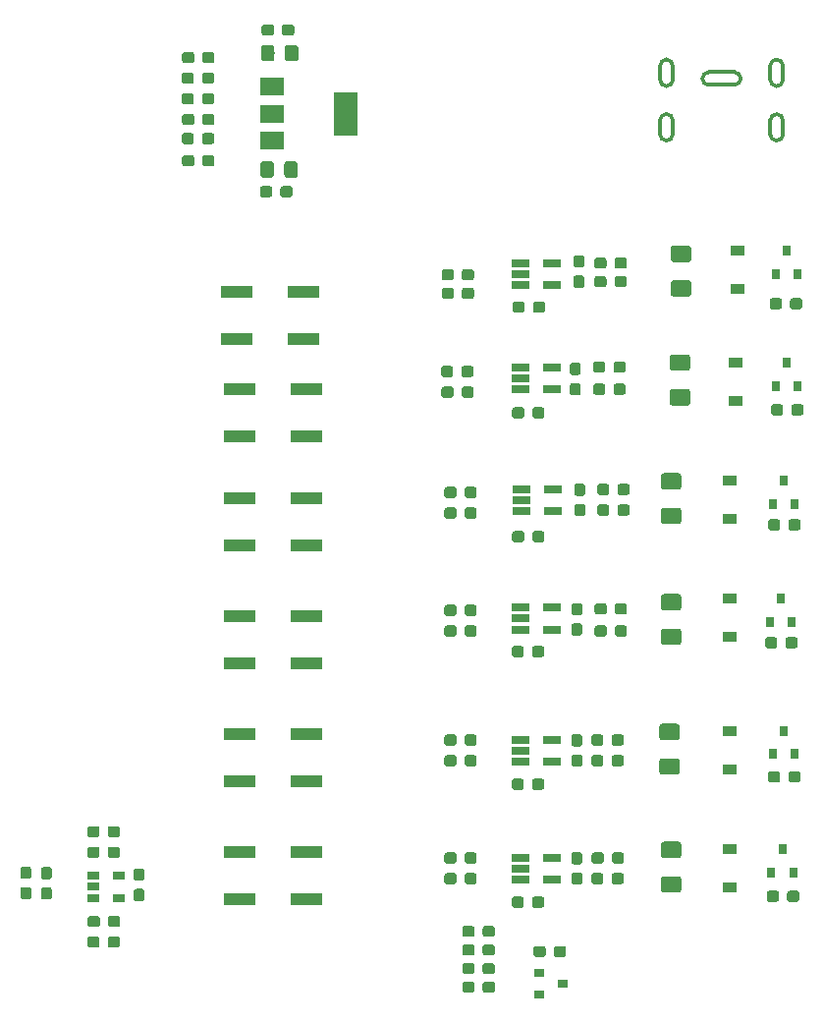
<source format=gbr>
G04 #@! TF.GenerationSoftware,KiCad,Pcbnew,(5.0.0)*
G04 #@! TF.CreationDate,2020-11-12T02:24:05-08:00*
G04 #@! TF.ProjectId,Valve_Driver_ArduinoNano,56616C76655F4472697665725F417264,rev?*
G04 #@! TF.SameCoordinates,Original*
G04 #@! TF.FileFunction,Paste,Top*
G04 #@! TF.FilePolarity,Positive*
%FSLAX46Y46*%
G04 Gerber Fmt 4.6, Leading zero omitted, Abs format (unit mm)*
G04 Created by KiCad (PCBNEW (5.0.0)) date 11/12/20 02:24:05*
%MOMM*%
%LPD*%
G01*
G04 APERTURE LIST*
%ADD10C,0.300000*%
%ADD11R,2.750000X1.000000*%
%ADD12R,1.200000X0.900000*%
%ADD13R,1.060000X0.650000*%
%ADD14R,0.635000X0.100000*%
%ADD15R,0.800000X0.900000*%
%ADD16R,1.560000X0.650000*%
%ADD17C,0.100000*%
%ADD18C,1.425000*%
%ADD19C,0.950000*%
%ADD20C,1.150000*%
%ADD21R,2.000000X3.800000*%
%ADD22R,2.000000X1.500000*%
%ADD23R,0.900000X0.800000*%
G04 APERTURE END LIST*
D10*
G04 #@! TO.C,J1*
X94191000Y-50978000D02*
G75*
G02X93641000Y-50428000I0J550000D01*
G01*
X94741000Y-50428000D02*
G75*
G02X94191000Y-50978000I-550000J0D01*
G01*
X94741000Y-49228000D02*
X94741000Y-50428000D01*
X94191000Y-48678000D02*
G75*
G02X94741000Y-49228000I0J-550000D01*
G01*
X93641000Y-49228000D02*
G75*
G02X94191000Y-48678000I550000J0D01*
G01*
X93641000Y-50428000D02*
X93641000Y-49228000D01*
X84691000Y-50978000D02*
G75*
G02X84141000Y-50428000I0J550000D01*
G01*
X85241000Y-50428000D02*
G75*
G02X84691000Y-50978000I-550000J0D01*
G01*
X85241000Y-49228000D02*
X85241000Y-50428000D01*
X84691000Y-48678000D02*
G75*
G02X85241000Y-49228000I0J-550000D01*
G01*
X84141000Y-49228000D02*
G75*
G02X84691000Y-48678000I550000J0D01*
G01*
X84141000Y-50428000D02*
X84141000Y-49228000D01*
X94191000Y-46278000D02*
G75*
G02X93641000Y-45728000I0J550000D01*
G01*
X94741000Y-45728000D02*
G75*
G02X94191000Y-46278000I-550000J0D01*
G01*
X94741000Y-44528000D02*
X94741000Y-45728000D01*
X94191000Y-43978000D02*
G75*
G02X94741000Y-44528000I0J-550000D01*
G01*
X93641000Y-44528000D02*
G75*
G02X94191000Y-43978000I550000J0D01*
G01*
X93641000Y-45728000D02*
X93641000Y-44528000D01*
X91091000Y-45628000D02*
G75*
G02X90541000Y-46178000I-550000J0D01*
G01*
X90541000Y-45078000D02*
G75*
G02X91091000Y-45628000I0J-550000D01*
G01*
X88341000Y-45078000D02*
X90541000Y-45078000D01*
X87791000Y-45628000D02*
G75*
G02X88341000Y-45078000I550000J0D01*
G01*
X88341000Y-46178000D02*
G75*
G02X87791000Y-45628000I0J550000D01*
G01*
X90541000Y-46178000D02*
X88341000Y-46178000D01*
X84691000Y-46278000D02*
G75*
G02X84141000Y-45728000I0J550000D01*
G01*
X85241000Y-45728000D02*
G75*
G02X84691000Y-46278000I-550000J0D01*
G01*
X85241000Y-44528000D02*
X85241000Y-45728000D01*
X84691000Y-43978000D02*
G75*
G02X85241000Y-44528000I0J-550000D01*
G01*
X84141000Y-44528000D02*
G75*
G02X84691000Y-43978000I550000J0D01*
G01*
X84141000Y-45728000D02*
X84141000Y-44528000D01*
G04 #@! TD*
D11*
G04 #@! TO.C,SW1*
X53426000Y-68040000D03*
X47666000Y-68040000D03*
X47666000Y-64040000D03*
X53426000Y-64040000D03*
G04 #@! TD*
G04 #@! TO.C,SW2*
X53680000Y-72422000D03*
X47920000Y-72422000D03*
X47920000Y-76422000D03*
X53680000Y-76422000D03*
G04 #@! TD*
G04 #@! TO.C,SW3*
X53680000Y-106140000D03*
X47920000Y-106140000D03*
X47920000Y-102140000D03*
X53680000Y-102140000D03*
G04 #@! TD*
G04 #@! TO.C,SW4*
X53680000Y-91980000D03*
X47920000Y-91980000D03*
X47920000Y-95980000D03*
X53680000Y-95980000D03*
G04 #@! TD*
G04 #@! TO.C,SW5*
X53680000Y-85820000D03*
X47920000Y-85820000D03*
X47920000Y-81820000D03*
X53680000Y-81820000D03*
G04 #@! TD*
G04 #@! TO.C,SW6*
X53680000Y-112300000D03*
X47920000Y-112300000D03*
X47920000Y-116300000D03*
X53680000Y-116300000D03*
G04 #@! TD*
D12*
G04 #@! TO.C,D4*
X90805000Y-60452000D03*
X90805000Y-63752000D03*
G04 #@! TD*
G04 #@! TO.C,D5*
X90678000Y-73406000D03*
X90678000Y-70106000D03*
G04 #@! TD*
G04 #@! TO.C,D6*
X90170000Y-80266000D03*
X90170000Y-83566000D03*
G04 #@! TD*
G04 #@! TO.C,D3*
X90170000Y-115316000D03*
X90170000Y-112016000D03*
G04 #@! TD*
G04 #@! TO.C,D2*
X90170000Y-101856000D03*
X90170000Y-105156000D03*
G04 #@! TD*
G04 #@! TO.C,D1*
X90170000Y-93726000D03*
X90170000Y-90426000D03*
G04 #@! TD*
D13*
G04 #@! TO.C,U1*
X35296588Y-114316874D03*
X35296588Y-115266874D03*
X35296588Y-116216874D03*
X37496588Y-116216874D03*
X37496588Y-114316874D03*
G04 #@! TD*
D14*
G04 #@! TO.C,J1*
X89641000Y-45128000D03*
G04 #@! TD*
D15*
G04 #@! TO.C,Q13*
X95062000Y-70136000D03*
X96012000Y-72136000D03*
X94112000Y-72136000D03*
G04 #@! TD*
D16*
G04 #@! TO.C,U4*
X74786000Y-70485000D03*
X74786000Y-72385000D03*
X72086000Y-72385000D03*
X72086000Y-71435000D03*
X72086000Y-70485000D03*
G04 #@! TD*
D17*
G04 #@! TO.C,R14*
G36*
X86501504Y-72367704D02*
X86525773Y-72371304D01*
X86549571Y-72377265D01*
X86572671Y-72385530D01*
X86594849Y-72396020D01*
X86615893Y-72408633D01*
X86635598Y-72423247D01*
X86653777Y-72439723D01*
X86670253Y-72457902D01*
X86684867Y-72477607D01*
X86697480Y-72498651D01*
X86707970Y-72520829D01*
X86716235Y-72543929D01*
X86722196Y-72567727D01*
X86725796Y-72591996D01*
X86727000Y-72616500D01*
X86727000Y-73541500D01*
X86725796Y-73566004D01*
X86722196Y-73590273D01*
X86716235Y-73614071D01*
X86707970Y-73637171D01*
X86697480Y-73659349D01*
X86684867Y-73680393D01*
X86670253Y-73700098D01*
X86653777Y-73718277D01*
X86635598Y-73734753D01*
X86615893Y-73749367D01*
X86594849Y-73761980D01*
X86572671Y-73772470D01*
X86549571Y-73780735D01*
X86525773Y-73786696D01*
X86501504Y-73790296D01*
X86477000Y-73791500D01*
X85227000Y-73791500D01*
X85202496Y-73790296D01*
X85178227Y-73786696D01*
X85154429Y-73780735D01*
X85131329Y-73772470D01*
X85109151Y-73761980D01*
X85088107Y-73749367D01*
X85068402Y-73734753D01*
X85050223Y-73718277D01*
X85033747Y-73700098D01*
X85019133Y-73680393D01*
X85006520Y-73659349D01*
X84996030Y-73637171D01*
X84987765Y-73614071D01*
X84981804Y-73590273D01*
X84978204Y-73566004D01*
X84977000Y-73541500D01*
X84977000Y-72616500D01*
X84978204Y-72591996D01*
X84981804Y-72567727D01*
X84987765Y-72543929D01*
X84996030Y-72520829D01*
X85006520Y-72498651D01*
X85019133Y-72477607D01*
X85033747Y-72457902D01*
X85050223Y-72439723D01*
X85068402Y-72423247D01*
X85088107Y-72408633D01*
X85109151Y-72396020D01*
X85131329Y-72385530D01*
X85154429Y-72377265D01*
X85178227Y-72371304D01*
X85202496Y-72367704D01*
X85227000Y-72366500D01*
X86477000Y-72366500D01*
X86501504Y-72367704D01*
X86501504Y-72367704D01*
G37*
D18*
X85852000Y-73079000D03*
D17*
G36*
X86501504Y-69392704D02*
X86525773Y-69396304D01*
X86549571Y-69402265D01*
X86572671Y-69410530D01*
X86594849Y-69421020D01*
X86615893Y-69433633D01*
X86635598Y-69448247D01*
X86653777Y-69464723D01*
X86670253Y-69482902D01*
X86684867Y-69502607D01*
X86697480Y-69523651D01*
X86707970Y-69545829D01*
X86716235Y-69568929D01*
X86722196Y-69592727D01*
X86725796Y-69616996D01*
X86727000Y-69641500D01*
X86727000Y-70566500D01*
X86725796Y-70591004D01*
X86722196Y-70615273D01*
X86716235Y-70639071D01*
X86707970Y-70662171D01*
X86697480Y-70684349D01*
X86684867Y-70705393D01*
X86670253Y-70725098D01*
X86653777Y-70743277D01*
X86635598Y-70759753D01*
X86615893Y-70774367D01*
X86594849Y-70786980D01*
X86572671Y-70797470D01*
X86549571Y-70805735D01*
X86525773Y-70811696D01*
X86501504Y-70815296D01*
X86477000Y-70816500D01*
X85227000Y-70816500D01*
X85202496Y-70815296D01*
X85178227Y-70811696D01*
X85154429Y-70805735D01*
X85131329Y-70797470D01*
X85109151Y-70786980D01*
X85088107Y-70774367D01*
X85068402Y-70759753D01*
X85050223Y-70743277D01*
X85033747Y-70725098D01*
X85019133Y-70705393D01*
X85006520Y-70684349D01*
X84996030Y-70662171D01*
X84987765Y-70639071D01*
X84981804Y-70615273D01*
X84978204Y-70591004D01*
X84977000Y-70566500D01*
X84977000Y-69641500D01*
X84978204Y-69616996D01*
X84981804Y-69592727D01*
X84987765Y-69568929D01*
X84996030Y-69545829D01*
X85006520Y-69523651D01*
X85019133Y-69502607D01*
X85033747Y-69482902D01*
X85050223Y-69464723D01*
X85068402Y-69448247D01*
X85088107Y-69433633D01*
X85109151Y-69421020D01*
X85131329Y-69410530D01*
X85154429Y-69402265D01*
X85178227Y-69396304D01*
X85202496Y-69392704D01*
X85227000Y-69391500D01*
X86477000Y-69391500D01*
X86501504Y-69392704D01*
X86501504Y-69392704D01*
G37*
D18*
X85852000Y-70104000D03*
G04 #@! TD*
D17*
G04 #@! TO.C,R20*
G36*
X79205779Y-70011144D02*
X79228834Y-70014563D01*
X79251443Y-70020227D01*
X79273387Y-70028079D01*
X79294457Y-70038044D01*
X79314448Y-70050026D01*
X79333168Y-70063910D01*
X79350438Y-70079562D01*
X79366090Y-70096832D01*
X79379974Y-70115552D01*
X79391956Y-70135543D01*
X79401921Y-70156613D01*
X79409773Y-70178557D01*
X79415437Y-70201166D01*
X79418856Y-70224221D01*
X79420000Y-70247500D01*
X79420000Y-70722500D01*
X79418856Y-70745779D01*
X79415437Y-70768834D01*
X79409773Y-70791443D01*
X79401921Y-70813387D01*
X79391956Y-70834457D01*
X79379974Y-70854448D01*
X79366090Y-70873168D01*
X79350438Y-70890438D01*
X79333168Y-70906090D01*
X79314448Y-70919974D01*
X79294457Y-70931956D01*
X79273387Y-70941921D01*
X79251443Y-70949773D01*
X79228834Y-70955437D01*
X79205779Y-70958856D01*
X79182500Y-70960000D01*
X78607500Y-70960000D01*
X78584221Y-70958856D01*
X78561166Y-70955437D01*
X78538557Y-70949773D01*
X78516613Y-70941921D01*
X78495543Y-70931956D01*
X78475552Y-70919974D01*
X78456832Y-70906090D01*
X78439562Y-70890438D01*
X78423910Y-70873168D01*
X78410026Y-70854448D01*
X78398044Y-70834457D01*
X78388079Y-70813387D01*
X78380227Y-70791443D01*
X78374563Y-70768834D01*
X78371144Y-70745779D01*
X78370000Y-70722500D01*
X78370000Y-70247500D01*
X78371144Y-70224221D01*
X78374563Y-70201166D01*
X78380227Y-70178557D01*
X78388079Y-70156613D01*
X78398044Y-70135543D01*
X78410026Y-70115552D01*
X78423910Y-70096832D01*
X78439562Y-70079562D01*
X78456832Y-70063910D01*
X78475552Y-70050026D01*
X78495543Y-70038044D01*
X78516613Y-70028079D01*
X78538557Y-70020227D01*
X78561166Y-70014563D01*
X78584221Y-70011144D01*
X78607500Y-70010000D01*
X79182500Y-70010000D01*
X79205779Y-70011144D01*
X79205779Y-70011144D01*
G37*
D19*
X78895000Y-70485000D03*
D17*
G36*
X80955779Y-70011144D02*
X80978834Y-70014563D01*
X81001443Y-70020227D01*
X81023387Y-70028079D01*
X81044457Y-70038044D01*
X81064448Y-70050026D01*
X81083168Y-70063910D01*
X81100438Y-70079562D01*
X81116090Y-70096832D01*
X81129974Y-70115552D01*
X81141956Y-70135543D01*
X81151921Y-70156613D01*
X81159773Y-70178557D01*
X81165437Y-70201166D01*
X81168856Y-70224221D01*
X81170000Y-70247500D01*
X81170000Y-70722500D01*
X81168856Y-70745779D01*
X81165437Y-70768834D01*
X81159773Y-70791443D01*
X81151921Y-70813387D01*
X81141956Y-70834457D01*
X81129974Y-70854448D01*
X81116090Y-70873168D01*
X81100438Y-70890438D01*
X81083168Y-70906090D01*
X81064448Y-70919974D01*
X81044457Y-70931956D01*
X81023387Y-70941921D01*
X81001443Y-70949773D01*
X80978834Y-70955437D01*
X80955779Y-70958856D01*
X80932500Y-70960000D01*
X80357500Y-70960000D01*
X80334221Y-70958856D01*
X80311166Y-70955437D01*
X80288557Y-70949773D01*
X80266613Y-70941921D01*
X80245543Y-70931956D01*
X80225552Y-70919974D01*
X80206832Y-70906090D01*
X80189562Y-70890438D01*
X80173910Y-70873168D01*
X80160026Y-70854448D01*
X80148044Y-70834457D01*
X80138079Y-70813387D01*
X80130227Y-70791443D01*
X80124563Y-70768834D01*
X80121144Y-70745779D01*
X80120000Y-70722500D01*
X80120000Y-70247500D01*
X80121144Y-70224221D01*
X80124563Y-70201166D01*
X80130227Y-70178557D01*
X80138079Y-70156613D01*
X80148044Y-70135543D01*
X80160026Y-70115552D01*
X80173910Y-70096832D01*
X80189562Y-70079562D01*
X80206832Y-70063910D01*
X80225552Y-70050026D01*
X80245543Y-70038044D01*
X80266613Y-70028079D01*
X80288557Y-70020227D01*
X80311166Y-70014563D01*
X80334221Y-70011144D01*
X80357500Y-70010000D01*
X80932500Y-70010000D01*
X80955779Y-70011144D01*
X80955779Y-70011144D01*
G37*
D19*
X80645000Y-70485000D03*
G04 #@! TD*
D17*
G04 #@! TO.C,C2*
G36*
X73970779Y-73948144D02*
X73993834Y-73951563D01*
X74016443Y-73957227D01*
X74038387Y-73965079D01*
X74059457Y-73975044D01*
X74079448Y-73987026D01*
X74098168Y-74000910D01*
X74115438Y-74016562D01*
X74131090Y-74033832D01*
X74144974Y-74052552D01*
X74156956Y-74072543D01*
X74166921Y-74093613D01*
X74174773Y-74115557D01*
X74180437Y-74138166D01*
X74183856Y-74161221D01*
X74185000Y-74184500D01*
X74185000Y-74659500D01*
X74183856Y-74682779D01*
X74180437Y-74705834D01*
X74174773Y-74728443D01*
X74166921Y-74750387D01*
X74156956Y-74771457D01*
X74144974Y-74791448D01*
X74131090Y-74810168D01*
X74115438Y-74827438D01*
X74098168Y-74843090D01*
X74079448Y-74856974D01*
X74059457Y-74868956D01*
X74038387Y-74878921D01*
X74016443Y-74886773D01*
X73993834Y-74892437D01*
X73970779Y-74895856D01*
X73947500Y-74897000D01*
X73372500Y-74897000D01*
X73349221Y-74895856D01*
X73326166Y-74892437D01*
X73303557Y-74886773D01*
X73281613Y-74878921D01*
X73260543Y-74868956D01*
X73240552Y-74856974D01*
X73221832Y-74843090D01*
X73204562Y-74827438D01*
X73188910Y-74810168D01*
X73175026Y-74791448D01*
X73163044Y-74771457D01*
X73153079Y-74750387D01*
X73145227Y-74728443D01*
X73139563Y-74705834D01*
X73136144Y-74682779D01*
X73135000Y-74659500D01*
X73135000Y-74184500D01*
X73136144Y-74161221D01*
X73139563Y-74138166D01*
X73145227Y-74115557D01*
X73153079Y-74093613D01*
X73163044Y-74072543D01*
X73175026Y-74052552D01*
X73188910Y-74033832D01*
X73204562Y-74016562D01*
X73221832Y-74000910D01*
X73240552Y-73987026D01*
X73260543Y-73975044D01*
X73281613Y-73965079D01*
X73303557Y-73957227D01*
X73326166Y-73951563D01*
X73349221Y-73948144D01*
X73372500Y-73947000D01*
X73947500Y-73947000D01*
X73970779Y-73948144D01*
X73970779Y-73948144D01*
G37*
D19*
X73660000Y-74422000D03*
D17*
G36*
X72220779Y-73948144D02*
X72243834Y-73951563D01*
X72266443Y-73957227D01*
X72288387Y-73965079D01*
X72309457Y-73975044D01*
X72329448Y-73987026D01*
X72348168Y-74000910D01*
X72365438Y-74016562D01*
X72381090Y-74033832D01*
X72394974Y-74052552D01*
X72406956Y-74072543D01*
X72416921Y-74093613D01*
X72424773Y-74115557D01*
X72430437Y-74138166D01*
X72433856Y-74161221D01*
X72435000Y-74184500D01*
X72435000Y-74659500D01*
X72433856Y-74682779D01*
X72430437Y-74705834D01*
X72424773Y-74728443D01*
X72416921Y-74750387D01*
X72406956Y-74771457D01*
X72394974Y-74791448D01*
X72381090Y-74810168D01*
X72365438Y-74827438D01*
X72348168Y-74843090D01*
X72329448Y-74856974D01*
X72309457Y-74868956D01*
X72288387Y-74878921D01*
X72266443Y-74886773D01*
X72243834Y-74892437D01*
X72220779Y-74895856D01*
X72197500Y-74897000D01*
X71622500Y-74897000D01*
X71599221Y-74895856D01*
X71576166Y-74892437D01*
X71553557Y-74886773D01*
X71531613Y-74878921D01*
X71510543Y-74868956D01*
X71490552Y-74856974D01*
X71471832Y-74843090D01*
X71454562Y-74827438D01*
X71438910Y-74810168D01*
X71425026Y-74791448D01*
X71413044Y-74771457D01*
X71403079Y-74750387D01*
X71395227Y-74728443D01*
X71389563Y-74705834D01*
X71386144Y-74682779D01*
X71385000Y-74659500D01*
X71385000Y-74184500D01*
X71386144Y-74161221D01*
X71389563Y-74138166D01*
X71395227Y-74115557D01*
X71403079Y-74093613D01*
X71413044Y-74072543D01*
X71425026Y-74052552D01*
X71438910Y-74033832D01*
X71454562Y-74016562D01*
X71471832Y-74000910D01*
X71490552Y-73987026D01*
X71510543Y-73975044D01*
X71531613Y-73965079D01*
X71553557Y-73957227D01*
X71576166Y-73951563D01*
X71599221Y-73948144D01*
X71622500Y-73947000D01*
X72197500Y-73947000D01*
X72220779Y-73948144D01*
X72220779Y-73948144D01*
G37*
D19*
X71910000Y-74422000D03*
G04 #@! TD*
D17*
G04 #@! TO.C,C4*
G36*
X29715367Y-113534018D02*
X29738422Y-113537437D01*
X29761031Y-113543101D01*
X29782975Y-113550953D01*
X29804045Y-113560918D01*
X29824036Y-113572900D01*
X29842756Y-113586784D01*
X29860026Y-113602436D01*
X29875678Y-113619706D01*
X29889562Y-113638426D01*
X29901544Y-113658417D01*
X29911509Y-113679487D01*
X29919361Y-113701431D01*
X29925025Y-113724040D01*
X29928444Y-113747095D01*
X29929588Y-113770374D01*
X29929588Y-114345374D01*
X29928444Y-114368653D01*
X29925025Y-114391708D01*
X29919361Y-114414317D01*
X29911509Y-114436261D01*
X29901544Y-114457331D01*
X29889562Y-114477322D01*
X29875678Y-114496042D01*
X29860026Y-114513312D01*
X29842756Y-114528964D01*
X29824036Y-114542848D01*
X29804045Y-114554830D01*
X29782975Y-114564795D01*
X29761031Y-114572647D01*
X29738422Y-114578311D01*
X29715367Y-114581730D01*
X29692088Y-114582874D01*
X29217088Y-114582874D01*
X29193809Y-114581730D01*
X29170754Y-114578311D01*
X29148145Y-114572647D01*
X29126201Y-114564795D01*
X29105131Y-114554830D01*
X29085140Y-114542848D01*
X29066420Y-114528964D01*
X29049150Y-114513312D01*
X29033498Y-114496042D01*
X29019614Y-114477322D01*
X29007632Y-114457331D01*
X28997667Y-114436261D01*
X28989815Y-114414317D01*
X28984151Y-114391708D01*
X28980732Y-114368653D01*
X28979588Y-114345374D01*
X28979588Y-113770374D01*
X28980732Y-113747095D01*
X28984151Y-113724040D01*
X28989815Y-113701431D01*
X28997667Y-113679487D01*
X29007632Y-113658417D01*
X29019614Y-113638426D01*
X29033498Y-113619706D01*
X29049150Y-113602436D01*
X29066420Y-113586784D01*
X29085140Y-113572900D01*
X29105131Y-113560918D01*
X29126201Y-113550953D01*
X29148145Y-113543101D01*
X29170754Y-113537437D01*
X29193809Y-113534018D01*
X29217088Y-113532874D01*
X29692088Y-113532874D01*
X29715367Y-113534018D01*
X29715367Y-113534018D01*
G37*
D19*
X29454588Y-114057874D03*
D17*
G36*
X29715367Y-115284018D02*
X29738422Y-115287437D01*
X29761031Y-115293101D01*
X29782975Y-115300953D01*
X29804045Y-115310918D01*
X29824036Y-115322900D01*
X29842756Y-115336784D01*
X29860026Y-115352436D01*
X29875678Y-115369706D01*
X29889562Y-115388426D01*
X29901544Y-115408417D01*
X29911509Y-115429487D01*
X29919361Y-115451431D01*
X29925025Y-115474040D01*
X29928444Y-115497095D01*
X29929588Y-115520374D01*
X29929588Y-116095374D01*
X29928444Y-116118653D01*
X29925025Y-116141708D01*
X29919361Y-116164317D01*
X29911509Y-116186261D01*
X29901544Y-116207331D01*
X29889562Y-116227322D01*
X29875678Y-116246042D01*
X29860026Y-116263312D01*
X29842756Y-116278964D01*
X29824036Y-116292848D01*
X29804045Y-116304830D01*
X29782975Y-116314795D01*
X29761031Y-116322647D01*
X29738422Y-116328311D01*
X29715367Y-116331730D01*
X29692088Y-116332874D01*
X29217088Y-116332874D01*
X29193809Y-116331730D01*
X29170754Y-116328311D01*
X29148145Y-116322647D01*
X29126201Y-116314795D01*
X29105131Y-116304830D01*
X29085140Y-116292848D01*
X29066420Y-116278964D01*
X29049150Y-116263312D01*
X29033498Y-116246042D01*
X29019614Y-116227322D01*
X29007632Y-116207331D01*
X28997667Y-116186261D01*
X28989815Y-116164317D01*
X28984151Y-116141708D01*
X28980732Y-116118653D01*
X28979588Y-116095374D01*
X28979588Y-115520374D01*
X28980732Y-115497095D01*
X28984151Y-115474040D01*
X28989815Y-115451431D01*
X28997667Y-115429487D01*
X29007632Y-115408417D01*
X29019614Y-115388426D01*
X29033498Y-115369706D01*
X29049150Y-115352436D01*
X29066420Y-115336784D01*
X29085140Y-115322900D01*
X29105131Y-115310918D01*
X29126201Y-115300953D01*
X29148145Y-115293101D01*
X29170754Y-115287437D01*
X29193809Y-115284018D01*
X29217088Y-115282874D01*
X29692088Y-115282874D01*
X29715367Y-115284018D01*
X29715367Y-115284018D01*
G37*
D19*
X29454588Y-115807874D03*
G04 #@! TD*
D17*
G04 #@! TO.C,C6*
G36*
X77095779Y-70116144D02*
X77118834Y-70119563D01*
X77141443Y-70125227D01*
X77163387Y-70133079D01*
X77184457Y-70143044D01*
X77204448Y-70155026D01*
X77223168Y-70168910D01*
X77240438Y-70184562D01*
X77256090Y-70201832D01*
X77269974Y-70220552D01*
X77281956Y-70240543D01*
X77291921Y-70261613D01*
X77299773Y-70283557D01*
X77305437Y-70306166D01*
X77308856Y-70329221D01*
X77310000Y-70352500D01*
X77310000Y-70927500D01*
X77308856Y-70950779D01*
X77305437Y-70973834D01*
X77299773Y-70996443D01*
X77291921Y-71018387D01*
X77281956Y-71039457D01*
X77269974Y-71059448D01*
X77256090Y-71078168D01*
X77240438Y-71095438D01*
X77223168Y-71111090D01*
X77204448Y-71124974D01*
X77184457Y-71136956D01*
X77163387Y-71146921D01*
X77141443Y-71154773D01*
X77118834Y-71160437D01*
X77095779Y-71163856D01*
X77072500Y-71165000D01*
X76597500Y-71165000D01*
X76574221Y-71163856D01*
X76551166Y-71160437D01*
X76528557Y-71154773D01*
X76506613Y-71146921D01*
X76485543Y-71136956D01*
X76465552Y-71124974D01*
X76446832Y-71111090D01*
X76429562Y-71095438D01*
X76413910Y-71078168D01*
X76400026Y-71059448D01*
X76388044Y-71039457D01*
X76378079Y-71018387D01*
X76370227Y-70996443D01*
X76364563Y-70973834D01*
X76361144Y-70950779D01*
X76360000Y-70927500D01*
X76360000Y-70352500D01*
X76361144Y-70329221D01*
X76364563Y-70306166D01*
X76370227Y-70283557D01*
X76378079Y-70261613D01*
X76388044Y-70240543D01*
X76400026Y-70220552D01*
X76413910Y-70201832D01*
X76429562Y-70184562D01*
X76446832Y-70168910D01*
X76465552Y-70155026D01*
X76485543Y-70143044D01*
X76506613Y-70133079D01*
X76528557Y-70125227D01*
X76551166Y-70119563D01*
X76574221Y-70116144D01*
X76597500Y-70115000D01*
X77072500Y-70115000D01*
X77095779Y-70116144D01*
X77095779Y-70116144D01*
G37*
D19*
X76835000Y-70640000D03*
D17*
G36*
X77095779Y-71866144D02*
X77118834Y-71869563D01*
X77141443Y-71875227D01*
X77163387Y-71883079D01*
X77184457Y-71893044D01*
X77204448Y-71905026D01*
X77223168Y-71918910D01*
X77240438Y-71934562D01*
X77256090Y-71951832D01*
X77269974Y-71970552D01*
X77281956Y-71990543D01*
X77291921Y-72011613D01*
X77299773Y-72033557D01*
X77305437Y-72056166D01*
X77308856Y-72079221D01*
X77310000Y-72102500D01*
X77310000Y-72677500D01*
X77308856Y-72700779D01*
X77305437Y-72723834D01*
X77299773Y-72746443D01*
X77291921Y-72768387D01*
X77281956Y-72789457D01*
X77269974Y-72809448D01*
X77256090Y-72828168D01*
X77240438Y-72845438D01*
X77223168Y-72861090D01*
X77204448Y-72874974D01*
X77184457Y-72886956D01*
X77163387Y-72896921D01*
X77141443Y-72904773D01*
X77118834Y-72910437D01*
X77095779Y-72913856D01*
X77072500Y-72915000D01*
X76597500Y-72915000D01*
X76574221Y-72913856D01*
X76551166Y-72910437D01*
X76528557Y-72904773D01*
X76506613Y-72896921D01*
X76485543Y-72886956D01*
X76465552Y-72874974D01*
X76446832Y-72861090D01*
X76429562Y-72845438D01*
X76413910Y-72828168D01*
X76400026Y-72809448D01*
X76388044Y-72789457D01*
X76378079Y-72768387D01*
X76370227Y-72746443D01*
X76364563Y-72723834D01*
X76361144Y-72700779D01*
X76360000Y-72677500D01*
X76360000Y-72102500D01*
X76361144Y-72079221D01*
X76364563Y-72056166D01*
X76370227Y-72033557D01*
X76378079Y-72011613D01*
X76388044Y-71990543D01*
X76400026Y-71970552D01*
X76413910Y-71951832D01*
X76429562Y-71934562D01*
X76446832Y-71918910D01*
X76465552Y-71905026D01*
X76485543Y-71893044D01*
X76506613Y-71883079D01*
X76528557Y-71875227D01*
X76551166Y-71869563D01*
X76574221Y-71866144D01*
X76597500Y-71865000D01*
X77072500Y-71865000D01*
X77095779Y-71866144D01*
X77095779Y-71866144D01*
G37*
D19*
X76835000Y-72390000D03*
G04 #@! TD*
D17*
G04 #@! TO.C,C8*
G36*
X67846779Y-70392144D02*
X67869834Y-70395563D01*
X67892443Y-70401227D01*
X67914387Y-70409079D01*
X67935457Y-70419044D01*
X67955448Y-70431026D01*
X67974168Y-70444910D01*
X67991438Y-70460562D01*
X68007090Y-70477832D01*
X68020974Y-70496552D01*
X68032956Y-70516543D01*
X68042921Y-70537613D01*
X68050773Y-70559557D01*
X68056437Y-70582166D01*
X68059856Y-70605221D01*
X68061000Y-70628500D01*
X68061000Y-71103500D01*
X68059856Y-71126779D01*
X68056437Y-71149834D01*
X68050773Y-71172443D01*
X68042921Y-71194387D01*
X68032956Y-71215457D01*
X68020974Y-71235448D01*
X68007090Y-71254168D01*
X67991438Y-71271438D01*
X67974168Y-71287090D01*
X67955448Y-71300974D01*
X67935457Y-71312956D01*
X67914387Y-71322921D01*
X67892443Y-71330773D01*
X67869834Y-71336437D01*
X67846779Y-71339856D01*
X67823500Y-71341000D01*
X67248500Y-71341000D01*
X67225221Y-71339856D01*
X67202166Y-71336437D01*
X67179557Y-71330773D01*
X67157613Y-71322921D01*
X67136543Y-71312956D01*
X67116552Y-71300974D01*
X67097832Y-71287090D01*
X67080562Y-71271438D01*
X67064910Y-71254168D01*
X67051026Y-71235448D01*
X67039044Y-71215457D01*
X67029079Y-71194387D01*
X67021227Y-71172443D01*
X67015563Y-71149834D01*
X67012144Y-71126779D01*
X67011000Y-71103500D01*
X67011000Y-70628500D01*
X67012144Y-70605221D01*
X67015563Y-70582166D01*
X67021227Y-70559557D01*
X67029079Y-70537613D01*
X67039044Y-70516543D01*
X67051026Y-70496552D01*
X67064910Y-70477832D01*
X67080562Y-70460562D01*
X67097832Y-70444910D01*
X67116552Y-70431026D01*
X67136543Y-70419044D01*
X67157613Y-70409079D01*
X67179557Y-70401227D01*
X67202166Y-70395563D01*
X67225221Y-70392144D01*
X67248500Y-70391000D01*
X67823500Y-70391000D01*
X67846779Y-70392144D01*
X67846779Y-70392144D01*
G37*
D19*
X67536000Y-70866000D03*
D17*
G36*
X66096779Y-70392144D02*
X66119834Y-70395563D01*
X66142443Y-70401227D01*
X66164387Y-70409079D01*
X66185457Y-70419044D01*
X66205448Y-70431026D01*
X66224168Y-70444910D01*
X66241438Y-70460562D01*
X66257090Y-70477832D01*
X66270974Y-70496552D01*
X66282956Y-70516543D01*
X66292921Y-70537613D01*
X66300773Y-70559557D01*
X66306437Y-70582166D01*
X66309856Y-70605221D01*
X66311000Y-70628500D01*
X66311000Y-71103500D01*
X66309856Y-71126779D01*
X66306437Y-71149834D01*
X66300773Y-71172443D01*
X66292921Y-71194387D01*
X66282956Y-71215457D01*
X66270974Y-71235448D01*
X66257090Y-71254168D01*
X66241438Y-71271438D01*
X66224168Y-71287090D01*
X66205448Y-71300974D01*
X66185457Y-71312956D01*
X66164387Y-71322921D01*
X66142443Y-71330773D01*
X66119834Y-71336437D01*
X66096779Y-71339856D01*
X66073500Y-71341000D01*
X65498500Y-71341000D01*
X65475221Y-71339856D01*
X65452166Y-71336437D01*
X65429557Y-71330773D01*
X65407613Y-71322921D01*
X65386543Y-71312956D01*
X65366552Y-71300974D01*
X65347832Y-71287090D01*
X65330562Y-71271438D01*
X65314910Y-71254168D01*
X65301026Y-71235448D01*
X65289044Y-71215457D01*
X65279079Y-71194387D01*
X65271227Y-71172443D01*
X65265563Y-71149834D01*
X65262144Y-71126779D01*
X65261000Y-71103500D01*
X65261000Y-70628500D01*
X65262144Y-70605221D01*
X65265563Y-70582166D01*
X65271227Y-70559557D01*
X65279079Y-70537613D01*
X65289044Y-70516543D01*
X65301026Y-70496552D01*
X65314910Y-70477832D01*
X65330562Y-70460562D01*
X65347832Y-70444910D01*
X65366552Y-70431026D01*
X65386543Y-70419044D01*
X65407613Y-70409079D01*
X65429557Y-70401227D01*
X65452166Y-70395563D01*
X65475221Y-70392144D01*
X65498500Y-70391000D01*
X66073500Y-70391000D01*
X66096779Y-70392144D01*
X66096779Y-70392144D01*
G37*
D19*
X65786000Y-70866000D03*
G04 #@! TD*
D17*
G04 #@! TO.C,R11*
G36*
X79205779Y-71916144D02*
X79228834Y-71919563D01*
X79251443Y-71925227D01*
X79273387Y-71933079D01*
X79294457Y-71943044D01*
X79314448Y-71955026D01*
X79333168Y-71968910D01*
X79350438Y-71984562D01*
X79366090Y-72001832D01*
X79379974Y-72020552D01*
X79391956Y-72040543D01*
X79401921Y-72061613D01*
X79409773Y-72083557D01*
X79415437Y-72106166D01*
X79418856Y-72129221D01*
X79420000Y-72152500D01*
X79420000Y-72627500D01*
X79418856Y-72650779D01*
X79415437Y-72673834D01*
X79409773Y-72696443D01*
X79401921Y-72718387D01*
X79391956Y-72739457D01*
X79379974Y-72759448D01*
X79366090Y-72778168D01*
X79350438Y-72795438D01*
X79333168Y-72811090D01*
X79314448Y-72824974D01*
X79294457Y-72836956D01*
X79273387Y-72846921D01*
X79251443Y-72854773D01*
X79228834Y-72860437D01*
X79205779Y-72863856D01*
X79182500Y-72865000D01*
X78607500Y-72865000D01*
X78584221Y-72863856D01*
X78561166Y-72860437D01*
X78538557Y-72854773D01*
X78516613Y-72846921D01*
X78495543Y-72836956D01*
X78475552Y-72824974D01*
X78456832Y-72811090D01*
X78439562Y-72795438D01*
X78423910Y-72778168D01*
X78410026Y-72759448D01*
X78398044Y-72739457D01*
X78388079Y-72718387D01*
X78380227Y-72696443D01*
X78374563Y-72673834D01*
X78371144Y-72650779D01*
X78370000Y-72627500D01*
X78370000Y-72152500D01*
X78371144Y-72129221D01*
X78374563Y-72106166D01*
X78380227Y-72083557D01*
X78388079Y-72061613D01*
X78398044Y-72040543D01*
X78410026Y-72020552D01*
X78423910Y-72001832D01*
X78439562Y-71984562D01*
X78456832Y-71968910D01*
X78475552Y-71955026D01*
X78495543Y-71943044D01*
X78516613Y-71933079D01*
X78538557Y-71925227D01*
X78561166Y-71919563D01*
X78584221Y-71916144D01*
X78607500Y-71915000D01*
X79182500Y-71915000D01*
X79205779Y-71916144D01*
X79205779Y-71916144D01*
G37*
D19*
X78895000Y-72390000D03*
D17*
G36*
X80955779Y-71916144D02*
X80978834Y-71919563D01*
X81001443Y-71925227D01*
X81023387Y-71933079D01*
X81044457Y-71943044D01*
X81064448Y-71955026D01*
X81083168Y-71968910D01*
X81100438Y-71984562D01*
X81116090Y-72001832D01*
X81129974Y-72020552D01*
X81141956Y-72040543D01*
X81151921Y-72061613D01*
X81159773Y-72083557D01*
X81165437Y-72106166D01*
X81168856Y-72129221D01*
X81170000Y-72152500D01*
X81170000Y-72627500D01*
X81168856Y-72650779D01*
X81165437Y-72673834D01*
X81159773Y-72696443D01*
X81151921Y-72718387D01*
X81141956Y-72739457D01*
X81129974Y-72759448D01*
X81116090Y-72778168D01*
X81100438Y-72795438D01*
X81083168Y-72811090D01*
X81064448Y-72824974D01*
X81044457Y-72836956D01*
X81023387Y-72846921D01*
X81001443Y-72854773D01*
X80978834Y-72860437D01*
X80955779Y-72863856D01*
X80932500Y-72865000D01*
X80357500Y-72865000D01*
X80334221Y-72863856D01*
X80311166Y-72860437D01*
X80288557Y-72854773D01*
X80266613Y-72846921D01*
X80245543Y-72836956D01*
X80225552Y-72824974D01*
X80206832Y-72811090D01*
X80189562Y-72795438D01*
X80173910Y-72778168D01*
X80160026Y-72759448D01*
X80148044Y-72739457D01*
X80138079Y-72718387D01*
X80130227Y-72696443D01*
X80124563Y-72673834D01*
X80121144Y-72650779D01*
X80120000Y-72627500D01*
X80120000Y-72152500D01*
X80121144Y-72129221D01*
X80124563Y-72106166D01*
X80130227Y-72083557D01*
X80138079Y-72061613D01*
X80148044Y-72040543D01*
X80160026Y-72020552D01*
X80173910Y-72001832D01*
X80189562Y-71984562D01*
X80206832Y-71968910D01*
X80225552Y-71955026D01*
X80245543Y-71943044D01*
X80266613Y-71933079D01*
X80288557Y-71925227D01*
X80311166Y-71919563D01*
X80334221Y-71916144D01*
X80357500Y-71915000D01*
X80932500Y-71915000D01*
X80955779Y-71916144D01*
X80955779Y-71916144D01*
G37*
D19*
X80645000Y-72390000D03*
G04 #@! TD*
D17*
G04 #@! TO.C,R15*
G36*
X67874779Y-72170144D02*
X67897834Y-72173563D01*
X67920443Y-72179227D01*
X67942387Y-72187079D01*
X67963457Y-72197044D01*
X67983448Y-72209026D01*
X68002168Y-72222910D01*
X68019438Y-72238562D01*
X68035090Y-72255832D01*
X68048974Y-72274552D01*
X68060956Y-72294543D01*
X68070921Y-72315613D01*
X68078773Y-72337557D01*
X68084437Y-72360166D01*
X68087856Y-72383221D01*
X68089000Y-72406500D01*
X68089000Y-72881500D01*
X68087856Y-72904779D01*
X68084437Y-72927834D01*
X68078773Y-72950443D01*
X68070921Y-72972387D01*
X68060956Y-72993457D01*
X68048974Y-73013448D01*
X68035090Y-73032168D01*
X68019438Y-73049438D01*
X68002168Y-73065090D01*
X67983448Y-73078974D01*
X67963457Y-73090956D01*
X67942387Y-73100921D01*
X67920443Y-73108773D01*
X67897834Y-73114437D01*
X67874779Y-73117856D01*
X67851500Y-73119000D01*
X67276500Y-73119000D01*
X67253221Y-73117856D01*
X67230166Y-73114437D01*
X67207557Y-73108773D01*
X67185613Y-73100921D01*
X67164543Y-73090956D01*
X67144552Y-73078974D01*
X67125832Y-73065090D01*
X67108562Y-73049438D01*
X67092910Y-73032168D01*
X67079026Y-73013448D01*
X67067044Y-72993457D01*
X67057079Y-72972387D01*
X67049227Y-72950443D01*
X67043563Y-72927834D01*
X67040144Y-72904779D01*
X67039000Y-72881500D01*
X67039000Y-72406500D01*
X67040144Y-72383221D01*
X67043563Y-72360166D01*
X67049227Y-72337557D01*
X67057079Y-72315613D01*
X67067044Y-72294543D01*
X67079026Y-72274552D01*
X67092910Y-72255832D01*
X67108562Y-72238562D01*
X67125832Y-72222910D01*
X67144552Y-72209026D01*
X67164543Y-72197044D01*
X67185613Y-72187079D01*
X67207557Y-72179227D01*
X67230166Y-72173563D01*
X67253221Y-72170144D01*
X67276500Y-72169000D01*
X67851500Y-72169000D01*
X67874779Y-72170144D01*
X67874779Y-72170144D01*
G37*
D19*
X67564000Y-72644000D03*
D17*
G36*
X66124779Y-72170144D02*
X66147834Y-72173563D01*
X66170443Y-72179227D01*
X66192387Y-72187079D01*
X66213457Y-72197044D01*
X66233448Y-72209026D01*
X66252168Y-72222910D01*
X66269438Y-72238562D01*
X66285090Y-72255832D01*
X66298974Y-72274552D01*
X66310956Y-72294543D01*
X66320921Y-72315613D01*
X66328773Y-72337557D01*
X66334437Y-72360166D01*
X66337856Y-72383221D01*
X66339000Y-72406500D01*
X66339000Y-72881500D01*
X66337856Y-72904779D01*
X66334437Y-72927834D01*
X66328773Y-72950443D01*
X66320921Y-72972387D01*
X66310956Y-72993457D01*
X66298974Y-73013448D01*
X66285090Y-73032168D01*
X66269438Y-73049438D01*
X66252168Y-73065090D01*
X66233448Y-73078974D01*
X66213457Y-73090956D01*
X66192387Y-73100921D01*
X66170443Y-73108773D01*
X66147834Y-73114437D01*
X66124779Y-73117856D01*
X66101500Y-73119000D01*
X65526500Y-73119000D01*
X65503221Y-73117856D01*
X65480166Y-73114437D01*
X65457557Y-73108773D01*
X65435613Y-73100921D01*
X65414543Y-73090956D01*
X65394552Y-73078974D01*
X65375832Y-73065090D01*
X65358562Y-73049438D01*
X65342910Y-73032168D01*
X65329026Y-73013448D01*
X65317044Y-72993457D01*
X65307079Y-72972387D01*
X65299227Y-72950443D01*
X65293563Y-72927834D01*
X65290144Y-72904779D01*
X65289000Y-72881500D01*
X65289000Y-72406500D01*
X65290144Y-72383221D01*
X65293563Y-72360166D01*
X65299227Y-72337557D01*
X65307079Y-72315613D01*
X65317044Y-72294543D01*
X65329026Y-72274552D01*
X65342910Y-72255832D01*
X65358562Y-72238562D01*
X65375832Y-72222910D01*
X65394552Y-72209026D01*
X65414543Y-72197044D01*
X65435613Y-72187079D01*
X65457557Y-72179227D01*
X65480166Y-72173563D01*
X65503221Y-72170144D01*
X65526500Y-72169000D01*
X66101500Y-72169000D01*
X66124779Y-72170144D01*
X66124779Y-72170144D01*
G37*
D19*
X65814000Y-72644000D03*
G04 #@! TD*
D17*
G04 #@! TO.C,R4*
G36*
X35607367Y-111806018D02*
X35630422Y-111809437D01*
X35653031Y-111815101D01*
X35674975Y-111822953D01*
X35696045Y-111832918D01*
X35716036Y-111844900D01*
X35734756Y-111858784D01*
X35752026Y-111874436D01*
X35767678Y-111891706D01*
X35781562Y-111910426D01*
X35793544Y-111930417D01*
X35803509Y-111951487D01*
X35811361Y-111973431D01*
X35817025Y-111996040D01*
X35820444Y-112019095D01*
X35821588Y-112042374D01*
X35821588Y-112517374D01*
X35820444Y-112540653D01*
X35817025Y-112563708D01*
X35811361Y-112586317D01*
X35803509Y-112608261D01*
X35793544Y-112629331D01*
X35781562Y-112649322D01*
X35767678Y-112668042D01*
X35752026Y-112685312D01*
X35734756Y-112700964D01*
X35716036Y-112714848D01*
X35696045Y-112726830D01*
X35674975Y-112736795D01*
X35653031Y-112744647D01*
X35630422Y-112750311D01*
X35607367Y-112753730D01*
X35584088Y-112754874D01*
X35009088Y-112754874D01*
X34985809Y-112753730D01*
X34962754Y-112750311D01*
X34940145Y-112744647D01*
X34918201Y-112736795D01*
X34897131Y-112726830D01*
X34877140Y-112714848D01*
X34858420Y-112700964D01*
X34841150Y-112685312D01*
X34825498Y-112668042D01*
X34811614Y-112649322D01*
X34799632Y-112629331D01*
X34789667Y-112608261D01*
X34781815Y-112586317D01*
X34776151Y-112563708D01*
X34772732Y-112540653D01*
X34771588Y-112517374D01*
X34771588Y-112042374D01*
X34772732Y-112019095D01*
X34776151Y-111996040D01*
X34781815Y-111973431D01*
X34789667Y-111951487D01*
X34799632Y-111930417D01*
X34811614Y-111910426D01*
X34825498Y-111891706D01*
X34841150Y-111874436D01*
X34858420Y-111858784D01*
X34877140Y-111844900D01*
X34897131Y-111832918D01*
X34918201Y-111822953D01*
X34940145Y-111815101D01*
X34962754Y-111809437D01*
X34985809Y-111806018D01*
X35009088Y-111804874D01*
X35584088Y-111804874D01*
X35607367Y-111806018D01*
X35607367Y-111806018D01*
G37*
D19*
X35296588Y-112279874D03*
D17*
G36*
X37357367Y-111806018D02*
X37380422Y-111809437D01*
X37403031Y-111815101D01*
X37424975Y-111822953D01*
X37446045Y-111832918D01*
X37466036Y-111844900D01*
X37484756Y-111858784D01*
X37502026Y-111874436D01*
X37517678Y-111891706D01*
X37531562Y-111910426D01*
X37543544Y-111930417D01*
X37553509Y-111951487D01*
X37561361Y-111973431D01*
X37567025Y-111996040D01*
X37570444Y-112019095D01*
X37571588Y-112042374D01*
X37571588Y-112517374D01*
X37570444Y-112540653D01*
X37567025Y-112563708D01*
X37561361Y-112586317D01*
X37553509Y-112608261D01*
X37543544Y-112629331D01*
X37531562Y-112649322D01*
X37517678Y-112668042D01*
X37502026Y-112685312D01*
X37484756Y-112700964D01*
X37466036Y-112714848D01*
X37446045Y-112726830D01*
X37424975Y-112736795D01*
X37403031Y-112744647D01*
X37380422Y-112750311D01*
X37357367Y-112753730D01*
X37334088Y-112754874D01*
X36759088Y-112754874D01*
X36735809Y-112753730D01*
X36712754Y-112750311D01*
X36690145Y-112744647D01*
X36668201Y-112736795D01*
X36647131Y-112726830D01*
X36627140Y-112714848D01*
X36608420Y-112700964D01*
X36591150Y-112685312D01*
X36575498Y-112668042D01*
X36561614Y-112649322D01*
X36549632Y-112629331D01*
X36539667Y-112608261D01*
X36531815Y-112586317D01*
X36526151Y-112563708D01*
X36522732Y-112540653D01*
X36521588Y-112517374D01*
X36521588Y-112042374D01*
X36522732Y-112019095D01*
X36526151Y-111996040D01*
X36531815Y-111973431D01*
X36539667Y-111951487D01*
X36549632Y-111930417D01*
X36561614Y-111910426D01*
X36575498Y-111891706D01*
X36591150Y-111874436D01*
X36608420Y-111858784D01*
X36627140Y-111844900D01*
X36647131Y-111832918D01*
X36668201Y-111822953D01*
X36690145Y-111815101D01*
X36712754Y-111809437D01*
X36735809Y-111806018D01*
X36759088Y-111804874D01*
X37334088Y-111804874D01*
X37357367Y-111806018D01*
X37357367Y-111806018D01*
G37*
D19*
X37046588Y-112279874D03*
G04 #@! TD*
D17*
G04 #@! TO.C,R2*
G36*
X31493367Y-115312018D02*
X31516422Y-115315437D01*
X31539031Y-115321101D01*
X31560975Y-115328953D01*
X31582045Y-115338918D01*
X31602036Y-115350900D01*
X31620756Y-115364784D01*
X31638026Y-115380436D01*
X31653678Y-115397706D01*
X31667562Y-115416426D01*
X31679544Y-115436417D01*
X31689509Y-115457487D01*
X31697361Y-115479431D01*
X31703025Y-115502040D01*
X31706444Y-115525095D01*
X31707588Y-115548374D01*
X31707588Y-116123374D01*
X31706444Y-116146653D01*
X31703025Y-116169708D01*
X31697361Y-116192317D01*
X31689509Y-116214261D01*
X31679544Y-116235331D01*
X31667562Y-116255322D01*
X31653678Y-116274042D01*
X31638026Y-116291312D01*
X31620756Y-116306964D01*
X31602036Y-116320848D01*
X31582045Y-116332830D01*
X31560975Y-116342795D01*
X31539031Y-116350647D01*
X31516422Y-116356311D01*
X31493367Y-116359730D01*
X31470088Y-116360874D01*
X30995088Y-116360874D01*
X30971809Y-116359730D01*
X30948754Y-116356311D01*
X30926145Y-116350647D01*
X30904201Y-116342795D01*
X30883131Y-116332830D01*
X30863140Y-116320848D01*
X30844420Y-116306964D01*
X30827150Y-116291312D01*
X30811498Y-116274042D01*
X30797614Y-116255322D01*
X30785632Y-116235331D01*
X30775667Y-116214261D01*
X30767815Y-116192317D01*
X30762151Y-116169708D01*
X30758732Y-116146653D01*
X30757588Y-116123374D01*
X30757588Y-115548374D01*
X30758732Y-115525095D01*
X30762151Y-115502040D01*
X30767815Y-115479431D01*
X30775667Y-115457487D01*
X30785632Y-115436417D01*
X30797614Y-115416426D01*
X30811498Y-115397706D01*
X30827150Y-115380436D01*
X30844420Y-115364784D01*
X30863140Y-115350900D01*
X30883131Y-115338918D01*
X30904201Y-115328953D01*
X30926145Y-115321101D01*
X30948754Y-115315437D01*
X30971809Y-115312018D01*
X30995088Y-115310874D01*
X31470088Y-115310874D01*
X31493367Y-115312018D01*
X31493367Y-115312018D01*
G37*
D19*
X31232588Y-115835874D03*
D17*
G36*
X31493367Y-113562018D02*
X31516422Y-113565437D01*
X31539031Y-113571101D01*
X31560975Y-113578953D01*
X31582045Y-113588918D01*
X31602036Y-113600900D01*
X31620756Y-113614784D01*
X31638026Y-113630436D01*
X31653678Y-113647706D01*
X31667562Y-113666426D01*
X31679544Y-113686417D01*
X31689509Y-113707487D01*
X31697361Y-113729431D01*
X31703025Y-113752040D01*
X31706444Y-113775095D01*
X31707588Y-113798374D01*
X31707588Y-114373374D01*
X31706444Y-114396653D01*
X31703025Y-114419708D01*
X31697361Y-114442317D01*
X31689509Y-114464261D01*
X31679544Y-114485331D01*
X31667562Y-114505322D01*
X31653678Y-114524042D01*
X31638026Y-114541312D01*
X31620756Y-114556964D01*
X31602036Y-114570848D01*
X31582045Y-114582830D01*
X31560975Y-114592795D01*
X31539031Y-114600647D01*
X31516422Y-114606311D01*
X31493367Y-114609730D01*
X31470088Y-114610874D01*
X30995088Y-114610874D01*
X30971809Y-114609730D01*
X30948754Y-114606311D01*
X30926145Y-114600647D01*
X30904201Y-114592795D01*
X30883131Y-114582830D01*
X30863140Y-114570848D01*
X30844420Y-114556964D01*
X30827150Y-114541312D01*
X30811498Y-114524042D01*
X30797614Y-114505322D01*
X30785632Y-114485331D01*
X30775667Y-114464261D01*
X30767815Y-114442317D01*
X30762151Y-114419708D01*
X30758732Y-114396653D01*
X30757588Y-114373374D01*
X30757588Y-113798374D01*
X30758732Y-113775095D01*
X30762151Y-113752040D01*
X30767815Y-113729431D01*
X30775667Y-113707487D01*
X30785632Y-113686417D01*
X30797614Y-113666426D01*
X30811498Y-113647706D01*
X30827150Y-113630436D01*
X30844420Y-113614784D01*
X30863140Y-113600900D01*
X30883131Y-113588918D01*
X30904201Y-113578953D01*
X30926145Y-113571101D01*
X30948754Y-113565437D01*
X30971809Y-113562018D01*
X30995088Y-113560874D01*
X31470088Y-113560874D01*
X31493367Y-113562018D01*
X31493367Y-113562018D01*
G37*
D19*
X31232588Y-114085874D03*
G04 #@! TD*
D17*
G04 #@! TO.C,R10*
G36*
X45494779Y-46897144D02*
X45517834Y-46900563D01*
X45540443Y-46906227D01*
X45562387Y-46914079D01*
X45583457Y-46924044D01*
X45603448Y-46936026D01*
X45622168Y-46949910D01*
X45639438Y-46965562D01*
X45655090Y-46982832D01*
X45668974Y-47001552D01*
X45680956Y-47021543D01*
X45690921Y-47042613D01*
X45698773Y-47064557D01*
X45704437Y-47087166D01*
X45707856Y-47110221D01*
X45709000Y-47133500D01*
X45709000Y-47608500D01*
X45707856Y-47631779D01*
X45704437Y-47654834D01*
X45698773Y-47677443D01*
X45690921Y-47699387D01*
X45680956Y-47720457D01*
X45668974Y-47740448D01*
X45655090Y-47759168D01*
X45639438Y-47776438D01*
X45622168Y-47792090D01*
X45603448Y-47805974D01*
X45583457Y-47817956D01*
X45562387Y-47827921D01*
X45540443Y-47835773D01*
X45517834Y-47841437D01*
X45494779Y-47844856D01*
X45471500Y-47846000D01*
X44896500Y-47846000D01*
X44873221Y-47844856D01*
X44850166Y-47841437D01*
X44827557Y-47835773D01*
X44805613Y-47827921D01*
X44784543Y-47817956D01*
X44764552Y-47805974D01*
X44745832Y-47792090D01*
X44728562Y-47776438D01*
X44712910Y-47759168D01*
X44699026Y-47740448D01*
X44687044Y-47720457D01*
X44677079Y-47699387D01*
X44669227Y-47677443D01*
X44663563Y-47654834D01*
X44660144Y-47631779D01*
X44659000Y-47608500D01*
X44659000Y-47133500D01*
X44660144Y-47110221D01*
X44663563Y-47087166D01*
X44669227Y-47064557D01*
X44677079Y-47042613D01*
X44687044Y-47021543D01*
X44699026Y-47001552D01*
X44712910Y-46982832D01*
X44728562Y-46965562D01*
X44745832Y-46949910D01*
X44764552Y-46936026D01*
X44784543Y-46924044D01*
X44805613Y-46914079D01*
X44827557Y-46906227D01*
X44850166Y-46900563D01*
X44873221Y-46897144D01*
X44896500Y-46896000D01*
X45471500Y-46896000D01*
X45494779Y-46897144D01*
X45494779Y-46897144D01*
G37*
D19*
X45184000Y-47371000D03*
D17*
G36*
X43744779Y-46897144D02*
X43767834Y-46900563D01*
X43790443Y-46906227D01*
X43812387Y-46914079D01*
X43833457Y-46924044D01*
X43853448Y-46936026D01*
X43872168Y-46949910D01*
X43889438Y-46965562D01*
X43905090Y-46982832D01*
X43918974Y-47001552D01*
X43930956Y-47021543D01*
X43940921Y-47042613D01*
X43948773Y-47064557D01*
X43954437Y-47087166D01*
X43957856Y-47110221D01*
X43959000Y-47133500D01*
X43959000Y-47608500D01*
X43957856Y-47631779D01*
X43954437Y-47654834D01*
X43948773Y-47677443D01*
X43940921Y-47699387D01*
X43930956Y-47720457D01*
X43918974Y-47740448D01*
X43905090Y-47759168D01*
X43889438Y-47776438D01*
X43872168Y-47792090D01*
X43853448Y-47805974D01*
X43833457Y-47817956D01*
X43812387Y-47827921D01*
X43790443Y-47835773D01*
X43767834Y-47841437D01*
X43744779Y-47844856D01*
X43721500Y-47846000D01*
X43146500Y-47846000D01*
X43123221Y-47844856D01*
X43100166Y-47841437D01*
X43077557Y-47835773D01*
X43055613Y-47827921D01*
X43034543Y-47817956D01*
X43014552Y-47805974D01*
X42995832Y-47792090D01*
X42978562Y-47776438D01*
X42962910Y-47759168D01*
X42949026Y-47740448D01*
X42937044Y-47720457D01*
X42927079Y-47699387D01*
X42919227Y-47677443D01*
X42913563Y-47654834D01*
X42910144Y-47631779D01*
X42909000Y-47608500D01*
X42909000Y-47133500D01*
X42910144Y-47110221D01*
X42913563Y-47087166D01*
X42919227Y-47064557D01*
X42927079Y-47042613D01*
X42937044Y-47021543D01*
X42949026Y-47001552D01*
X42962910Y-46982832D01*
X42978562Y-46965562D01*
X42995832Y-46949910D01*
X43014552Y-46936026D01*
X43034543Y-46924044D01*
X43055613Y-46914079D01*
X43077557Y-46906227D01*
X43100166Y-46900563D01*
X43123221Y-46897144D01*
X43146500Y-46896000D01*
X43721500Y-46896000D01*
X43744779Y-46897144D01*
X43744779Y-46897144D01*
G37*
D19*
X43434000Y-47371000D03*
G04 #@! TD*
D17*
G04 #@! TO.C,C30*
G36*
X50634779Y-40973144D02*
X50657834Y-40976563D01*
X50680443Y-40982227D01*
X50702387Y-40990079D01*
X50723457Y-41000044D01*
X50743448Y-41012026D01*
X50762168Y-41025910D01*
X50779438Y-41041562D01*
X50795090Y-41058832D01*
X50808974Y-41077552D01*
X50820956Y-41097543D01*
X50830921Y-41118613D01*
X50838773Y-41140557D01*
X50844437Y-41163166D01*
X50847856Y-41186221D01*
X50849000Y-41209500D01*
X50849000Y-41684500D01*
X50847856Y-41707779D01*
X50844437Y-41730834D01*
X50838773Y-41753443D01*
X50830921Y-41775387D01*
X50820956Y-41796457D01*
X50808974Y-41816448D01*
X50795090Y-41835168D01*
X50779438Y-41852438D01*
X50762168Y-41868090D01*
X50743448Y-41881974D01*
X50723457Y-41893956D01*
X50702387Y-41903921D01*
X50680443Y-41911773D01*
X50657834Y-41917437D01*
X50634779Y-41920856D01*
X50611500Y-41922000D01*
X50036500Y-41922000D01*
X50013221Y-41920856D01*
X49990166Y-41917437D01*
X49967557Y-41911773D01*
X49945613Y-41903921D01*
X49924543Y-41893956D01*
X49904552Y-41881974D01*
X49885832Y-41868090D01*
X49868562Y-41852438D01*
X49852910Y-41835168D01*
X49839026Y-41816448D01*
X49827044Y-41796457D01*
X49817079Y-41775387D01*
X49809227Y-41753443D01*
X49803563Y-41730834D01*
X49800144Y-41707779D01*
X49799000Y-41684500D01*
X49799000Y-41209500D01*
X49800144Y-41186221D01*
X49803563Y-41163166D01*
X49809227Y-41140557D01*
X49817079Y-41118613D01*
X49827044Y-41097543D01*
X49839026Y-41077552D01*
X49852910Y-41058832D01*
X49868562Y-41041562D01*
X49885832Y-41025910D01*
X49904552Y-41012026D01*
X49924543Y-41000044D01*
X49945613Y-40990079D01*
X49967557Y-40982227D01*
X49990166Y-40976563D01*
X50013221Y-40973144D01*
X50036500Y-40972000D01*
X50611500Y-40972000D01*
X50634779Y-40973144D01*
X50634779Y-40973144D01*
G37*
D19*
X50324000Y-41447000D03*
D17*
G36*
X52384779Y-40973144D02*
X52407834Y-40976563D01*
X52430443Y-40982227D01*
X52452387Y-40990079D01*
X52473457Y-41000044D01*
X52493448Y-41012026D01*
X52512168Y-41025910D01*
X52529438Y-41041562D01*
X52545090Y-41058832D01*
X52558974Y-41077552D01*
X52570956Y-41097543D01*
X52580921Y-41118613D01*
X52588773Y-41140557D01*
X52594437Y-41163166D01*
X52597856Y-41186221D01*
X52599000Y-41209500D01*
X52599000Y-41684500D01*
X52597856Y-41707779D01*
X52594437Y-41730834D01*
X52588773Y-41753443D01*
X52580921Y-41775387D01*
X52570956Y-41796457D01*
X52558974Y-41816448D01*
X52545090Y-41835168D01*
X52529438Y-41852438D01*
X52512168Y-41868090D01*
X52493448Y-41881974D01*
X52473457Y-41893956D01*
X52452387Y-41903921D01*
X52430443Y-41911773D01*
X52407834Y-41917437D01*
X52384779Y-41920856D01*
X52361500Y-41922000D01*
X51786500Y-41922000D01*
X51763221Y-41920856D01*
X51740166Y-41917437D01*
X51717557Y-41911773D01*
X51695613Y-41903921D01*
X51674543Y-41893956D01*
X51654552Y-41881974D01*
X51635832Y-41868090D01*
X51618562Y-41852438D01*
X51602910Y-41835168D01*
X51589026Y-41816448D01*
X51577044Y-41796457D01*
X51567079Y-41775387D01*
X51559227Y-41753443D01*
X51553563Y-41730834D01*
X51550144Y-41707779D01*
X51549000Y-41684500D01*
X51549000Y-41209500D01*
X51550144Y-41186221D01*
X51553563Y-41163166D01*
X51559227Y-41140557D01*
X51567079Y-41118613D01*
X51577044Y-41097543D01*
X51589026Y-41077552D01*
X51602910Y-41058832D01*
X51618562Y-41041562D01*
X51635832Y-41025910D01*
X51654552Y-41012026D01*
X51674543Y-41000044D01*
X51695613Y-40990079D01*
X51717557Y-40982227D01*
X51740166Y-40976563D01*
X51763221Y-40973144D01*
X51786500Y-40972000D01*
X52361500Y-40972000D01*
X52384779Y-40973144D01*
X52384779Y-40973144D01*
G37*
D19*
X52074000Y-41447000D03*
G04 #@! TD*
D17*
G04 #@! TO.C,R41*
G36*
X85612504Y-104190704D02*
X85636773Y-104194304D01*
X85660571Y-104200265D01*
X85683671Y-104208530D01*
X85705849Y-104219020D01*
X85726893Y-104231633D01*
X85746598Y-104246247D01*
X85764777Y-104262723D01*
X85781253Y-104280902D01*
X85795867Y-104300607D01*
X85808480Y-104321651D01*
X85818970Y-104343829D01*
X85827235Y-104366929D01*
X85833196Y-104390727D01*
X85836796Y-104414996D01*
X85838000Y-104439500D01*
X85838000Y-105364500D01*
X85836796Y-105389004D01*
X85833196Y-105413273D01*
X85827235Y-105437071D01*
X85818970Y-105460171D01*
X85808480Y-105482349D01*
X85795867Y-105503393D01*
X85781253Y-105523098D01*
X85764777Y-105541277D01*
X85746598Y-105557753D01*
X85726893Y-105572367D01*
X85705849Y-105584980D01*
X85683671Y-105595470D01*
X85660571Y-105603735D01*
X85636773Y-105609696D01*
X85612504Y-105613296D01*
X85588000Y-105614500D01*
X84338000Y-105614500D01*
X84313496Y-105613296D01*
X84289227Y-105609696D01*
X84265429Y-105603735D01*
X84242329Y-105595470D01*
X84220151Y-105584980D01*
X84199107Y-105572367D01*
X84179402Y-105557753D01*
X84161223Y-105541277D01*
X84144747Y-105523098D01*
X84130133Y-105503393D01*
X84117520Y-105482349D01*
X84107030Y-105460171D01*
X84098765Y-105437071D01*
X84092804Y-105413273D01*
X84089204Y-105389004D01*
X84088000Y-105364500D01*
X84088000Y-104439500D01*
X84089204Y-104414996D01*
X84092804Y-104390727D01*
X84098765Y-104366929D01*
X84107030Y-104343829D01*
X84117520Y-104321651D01*
X84130133Y-104300607D01*
X84144747Y-104280902D01*
X84161223Y-104262723D01*
X84179402Y-104246247D01*
X84199107Y-104231633D01*
X84220151Y-104219020D01*
X84242329Y-104208530D01*
X84265429Y-104200265D01*
X84289227Y-104194304D01*
X84313496Y-104190704D01*
X84338000Y-104189500D01*
X85588000Y-104189500D01*
X85612504Y-104190704D01*
X85612504Y-104190704D01*
G37*
D18*
X84963000Y-104902000D03*
D17*
G36*
X85612504Y-101215704D02*
X85636773Y-101219304D01*
X85660571Y-101225265D01*
X85683671Y-101233530D01*
X85705849Y-101244020D01*
X85726893Y-101256633D01*
X85746598Y-101271247D01*
X85764777Y-101287723D01*
X85781253Y-101305902D01*
X85795867Y-101325607D01*
X85808480Y-101346651D01*
X85818970Y-101368829D01*
X85827235Y-101391929D01*
X85833196Y-101415727D01*
X85836796Y-101439996D01*
X85838000Y-101464500D01*
X85838000Y-102389500D01*
X85836796Y-102414004D01*
X85833196Y-102438273D01*
X85827235Y-102462071D01*
X85818970Y-102485171D01*
X85808480Y-102507349D01*
X85795867Y-102528393D01*
X85781253Y-102548098D01*
X85764777Y-102566277D01*
X85746598Y-102582753D01*
X85726893Y-102597367D01*
X85705849Y-102609980D01*
X85683671Y-102620470D01*
X85660571Y-102628735D01*
X85636773Y-102634696D01*
X85612504Y-102638296D01*
X85588000Y-102639500D01*
X84338000Y-102639500D01*
X84313496Y-102638296D01*
X84289227Y-102634696D01*
X84265429Y-102628735D01*
X84242329Y-102620470D01*
X84220151Y-102609980D01*
X84199107Y-102597367D01*
X84179402Y-102582753D01*
X84161223Y-102566277D01*
X84144747Y-102548098D01*
X84130133Y-102528393D01*
X84117520Y-102507349D01*
X84107030Y-102485171D01*
X84098765Y-102462071D01*
X84092804Y-102438273D01*
X84089204Y-102414004D01*
X84088000Y-102389500D01*
X84088000Y-101464500D01*
X84089204Y-101439996D01*
X84092804Y-101415727D01*
X84098765Y-101391929D01*
X84107030Y-101368829D01*
X84117520Y-101346651D01*
X84130133Y-101325607D01*
X84144747Y-101305902D01*
X84161223Y-101287723D01*
X84179402Y-101271247D01*
X84199107Y-101256633D01*
X84220151Y-101244020D01*
X84242329Y-101233530D01*
X84265429Y-101225265D01*
X84289227Y-101219304D01*
X84313496Y-101215704D01*
X84338000Y-101214500D01*
X85588000Y-101214500D01*
X85612504Y-101215704D01*
X85612504Y-101215704D01*
G37*
D18*
X84963000Y-101927000D03*
G04 #@! TD*
D17*
G04 #@! TO.C,R64*
G36*
X85739504Y-111375704D02*
X85763773Y-111379304D01*
X85787571Y-111385265D01*
X85810671Y-111393530D01*
X85832849Y-111404020D01*
X85853893Y-111416633D01*
X85873598Y-111431247D01*
X85891777Y-111447723D01*
X85908253Y-111465902D01*
X85922867Y-111485607D01*
X85935480Y-111506651D01*
X85945970Y-111528829D01*
X85954235Y-111551929D01*
X85960196Y-111575727D01*
X85963796Y-111599996D01*
X85965000Y-111624500D01*
X85965000Y-112549500D01*
X85963796Y-112574004D01*
X85960196Y-112598273D01*
X85954235Y-112622071D01*
X85945970Y-112645171D01*
X85935480Y-112667349D01*
X85922867Y-112688393D01*
X85908253Y-112708098D01*
X85891777Y-112726277D01*
X85873598Y-112742753D01*
X85853893Y-112757367D01*
X85832849Y-112769980D01*
X85810671Y-112780470D01*
X85787571Y-112788735D01*
X85763773Y-112794696D01*
X85739504Y-112798296D01*
X85715000Y-112799500D01*
X84465000Y-112799500D01*
X84440496Y-112798296D01*
X84416227Y-112794696D01*
X84392429Y-112788735D01*
X84369329Y-112780470D01*
X84347151Y-112769980D01*
X84326107Y-112757367D01*
X84306402Y-112742753D01*
X84288223Y-112726277D01*
X84271747Y-112708098D01*
X84257133Y-112688393D01*
X84244520Y-112667349D01*
X84234030Y-112645171D01*
X84225765Y-112622071D01*
X84219804Y-112598273D01*
X84216204Y-112574004D01*
X84215000Y-112549500D01*
X84215000Y-111624500D01*
X84216204Y-111599996D01*
X84219804Y-111575727D01*
X84225765Y-111551929D01*
X84234030Y-111528829D01*
X84244520Y-111506651D01*
X84257133Y-111485607D01*
X84271747Y-111465902D01*
X84288223Y-111447723D01*
X84306402Y-111431247D01*
X84326107Y-111416633D01*
X84347151Y-111404020D01*
X84369329Y-111393530D01*
X84392429Y-111385265D01*
X84416227Y-111379304D01*
X84440496Y-111375704D01*
X84465000Y-111374500D01*
X85715000Y-111374500D01*
X85739504Y-111375704D01*
X85739504Y-111375704D01*
G37*
D18*
X85090000Y-112087000D03*
D17*
G36*
X85739504Y-114350704D02*
X85763773Y-114354304D01*
X85787571Y-114360265D01*
X85810671Y-114368530D01*
X85832849Y-114379020D01*
X85853893Y-114391633D01*
X85873598Y-114406247D01*
X85891777Y-114422723D01*
X85908253Y-114440902D01*
X85922867Y-114460607D01*
X85935480Y-114481651D01*
X85945970Y-114503829D01*
X85954235Y-114526929D01*
X85960196Y-114550727D01*
X85963796Y-114574996D01*
X85965000Y-114599500D01*
X85965000Y-115524500D01*
X85963796Y-115549004D01*
X85960196Y-115573273D01*
X85954235Y-115597071D01*
X85945970Y-115620171D01*
X85935480Y-115642349D01*
X85922867Y-115663393D01*
X85908253Y-115683098D01*
X85891777Y-115701277D01*
X85873598Y-115717753D01*
X85853893Y-115732367D01*
X85832849Y-115744980D01*
X85810671Y-115755470D01*
X85787571Y-115763735D01*
X85763773Y-115769696D01*
X85739504Y-115773296D01*
X85715000Y-115774500D01*
X84465000Y-115774500D01*
X84440496Y-115773296D01*
X84416227Y-115769696D01*
X84392429Y-115763735D01*
X84369329Y-115755470D01*
X84347151Y-115744980D01*
X84326107Y-115732367D01*
X84306402Y-115717753D01*
X84288223Y-115701277D01*
X84271747Y-115683098D01*
X84257133Y-115663393D01*
X84244520Y-115642349D01*
X84234030Y-115620171D01*
X84225765Y-115597071D01*
X84219804Y-115573273D01*
X84216204Y-115549004D01*
X84215000Y-115524500D01*
X84215000Y-114599500D01*
X84216204Y-114574996D01*
X84219804Y-114550727D01*
X84225765Y-114526929D01*
X84234030Y-114503829D01*
X84244520Y-114481651D01*
X84257133Y-114460607D01*
X84271747Y-114440902D01*
X84288223Y-114422723D01*
X84306402Y-114406247D01*
X84326107Y-114391633D01*
X84347151Y-114379020D01*
X84369329Y-114368530D01*
X84392429Y-114360265D01*
X84416227Y-114354304D01*
X84440496Y-114350704D01*
X84465000Y-114349500D01*
X85715000Y-114349500D01*
X85739504Y-114350704D01*
X85739504Y-114350704D01*
G37*
D18*
X85090000Y-115062000D03*
G04 #@! TD*
D17*
G04 #@! TO.C,R12*
G36*
X86595504Y-62990704D02*
X86619773Y-62994304D01*
X86643571Y-63000265D01*
X86666671Y-63008530D01*
X86688849Y-63019020D01*
X86709893Y-63031633D01*
X86729598Y-63046247D01*
X86747777Y-63062723D01*
X86764253Y-63080902D01*
X86778867Y-63100607D01*
X86791480Y-63121651D01*
X86801970Y-63143829D01*
X86810235Y-63166929D01*
X86816196Y-63190727D01*
X86819796Y-63214996D01*
X86821000Y-63239500D01*
X86821000Y-64164500D01*
X86819796Y-64189004D01*
X86816196Y-64213273D01*
X86810235Y-64237071D01*
X86801970Y-64260171D01*
X86791480Y-64282349D01*
X86778867Y-64303393D01*
X86764253Y-64323098D01*
X86747777Y-64341277D01*
X86729598Y-64357753D01*
X86709893Y-64372367D01*
X86688849Y-64384980D01*
X86666671Y-64395470D01*
X86643571Y-64403735D01*
X86619773Y-64409696D01*
X86595504Y-64413296D01*
X86571000Y-64414500D01*
X85321000Y-64414500D01*
X85296496Y-64413296D01*
X85272227Y-64409696D01*
X85248429Y-64403735D01*
X85225329Y-64395470D01*
X85203151Y-64384980D01*
X85182107Y-64372367D01*
X85162402Y-64357753D01*
X85144223Y-64341277D01*
X85127747Y-64323098D01*
X85113133Y-64303393D01*
X85100520Y-64282349D01*
X85090030Y-64260171D01*
X85081765Y-64237071D01*
X85075804Y-64213273D01*
X85072204Y-64189004D01*
X85071000Y-64164500D01*
X85071000Y-63239500D01*
X85072204Y-63214996D01*
X85075804Y-63190727D01*
X85081765Y-63166929D01*
X85090030Y-63143829D01*
X85100520Y-63121651D01*
X85113133Y-63100607D01*
X85127747Y-63080902D01*
X85144223Y-63062723D01*
X85162402Y-63046247D01*
X85182107Y-63031633D01*
X85203151Y-63019020D01*
X85225329Y-63008530D01*
X85248429Y-63000265D01*
X85272227Y-62994304D01*
X85296496Y-62990704D01*
X85321000Y-62989500D01*
X86571000Y-62989500D01*
X86595504Y-62990704D01*
X86595504Y-62990704D01*
G37*
D18*
X85946000Y-63702000D03*
D17*
G36*
X86595504Y-60015704D02*
X86619773Y-60019304D01*
X86643571Y-60025265D01*
X86666671Y-60033530D01*
X86688849Y-60044020D01*
X86709893Y-60056633D01*
X86729598Y-60071247D01*
X86747777Y-60087723D01*
X86764253Y-60105902D01*
X86778867Y-60125607D01*
X86791480Y-60146651D01*
X86801970Y-60168829D01*
X86810235Y-60191929D01*
X86816196Y-60215727D01*
X86819796Y-60239996D01*
X86821000Y-60264500D01*
X86821000Y-61189500D01*
X86819796Y-61214004D01*
X86816196Y-61238273D01*
X86810235Y-61262071D01*
X86801970Y-61285171D01*
X86791480Y-61307349D01*
X86778867Y-61328393D01*
X86764253Y-61348098D01*
X86747777Y-61366277D01*
X86729598Y-61382753D01*
X86709893Y-61397367D01*
X86688849Y-61409980D01*
X86666671Y-61420470D01*
X86643571Y-61428735D01*
X86619773Y-61434696D01*
X86595504Y-61438296D01*
X86571000Y-61439500D01*
X85321000Y-61439500D01*
X85296496Y-61438296D01*
X85272227Y-61434696D01*
X85248429Y-61428735D01*
X85225329Y-61420470D01*
X85203151Y-61409980D01*
X85182107Y-61397367D01*
X85162402Y-61382753D01*
X85144223Y-61366277D01*
X85127747Y-61348098D01*
X85113133Y-61328393D01*
X85100520Y-61307349D01*
X85090030Y-61285171D01*
X85081765Y-61262071D01*
X85075804Y-61238273D01*
X85072204Y-61214004D01*
X85071000Y-61189500D01*
X85071000Y-60264500D01*
X85072204Y-60239996D01*
X85075804Y-60215727D01*
X85081765Y-60191929D01*
X85090030Y-60168829D01*
X85100520Y-60146651D01*
X85113133Y-60125607D01*
X85127747Y-60105902D01*
X85144223Y-60087723D01*
X85162402Y-60071247D01*
X85182107Y-60056633D01*
X85203151Y-60044020D01*
X85225329Y-60033530D01*
X85248429Y-60025265D01*
X85272227Y-60019304D01*
X85296496Y-60015704D01*
X85321000Y-60014500D01*
X86571000Y-60014500D01*
X86595504Y-60015704D01*
X86595504Y-60015704D01*
G37*
D18*
X85946000Y-60727000D03*
G04 #@! TD*
D17*
G04 #@! TO.C,R66*
G36*
X85739504Y-79625704D02*
X85763773Y-79629304D01*
X85787571Y-79635265D01*
X85810671Y-79643530D01*
X85832849Y-79654020D01*
X85853893Y-79666633D01*
X85873598Y-79681247D01*
X85891777Y-79697723D01*
X85908253Y-79715902D01*
X85922867Y-79735607D01*
X85935480Y-79756651D01*
X85945970Y-79778829D01*
X85954235Y-79801929D01*
X85960196Y-79825727D01*
X85963796Y-79849996D01*
X85965000Y-79874500D01*
X85965000Y-80799500D01*
X85963796Y-80824004D01*
X85960196Y-80848273D01*
X85954235Y-80872071D01*
X85945970Y-80895171D01*
X85935480Y-80917349D01*
X85922867Y-80938393D01*
X85908253Y-80958098D01*
X85891777Y-80976277D01*
X85873598Y-80992753D01*
X85853893Y-81007367D01*
X85832849Y-81019980D01*
X85810671Y-81030470D01*
X85787571Y-81038735D01*
X85763773Y-81044696D01*
X85739504Y-81048296D01*
X85715000Y-81049500D01*
X84465000Y-81049500D01*
X84440496Y-81048296D01*
X84416227Y-81044696D01*
X84392429Y-81038735D01*
X84369329Y-81030470D01*
X84347151Y-81019980D01*
X84326107Y-81007367D01*
X84306402Y-80992753D01*
X84288223Y-80976277D01*
X84271747Y-80958098D01*
X84257133Y-80938393D01*
X84244520Y-80917349D01*
X84234030Y-80895171D01*
X84225765Y-80872071D01*
X84219804Y-80848273D01*
X84216204Y-80824004D01*
X84215000Y-80799500D01*
X84215000Y-79874500D01*
X84216204Y-79849996D01*
X84219804Y-79825727D01*
X84225765Y-79801929D01*
X84234030Y-79778829D01*
X84244520Y-79756651D01*
X84257133Y-79735607D01*
X84271747Y-79715902D01*
X84288223Y-79697723D01*
X84306402Y-79681247D01*
X84326107Y-79666633D01*
X84347151Y-79654020D01*
X84369329Y-79643530D01*
X84392429Y-79635265D01*
X84416227Y-79629304D01*
X84440496Y-79625704D01*
X84465000Y-79624500D01*
X85715000Y-79624500D01*
X85739504Y-79625704D01*
X85739504Y-79625704D01*
G37*
D18*
X85090000Y-80337000D03*
D17*
G36*
X85739504Y-82600704D02*
X85763773Y-82604304D01*
X85787571Y-82610265D01*
X85810671Y-82618530D01*
X85832849Y-82629020D01*
X85853893Y-82641633D01*
X85873598Y-82656247D01*
X85891777Y-82672723D01*
X85908253Y-82690902D01*
X85922867Y-82710607D01*
X85935480Y-82731651D01*
X85945970Y-82753829D01*
X85954235Y-82776929D01*
X85960196Y-82800727D01*
X85963796Y-82824996D01*
X85965000Y-82849500D01*
X85965000Y-83774500D01*
X85963796Y-83799004D01*
X85960196Y-83823273D01*
X85954235Y-83847071D01*
X85945970Y-83870171D01*
X85935480Y-83892349D01*
X85922867Y-83913393D01*
X85908253Y-83933098D01*
X85891777Y-83951277D01*
X85873598Y-83967753D01*
X85853893Y-83982367D01*
X85832849Y-83994980D01*
X85810671Y-84005470D01*
X85787571Y-84013735D01*
X85763773Y-84019696D01*
X85739504Y-84023296D01*
X85715000Y-84024500D01*
X84465000Y-84024500D01*
X84440496Y-84023296D01*
X84416227Y-84019696D01*
X84392429Y-84013735D01*
X84369329Y-84005470D01*
X84347151Y-83994980D01*
X84326107Y-83982367D01*
X84306402Y-83967753D01*
X84288223Y-83951277D01*
X84271747Y-83933098D01*
X84257133Y-83913393D01*
X84244520Y-83892349D01*
X84234030Y-83870171D01*
X84225765Y-83847071D01*
X84219804Y-83823273D01*
X84216204Y-83799004D01*
X84215000Y-83774500D01*
X84215000Y-82849500D01*
X84216204Y-82824996D01*
X84219804Y-82800727D01*
X84225765Y-82776929D01*
X84234030Y-82753829D01*
X84244520Y-82731651D01*
X84257133Y-82710607D01*
X84271747Y-82690902D01*
X84288223Y-82672723D01*
X84306402Y-82656247D01*
X84326107Y-82641633D01*
X84347151Y-82629020D01*
X84369329Y-82618530D01*
X84392429Y-82610265D01*
X84416227Y-82604304D01*
X84440496Y-82600704D01*
X84465000Y-82599500D01*
X85715000Y-82599500D01*
X85739504Y-82600704D01*
X85739504Y-82600704D01*
G37*
D18*
X85090000Y-83312000D03*
G04 #@! TD*
D17*
G04 #@! TO.C,R43*
G36*
X85739504Y-93014704D02*
X85763773Y-93018304D01*
X85787571Y-93024265D01*
X85810671Y-93032530D01*
X85832849Y-93043020D01*
X85853893Y-93055633D01*
X85873598Y-93070247D01*
X85891777Y-93086723D01*
X85908253Y-93104902D01*
X85922867Y-93124607D01*
X85935480Y-93145651D01*
X85945970Y-93167829D01*
X85954235Y-93190929D01*
X85960196Y-93214727D01*
X85963796Y-93238996D01*
X85965000Y-93263500D01*
X85965000Y-94188500D01*
X85963796Y-94213004D01*
X85960196Y-94237273D01*
X85954235Y-94261071D01*
X85945970Y-94284171D01*
X85935480Y-94306349D01*
X85922867Y-94327393D01*
X85908253Y-94347098D01*
X85891777Y-94365277D01*
X85873598Y-94381753D01*
X85853893Y-94396367D01*
X85832849Y-94408980D01*
X85810671Y-94419470D01*
X85787571Y-94427735D01*
X85763773Y-94433696D01*
X85739504Y-94437296D01*
X85715000Y-94438500D01*
X84465000Y-94438500D01*
X84440496Y-94437296D01*
X84416227Y-94433696D01*
X84392429Y-94427735D01*
X84369329Y-94419470D01*
X84347151Y-94408980D01*
X84326107Y-94396367D01*
X84306402Y-94381753D01*
X84288223Y-94365277D01*
X84271747Y-94347098D01*
X84257133Y-94327393D01*
X84244520Y-94306349D01*
X84234030Y-94284171D01*
X84225765Y-94261071D01*
X84219804Y-94237273D01*
X84216204Y-94213004D01*
X84215000Y-94188500D01*
X84215000Y-93263500D01*
X84216204Y-93238996D01*
X84219804Y-93214727D01*
X84225765Y-93190929D01*
X84234030Y-93167829D01*
X84244520Y-93145651D01*
X84257133Y-93124607D01*
X84271747Y-93104902D01*
X84288223Y-93086723D01*
X84306402Y-93070247D01*
X84326107Y-93055633D01*
X84347151Y-93043020D01*
X84369329Y-93032530D01*
X84392429Y-93024265D01*
X84416227Y-93018304D01*
X84440496Y-93014704D01*
X84465000Y-93013500D01*
X85715000Y-93013500D01*
X85739504Y-93014704D01*
X85739504Y-93014704D01*
G37*
D18*
X85090000Y-93726000D03*
D17*
G36*
X85739504Y-90039704D02*
X85763773Y-90043304D01*
X85787571Y-90049265D01*
X85810671Y-90057530D01*
X85832849Y-90068020D01*
X85853893Y-90080633D01*
X85873598Y-90095247D01*
X85891777Y-90111723D01*
X85908253Y-90129902D01*
X85922867Y-90149607D01*
X85935480Y-90170651D01*
X85945970Y-90192829D01*
X85954235Y-90215929D01*
X85960196Y-90239727D01*
X85963796Y-90263996D01*
X85965000Y-90288500D01*
X85965000Y-91213500D01*
X85963796Y-91238004D01*
X85960196Y-91262273D01*
X85954235Y-91286071D01*
X85945970Y-91309171D01*
X85935480Y-91331349D01*
X85922867Y-91352393D01*
X85908253Y-91372098D01*
X85891777Y-91390277D01*
X85873598Y-91406753D01*
X85853893Y-91421367D01*
X85832849Y-91433980D01*
X85810671Y-91444470D01*
X85787571Y-91452735D01*
X85763773Y-91458696D01*
X85739504Y-91462296D01*
X85715000Y-91463500D01*
X84465000Y-91463500D01*
X84440496Y-91462296D01*
X84416227Y-91458696D01*
X84392429Y-91452735D01*
X84369329Y-91444470D01*
X84347151Y-91433980D01*
X84326107Y-91421367D01*
X84306402Y-91406753D01*
X84288223Y-91390277D01*
X84271747Y-91372098D01*
X84257133Y-91352393D01*
X84244520Y-91331349D01*
X84234030Y-91309171D01*
X84225765Y-91286071D01*
X84219804Y-91262273D01*
X84216204Y-91238004D01*
X84215000Y-91213500D01*
X84215000Y-90288500D01*
X84216204Y-90263996D01*
X84219804Y-90239727D01*
X84225765Y-90215929D01*
X84234030Y-90192829D01*
X84244520Y-90170651D01*
X84257133Y-90149607D01*
X84271747Y-90129902D01*
X84288223Y-90111723D01*
X84306402Y-90095247D01*
X84326107Y-90080633D01*
X84347151Y-90068020D01*
X84369329Y-90057530D01*
X84392429Y-90049265D01*
X84416227Y-90043304D01*
X84440496Y-90039704D01*
X84465000Y-90038500D01*
X85715000Y-90038500D01*
X85739504Y-90039704D01*
X85739504Y-90039704D01*
G37*
D18*
X85090000Y-90751000D03*
G04 #@! TD*
D16*
G04 #@! TO.C,U7*
X74836000Y-102616000D03*
X74836000Y-104516000D03*
X72136000Y-104516000D03*
X72136000Y-103566000D03*
X72136000Y-102616000D03*
G04 #@! TD*
G04 #@! TO.C,U3*
X72086000Y-61515000D03*
X72086000Y-62465000D03*
X72086000Y-63415000D03*
X74786000Y-63415000D03*
X74786000Y-61515000D03*
G04 #@! TD*
G04 #@! TO.C,U8*
X72136000Y-91191000D03*
X72136000Y-92141000D03*
X72136000Y-93091000D03*
X74836000Y-93091000D03*
X74836000Y-91191000D03*
G04 #@! TD*
G04 #@! TO.C,U11*
X74836000Y-112776000D03*
X74836000Y-114676000D03*
X72136000Y-114676000D03*
X72136000Y-113726000D03*
X72136000Y-112776000D03*
G04 #@! TD*
G04 #@! TO.C,U12*
X72230000Y-81026000D03*
X72230000Y-81976000D03*
X72230000Y-82926000D03*
X74930000Y-82926000D03*
X74930000Y-81026000D03*
G04 #@! TD*
D17*
G04 #@! TO.C,C32*
G36*
X50489779Y-54898144D02*
X50512834Y-54901563D01*
X50535443Y-54907227D01*
X50557387Y-54915079D01*
X50578457Y-54925044D01*
X50598448Y-54937026D01*
X50617168Y-54950910D01*
X50634438Y-54966562D01*
X50650090Y-54983832D01*
X50663974Y-55002552D01*
X50675956Y-55022543D01*
X50685921Y-55043613D01*
X50693773Y-55065557D01*
X50699437Y-55088166D01*
X50702856Y-55111221D01*
X50704000Y-55134500D01*
X50704000Y-55609500D01*
X50702856Y-55632779D01*
X50699437Y-55655834D01*
X50693773Y-55678443D01*
X50685921Y-55700387D01*
X50675956Y-55721457D01*
X50663974Y-55741448D01*
X50650090Y-55760168D01*
X50634438Y-55777438D01*
X50617168Y-55793090D01*
X50598448Y-55806974D01*
X50578457Y-55818956D01*
X50557387Y-55828921D01*
X50535443Y-55836773D01*
X50512834Y-55842437D01*
X50489779Y-55845856D01*
X50466500Y-55847000D01*
X49891500Y-55847000D01*
X49868221Y-55845856D01*
X49845166Y-55842437D01*
X49822557Y-55836773D01*
X49800613Y-55828921D01*
X49779543Y-55818956D01*
X49759552Y-55806974D01*
X49740832Y-55793090D01*
X49723562Y-55777438D01*
X49707910Y-55760168D01*
X49694026Y-55741448D01*
X49682044Y-55721457D01*
X49672079Y-55700387D01*
X49664227Y-55678443D01*
X49658563Y-55655834D01*
X49655144Y-55632779D01*
X49654000Y-55609500D01*
X49654000Y-55134500D01*
X49655144Y-55111221D01*
X49658563Y-55088166D01*
X49664227Y-55065557D01*
X49672079Y-55043613D01*
X49682044Y-55022543D01*
X49694026Y-55002552D01*
X49707910Y-54983832D01*
X49723562Y-54966562D01*
X49740832Y-54950910D01*
X49759552Y-54937026D01*
X49779543Y-54925044D01*
X49800613Y-54915079D01*
X49822557Y-54907227D01*
X49845166Y-54901563D01*
X49868221Y-54898144D01*
X49891500Y-54897000D01*
X50466500Y-54897000D01*
X50489779Y-54898144D01*
X50489779Y-54898144D01*
G37*
D19*
X50179000Y-55372000D03*
D17*
G36*
X52239779Y-54898144D02*
X52262834Y-54901563D01*
X52285443Y-54907227D01*
X52307387Y-54915079D01*
X52328457Y-54925044D01*
X52348448Y-54937026D01*
X52367168Y-54950910D01*
X52384438Y-54966562D01*
X52400090Y-54983832D01*
X52413974Y-55002552D01*
X52425956Y-55022543D01*
X52435921Y-55043613D01*
X52443773Y-55065557D01*
X52449437Y-55088166D01*
X52452856Y-55111221D01*
X52454000Y-55134500D01*
X52454000Y-55609500D01*
X52452856Y-55632779D01*
X52449437Y-55655834D01*
X52443773Y-55678443D01*
X52435921Y-55700387D01*
X52425956Y-55721457D01*
X52413974Y-55741448D01*
X52400090Y-55760168D01*
X52384438Y-55777438D01*
X52367168Y-55793090D01*
X52348448Y-55806974D01*
X52328457Y-55818956D01*
X52307387Y-55828921D01*
X52285443Y-55836773D01*
X52262834Y-55842437D01*
X52239779Y-55845856D01*
X52216500Y-55847000D01*
X51641500Y-55847000D01*
X51618221Y-55845856D01*
X51595166Y-55842437D01*
X51572557Y-55836773D01*
X51550613Y-55828921D01*
X51529543Y-55818956D01*
X51509552Y-55806974D01*
X51490832Y-55793090D01*
X51473562Y-55777438D01*
X51457910Y-55760168D01*
X51444026Y-55741448D01*
X51432044Y-55721457D01*
X51422079Y-55700387D01*
X51414227Y-55678443D01*
X51408563Y-55655834D01*
X51405144Y-55632779D01*
X51404000Y-55609500D01*
X51404000Y-55134500D01*
X51405144Y-55111221D01*
X51408563Y-55088166D01*
X51414227Y-55065557D01*
X51422079Y-55043613D01*
X51432044Y-55022543D01*
X51444026Y-55002552D01*
X51457910Y-54983832D01*
X51473562Y-54966562D01*
X51490832Y-54950910D01*
X51509552Y-54937026D01*
X51529543Y-54925044D01*
X51550613Y-54915079D01*
X51572557Y-54907227D01*
X51595166Y-54901563D01*
X51618221Y-54898144D01*
X51641500Y-54897000D01*
X52216500Y-54897000D01*
X52239779Y-54898144D01*
X52239779Y-54898144D01*
G37*
D19*
X51929000Y-55372000D03*
G04 #@! TD*
D17*
G04 #@! TO.C,C31*
G36*
X52723505Y-42748204D02*
X52747773Y-42751804D01*
X52771572Y-42757765D01*
X52794671Y-42766030D01*
X52816850Y-42776520D01*
X52837893Y-42789132D01*
X52857599Y-42803747D01*
X52875777Y-42820223D01*
X52892253Y-42838401D01*
X52906868Y-42858107D01*
X52919480Y-42879150D01*
X52929970Y-42901329D01*
X52938235Y-42924428D01*
X52944196Y-42948227D01*
X52947796Y-42972495D01*
X52949000Y-42996999D01*
X52949000Y-43897001D01*
X52947796Y-43921505D01*
X52944196Y-43945773D01*
X52938235Y-43969572D01*
X52929970Y-43992671D01*
X52919480Y-44014850D01*
X52906868Y-44035893D01*
X52892253Y-44055599D01*
X52875777Y-44073777D01*
X52857599Y-44090253D01*
X52837893Y-44104868D01*
X52816850Y-44117480D01*
X52794671Y-44127970D01*
X52771572Y-44136235D01*
X52747773Y-44142196D01*
X52723505Y-44145796D01*
X52699001Y-44147000D01*
X52048999Y-44147000D01*
X52024495Y-44145796D01*
X52000227Y-44142196D01*
X51976428Y-44136235D01*
X51953329Y-44127970D01*
X51931150Y-44117480D01*
X51910107Y-44104868D01*
X51890401Y-44090253D01*
X51872223Y-44073777D01*
X51855747Y-44055599D01*
X51841132Y-44035893D01*
X51828520Y-44014850D01*
X51818030Y-43992671D01*
X51809765Y-43969572D01*
X51803804Y-43945773D01*
X51800204Y-43921505D01*
X51799000Y-43897001D01*
X51799000Y-42996999D01*
X51800204Y-42972495D01*
X51803804Y-42948227D01*
X51809765Y-42924428D01*
X51818030Y-42901329D01*
X51828520Y-42879150D01*
X51841132Y-42858107D01*
X51855747Y-42838401D01*
X51872223Y-42820223D01*
X51890401Y-42803747D01*
X51910107Y-42789132D01*
X51931150Y-42776520D01*
X51953329Y-42766030D01*
X51976428Y-42757765D01*
X52000227Y-42751804D01*
X52024495Y-42748204D01*
X52048999Y-42747000D01*
X52699001Y-42747000D01*
X52723505Y-42748204D01*
X52723505Y-42748204D01*
G37*
D20*
X52374000Y-43447000D03*
D17*
G36*
X50673505Y-42748204D02*
X50697773Y-42751804D01*
X50721572Y-42757765D01*
X50744671Y-42766030D01*
X50766850Y-42776520D01*
X50787893Y-42789132D01*
X50807599Y-42803747D01*
X50825777Y-42820223D01*
X50842253Y-42838401D01*
X50856868Y-42858107D01*
X50869480Y-42879150D01*
X50879970Y-42901329D01*
X50888235Y-42924428D01*
X50894196Y-42948227D01*
X50897796Y-42972495D01*
X50899000Y-42996999D01*
X50899000Y-43897001D01*
X50897796Y-43921505D01*
X50894196Y-43945773D01*
X50888235Y-43969572D01*
X50879970Y-43992671D01*
X50869480Y-44014850D01*
X50856868Y-44035893D01*
X50842253Y-44055599D01*
X50825777Y-44073777D01*
X50807599Y-44090253D01*
X50787893Y-44104868D01*
X50766850Y-44117480D01*
X50744671Y-44127970D01*
X50721572Y-44136235D01*
X50697773Y-44142196D01*
X50673505Y-44145796D01*
X50649001Y-44147000D01*
X49998999Y-44147000D01*
X49974495Y-44145796D01*
X49950227Y-44142196D01*
X49926428Y-44136235D01*
X49903329Y-44127970D01*
X49881150Y-44117480D01*
X49860107Y-44104868D01*
X49840401Y-44090253D01*
X49822223Y-44073777D01*
X49805747Y-44055599D01*
X49791132Y-44035893D01*
X49778520Y-44014850D01*
X49768030Y-43992671D01*
X49759765Y-43969572D01*
X49753804Y-43945773D01*
X49750204Y-43921505D01*
X49749000Y-43897001D01*
X49749000Y-42996999D01*
X49750204Y-42972495D01*
X49753804Y-42948227D01*
X49759765Y-42924428D01*
X49768030Y-42901329D01*
X49778520Y-42879150D01*
X49791132Y-42858107D01*
X49805747Y-42838401D01*
X49822223Y-42820223D01*
X49840401Y-42803747D01*
X49860107Y-42789132D01*
X49881150Y-42776520D01*
X49903329Y-42766030D01*
X49926428Y-42757765D01*
X49950227Y-42751804D01*
X49974495Y-42748204D01*
X49998999Y-42747000D01*
X50649001Y-42747000D01*
X50673505Y-42748204D01*
X50673505Y-42748204D01*
G37*
D20*
X50324000Y-43447000D03*
G04 #@! TD*
D17*
G04 #@! TO.C,C33*
G36*
X50623505Y-52768204D02*
X50647773Y-52771804D01*
X50671572Y-52777765D01*
X50694671Y-52786030D01*
X50716850Y-52796520D01*
X50737893Y-52809132D01*
X50757599Y-52823747D01*
X50775777Y-52840223D01*
X50792253Y-52858401D01*
X50806868Y-52878107D01*
X50819480Y-52899150D01*
X50829970Y-52921329D01*
X50838235Y-52944428D01*
X50844196Y-52968227D01*
X50847796Y-52992495D01*
X50849000Y-53016999D01*
X50849000Y-53917001D01*
X50847796Y-53941505D01*
X50844196Y-53965773D01*
X50838235Y-53989572D01*
X50829970Y-54012671D01*
X50819480Y-54034850D01*
X50806868Y-54055893D01*
X50792253Y-54075599D01*
X50775777Y-54093777D01*
X50757599Y-54110253D01*
X50737893Y-54124868D01*
X50716850Y-54137480D01*
X50694671Y-54147970D01*
X50671572Y-54156235D01*
X50647773Y-54162196D01*
X50623505Y-54165796D01*
X50599001Y-54167000D01*
X49948999Y-54167000D01*
X49924495Y-54165796D01*
X49900227Y-54162196D01*
X49876428Y-54156235D01*
X49853329Y-54147970D01*
X49831150Y-54137480D01*
X49810107Y-54124868D01*
X49790401Y-54110253D01*
X49772223Y-54093777D01*
X49755747Y-54075599D01*
X49741132Y-54055893D01*
X49728520Y-54034850D01*
X49718030Y-54012671D01*
X49709765Y-53989572D01*
X49703804Y-53965773D01*
X49700204Y-53941505D01*
X49699000Y-53917001D01*
X49699000Y-53016999D01*
X49700204Y-52992495D01*
X49703804Y-52968227D01*
X49709765Y-52944428D01*
X49718030Y-52921329D01*
X49728520Y-52899150D01*
X49741132Y-52878107D01*
X49755747Y-52858401D01*
X49772223Y-52840223D01*
X49790401Y-52823747D01*
X49810107Y-52809132D01*
X49831150Y-52796520D01*
X49853329Y-52786030D01*
X49876428Y-52777765D01*
X49900227Y-52771804D01*
X49924495Y-52768204D01*
X49948999Y-52767000D01*
X50599001Y-52767000D01*
X50623505Y-52768204D01*
X50623505Y-52768204D01*
G37*
D20*
X50274000Y-53467000D03*
D17*
G36*
X52673505Y-52768204D02*
X52697773Y-52771804D01*
X52721572Y-52777765D01*
X52744671Y-52786030D01*
X52766850Y-52796520D01*
X52787893Y-52809132D01*
X52807599Y-52823747D01*
X52825777Y-52840223D01*
X52842253Y-52858401D01*
X52856868Y-52878107D01*
X52869480Y-52899150D01*
X52879970Y-52921329D01*
X52888235Y-52944428D01*
X52894196Y-52968227D01*
X52897796Y-52992495D01*
X52899000Y-53016999D01*
X52899000Y-53917001D01*
X52897796Y-53941505D01*
X52894196Y-53965773D01*
X52888235Y-53989572D01*
X52879970Y-54012671D01*
X52869480Y-54034850D01*
X52856868Y-54055893D01*
X52842253Y-54075599D01*
X52825777Y-54093777D01*
X52807599Y-54110253D01*
X52787893Y-54124868D01*
X52766850Y-54137480D01*
X52744671Y-54147970D01*
X52721572Y-54156235D01*
X52697773Y-54162196D01*
X52673505Y-54165796D01*
X52649001Y-54167000D01*
X51998999Y-54167000D01*
X51974495Y-54165796D01*
X51950227Y-54162196D01*
X51926428Y-54156235D01*
X51903329Y-54147970D01*
X51881150Y-54137480D01*
X51860107Y-54124868D01*
X51840401Y-54110253D01*
X51822223Y-54093777D01*
X51805747Y-54075599D01*
X51791132Y-54055893D01*
X51778520Y-54034850D01*
X51768030Y-54012671D01*
X51759765Y-53989572D01*
X51753804Y-53965773D01*
X51750204Y-53941505D01*
X51749000Y-53917001D01*
X51749000Y-53016999D01*
X51750204Y-52992495D01*
X51753804Y-52968227D01*
X51759765Y-52944428D01*
X51768030Y-52921329D01*
X51778520Y-52899150D01*
X51791132Y-52878107D01*
X51805747Y-52858401D01*
X51822223Y-52840223D01*
X51840401Y-52823747D01*
X51860107Y-52809132D01*
X51881150Y-52796520D01*
X51903329Y-52786030D01*
X51926428Y-52777765D01*
X51950227Y-52771804D01*
X51974495Y-52768204D01*
X51998999Y-52767000D01*
X52649001Y-52767000D01*
X52673505Y-52768204D01*
X52673505Y-52768204D01*
G37*
D20*
X52324000Y-53467000D03*
G04 #@! TD*
D21*
G04 #@! TO.C,U14*
X57024000Y-48647000D03*
D22*
X50724000Y-48647000D03*
X50724000Y-50947000D03*
X50724000Y-46347000D03*
G04 #@! TD*
D23*
G04 #@! TO.C,U15*
X73759000Y-122679000D03*
X73759000Y-124579000D03*
X75759000Y-123629000D03*
G04 #@! TD*
D17*
G04 #@! TO.C,R42*
G36*
X68128779Y-103920144D02*
X68151834Y-103923563D01*
X68174443Y-103929227D01*
X68196387Y-103937079D01*
X68217457Y-103947044D01*
X68237448Y-103959026D01*
X68256168Y-103972910D01*
X68273438Y-103988562D01*
X68289090Y-104005832D01*
X68302974Y-104024552D01*
X68314956Y-104044543D01*
X68324921Y-104065613D01*
X68332773Y-104087557D01*
X68338437Y-104110166D01*
X68341856Y-104133221D01*
X68343000Y-104156500D01*
X68343000Y-104631500D01*
X68341856Y-104654779D01*
X68338437Y-104677834D01*
X68332773Y-104700443D01*
X68324921Y-104722387D01*
X68314956Y-104743457D01*
X68302974Y-104763448D01*
X68289090Y-104782168D01*
X68273438Y-104799438D01*
X68256168Y-104815090D01*
X68237448Y-104828974D01*
X68217457Y-104840956D01*
X68196387Y-104850921D01*
X68174443Y-104858773D01*
X68151834Y-104864437D01*
X68128779Y-104867856D01*
X68105500Y-104869000D01*
X67530500Y-104869000D01*
X67507221Y-104867856D01*
X67484166Y-104864437D01*
X67461557Y-104858773D01*
X67439613Y-104850921D01*
X67418543Y-104840956D01*
X67398552Y-104828974D01*
X67379832Y-104815090D01*
X67362562Y-104799438D01*
X67346910Y-104782168D01*
X67333026Y-104763448D01*
X67321044Y-104743457D01*
X67311079Y-104722387D01*
X67303227Y-104700443D01*
X67297563Y-104677834D01*
X67294144Y-104654779D01*
X67293000Y-104631500D01*
X67293000Y-104156500D01*
X67294144Y-104133221D01*
X67297563Y-104110166D01*
X67303227Y-104087557D01*
X67311079Y-104065613D01*
X67321044Y-104044543D01*
X67333026Y-104024552D01*
X67346910Y-104005832D01*
X67362562Y-103988562D01*
X67379832Y-103972910D01*
X67398552Y-103959026D01*
X67418543Y-103947044D01*
X67439613Y-103937079D01*
X67461557Y-103929227D01*
X67484166Y-103923563D01*
X67507221Y-103920144D01*
X67530500Y-103919000D01*
X68105500Y-103919000D01*
X68128779Y-103920144D01*
X68128779Y-103920144D01*
G37*
D19*
X67818000Y-104394000D03*
D17*
G36*
X66378779Y-103920144D02*
X66401834Y-103923563D01*
X66424443Y-103929227D01*
X66446387Y-103937079D01*
X66467457Y-103947044D01*
X66487448Y-103959026D01*
X66506168Y-103972910D01*
X66523438Y-103988562D01*
X66539090Y-104005832D01*
X66552974Y-104024552D01*
X66564956Y-104044543D01*
X66574921Y-104065613D01*
X66582773Y-104087557D01*
X66588437Y-104110166D01*
X66591856Y-104133221D01*
X66593000Y-104156500D01*
X66593000Y-104631500D01*
X66591856Y-104654779D01*
X66588437Y-104677834D01*
X66582773Y-104700443D01*
X66574921Y-104722387D01*
X66564956Y-104743457D01*
X66552974Y-104763448D01*
X66539090Y-104782168D01*
X66523438Y-104799438D01*
X66506168Y-104815090D01*
X66487448Y-104828974D01*
X66467457Y-104840956D01*
X66446387Y-104850921D01*
X66424443Y-104858773D01*
X66401834Y-104864437D01*
X66378779Y-104867856D01*
X66355500Y-104869000D01*
X65780500Y-104869000D01*
X65757221Y-104867856D01*
X65734166Y-104864437D01*
X65711557Y-104858773D01*
X65689613Y-104850921D01*
X65668543Y-104840956D01*
X65648552Y-104828974D01*
X65629832Y-104815090D01*
X65612562Y-104799438D01*
X65596910Y-104782168D01*
X65583026Y-104763448D01*
X65571044Y-104743457D01*
X65561079Y-104722387D01*
X65553227Y-104700443D01*
X65547563Y-104677834D01*
X65544144Y-104654779D01*
X65543000Y-104631500D01*
X65543000Y-104156500D01*
X65544144Y-104133221D01*
X65547563Y-104110166D01*
X65553227Y-104087557D01*
X65561079Y-104065613D01*
X65571044Y-104044543D01*
X65583026Y-104024552D01*
X65596910Y-104005832D01*
X65612562Y-103988562D01*
X65629832Y-103972910D01*
X65648552Y-103959026D01*
X65668543Y-103947044D01*
X65689613Y-103937079D01*
X65711557Y-103929227D01*
X65734166Y-103923563D01*
X65757221Y-103920144D01*
X65780500Y-103919000D01*
X66355500Y-103919000D01*
X66378779Y-103920144D01*
X66378779Y-103920144D01*
G37*
D19*
X66068000Y-104394000D03*
G04 #@! TD*
D17*
G04 #@! TO.C,R50*
G36*
X96181779Y-64550144D02*
X96204834Y-64553563D01*
X96227443Y-64559227D01*
X96249387Y-64567079D01*
X96270457Y-64577044D01*
X96290448Y-64589026D01*
X96309168Y-64602910D01*
X96326438Y-64618562D01*
X96342090Y-64635832D01*
X96355974Y-64654552D01*
X96367956Y-64674543D01*
X96377921Y-64695613D01*
X96385773Y-64717557D01*
X96391437Y-64740166D01*
X96394856Y-64763221D01*
X96396000Y-64786500D01*
X96396000Y-65261500D01*
X96394856Y-65284779D01*
X96391437Y-65307834D01*
X96385773Y-65330443D01*
X96377921Y-65352387D01*
X96367956Y-65373457D01*
X96355974Y-65393448D01*
X96342090Y-65412168D01*
X96326438Y-65429438D01*
X96309168Y-65445090D01*
X96290448Y-65458974D01*
X96270457Y-65470956D01*
X96249387Y-65480921D01*
X96227443Y-65488773D01*
X96204834Y-65494437D01*
X96181779Y-65497856D01*
X96158500Y-65499000D01*
X95583500Y-65499000D01*
X95560221Y-65497856D01*
X95537166Y-65494437D01*
X95514557Y-65488773D01*
X95492613Y-65480921D01*
X95471543Y-65470956D01*
X95451552Y-65458974D01*
X95432832Y-65445090D01*
X95415562Y-65429438D01*
X95399910Y-65412168D01*
X95386026Y-65393448D01*
X95374044Y-65373457D01*
X95364079Y-65352387D01*
X95356227Y-65330443D01*
X95350563Y-65307834D01*
X95347144Y-65284779D01*
X95346000Y-65261500D01*
X95346000Y-64786500D01*
X95347144Y-64763221D01*
X95350563Y-64740166D01*
X95356227Y-64717557D01*
X95364079Y-64695613D01*
X95374044Y-64674543D01*
X95386026Y-64654552D01*
X95399910Y-64635832D01*
X95415562Y-64618562D01*
X95432832Y-64602910D01*
X95451552Y-64589026D01*
X95471543Y-64577044D01*
X95492613Y-64567079D01*
X95514557Y-64559227D01*
X95537166Y-64553563D01*
X95560221Y-64550144D01*
X95583500Y-64549000D01*
X96158500Y-64549000D01*
X96181779Y-64550144D01*
X96181779Y-64550144D01*
G37*
D19*
X95871000Y-65024000D03*
D17*
G36*
X94431779Y-64550144D02*
X94454834Y-64553563D01*
X94477443Y-64559227D01*
X94499387Y-64567079D01*
X94520457Y-64577044D01*
X94540448Y-64589026D01*
X94559168Y-64602910D01*
X94576438Y-64618562D01*
X94592090Y-64635832D01*
X94605974Y-64654552D01*
X94617956Y-64674543D01*
X94627921Y-64695613D01*
X94635773Y-64717557D01*
X94641437Y-64740166D01*
X94644856Y-64763221D01*
X94646000Y-64786500D01*
X94646000Y-65261500D01*
X94644856Y-65284779D01*
X94641437Y-65307834D01*
X94635773Y-65330443D01*
X94627921Y-65352387D01*
X94617956Y-65373457D01*
X94605974Y-65393448D01*
X94592090Y-65412168D01*
X94576438Y-65429438D01*
X94559168Y-65445090D01*
X94540448Y-65458974D01*
X94520457Y-65470956D01*
X94499387Y-65480921D01*
X94477443Y-65488773D01*
X94454834Y-65494437D01*
X94431779Y-65497856D01*
X94408500Y-65499000D01*
X93833500Y-65499000D01*
X93810221Y-65497856D01*
X93787166Y-65494437D01*
X93764557Y-65488773D01*
X93742613Y-65480921D01*
X93721543Y-65470956D01*
X93701552Y-65458974D01*
X93682832Y-65445090D01*
X93665562Y-65429438D01*
X93649910Y-65412168D01*
X93636026Y-65393448D01*
X93624044Y-65373457D01*
X93614079Y-65352387D01*
X93606227Y-65330443D01*
X93600563Y-65307834D01*
X93597144Y-65284779D01*
X93596000Y-65261500D01*
X93596000Y-64786500D01*
X93597144Y-64763221D01*
X93600563Y-64740166D01*
X93606227Y-64717557D01*
X93614079Y-64695613D01*
X93624044Y-64674543D01*
X93636026Y-64654552D01*
X93649910Y-64635832D01*
X93665562Y-64618562D01*
X93682832Y-64602910D01*
X93701552Y-64589026D01*
X93721543Y-64577044D01*
X93742613Y-64567079D01*
X93764557Y-64559227D01*
X93787166Y-64553563D01*
X93810221Y-64550144D01*
X93833500Y-64549000D01*
X94408500Y-64549000D01*
X94431779Y-64550144D01*
X94431779Y-64550144D01*
G37*
D19*
X94121000Y-65024000D03*
G04 #@! TD*
D17*
G04 #@! TO.C,R77*
G36*
X96040779Y-83600144D02*
X96063834Y-83603563D01*
X96086443Y-83609227D01*
X96108387Y-83617079D01*
X96129457Y-83627044D01*
X96149448Y-83639026D01*
X96168168Y-83652910D01*
X96185438Y-83668562D01*
X96201090Y-83685832D01*
X96214974Y-83704552D01*
X96226956Y-83724543D01*
X96236921Y-83745613D01*
X96244773Y-83767557D01*
X96250437Y-83790166D01*
X96253856Y-83813221D01*
X96255000Y-83836500D01*
X96255000Y-84311500D01*
X96253856Y-84334779D01*
X96250437Y-84357834D01*
X96244773Y-84380443D01*
X96236921Y-84402387D01*
X96226956Y-84423457D01*
X96214974Y-84443448D01*
X96201090Y-84462168D01*
X96185438Y-84479438D01*
X96168168Y-84495090D01*
X96149448Y-84508974D01*
X96129457Y-84520956D01*
X96108387Y-84530921D01*
X96086443Y-84538773D01*
X96063834Y-84544437D01*
X96040779Y-84547856D01*
X96017500Y-84549000D01*
X95442500Y-84549000D01*
X95419221Y-84547856D01*
X95396166Y-84544437D01*
X95373557Y-84538773D01*
X95351613Y-84530921D01*
X95330543Y-84520956D01*
X95310552Y-84508974D01*
X95291832Y-84495090D01*
X95274562Y-84479438D01*
X95258910Y-84462168D01*
X95245026Y-84443448D01*
X95233044Y-84423457D01*
X95223079Y-84402387D01*
X95215227Y-84380443D01*
X95209563Y-84357834D01*
X95206144Y-84334779D01*
X95205000Y-84311500D01*
X95205000Y-83836500D01*
X95206144Y-83813221D01*
X95209563Y-83790166D01*
X95215227Y-83767557D01*
X95223079Y-83745613D01*
X95233044Y-83724543D01*
X95245026Y-83704552D01*
X95258910Y-83685832D01*
X95274562Y-83668562D01*
X95291832Y-83652910D01*
X95310552Y-83639026D01*
X95330543Y-83627044D01*
X95351613Y-83617079D01*
X95373557Y-83609227D01*
X95396166Y-83603563D01*
X95419221Y-83600144D01*
X95442500Y-83599000D01*
X96017500Y-83599000D01*
X96040779Y-83600144D01*
X96040779Y-83600144D01*
G37*
D19*
X95730000Y-84074000D03*
D17*
G36*
X94290779Y-83600144D02*
X94313834Y-83603563D01*
X94336443Y-83609227D01*
X94358387Y-83617079D01*
X94379457Y-83627044D01*
X94399448Y-83639026D01*
X94418168Y-83652910D01*
X94435438Y-83668562D01*
X94451090Y-83685832D01*
X94464974Y-83704552D01*
X94476956Y-83724543D01*
X94486921Y-83745613D01*
X94494773Y-83767557D01*
X94500437Y-83790166D01*
X94503856Y-83813221D01*
X94505000Y-83836500D01*
X94505000Y-84311500D01*
X94503856Y-84334779D01*
X94500437Y-84357834D01*
X94494773Y-84380443D01*
X94486921Y-84402387D01*
X94476956Y-84423457D01*
X94464974Y-84443448D01*
X94451090Y-84462168D01*
X94435438Y-84479438D01*
X94418168Y-84495090D01*
X94399448Y-84508974D01*
X94379457Y-84520956D01*
X94358387Y-84530921D01*
X94336443Y-84538773D01*
X94313834Y-84544437D01*
X94290779Y-84547856D01*
X94267500Y-84549000D01*
X93692500Y-84549000D01*
X93669221Y-84547856D01*
X93646166Y-84544437D01*
X93623557Y-84538773D01*
X93601613Y-84530921D01*
X93580543Y-84520956D01*
X93560552Y-84508974D01*
X93541832Y-84495090D01*
X93524562Y-84479438D01*
X93508910Y-84462168D01*
X93495026Y-84443448D01*
X93483044Y-84423457D01*
X93473079Y-84402387D01*
X93465227Y-84380443D01*
X93459563Y-84357834D01*
X93456144Y-84334779D01*
X93455000Y-84311500D01*
X93455000Y-83836500D01*
X93456144Y-83813221D01*
X93459563Y-83790166D01*
X93465227Y-83767557D01*
X93473079Y-83745613D01*
X93483044Y-83724543D01*
X93495026Y-83704552D01*
X93508910Y-83685832D01*
X93524562Y-83668562D01*
X93541832Y-83652910D01*
X93560552Y-83639026D01*
X93580543Y-83627044D01*
X93601613Y-83617079D01*
X93623557Y-83609227D01*
X93646166Y-83603563D01*
X93669221Y-83600144D01*
X93692500Y-83599000D01*
X94267500Y-83599000D01*
X94290779Y-83600144D01*
X94290779Y-83600144D01*
G37*
D19*
X93980000Y-84074000D03*
G04 #@! TD*
D17*
G04 #@! TO.C,R70*
G36*
X96294779Y-73694144D02*
X96317834Y-73697563D01*
X96340443Y-73703227D01*
X96362387Y-73711079D01*
X96383457Y-73721044D01*
X96403448Y-73733026D01*
X96422168Y-73746910D01*
X96439438Y-73762562D01*
X96455090Y-73779832D01*
X96468974Y-73798552D01*
X96480956Y-73818543D01*
X96490921Y-73839613D01*
X96498773Y-73861557D01*
X96504437Y-73884166D01*
X96507856Y-73907221D01*
X96509000Y-73930500D01*
X96509000Y-74405500D01*
X96507856Y-74428779D01*
X96504437Y-74451834D01*
X96498773Y-74474443D01*
X96490921Y-74496387D01*
X96480956Y-74517457D01*
X96468974Y-74537448D01*
X96455090Y-74556168D01*
X96439438Y-74573438D01*
X96422168Y-74589090D01*
X96403448Y-74602974D01*
X96383457Y-74614956D01*
X96362387Y-74624921D01*
X96340443Y-74632773D01*
X96317834Y-74638437D01*
X96294779Y-74641856D01*
X96271500Y-74643000D01*
X95696500Y-74643000D01*
X95673221Y-74641856D01*
X95650166Y-74638437D01*
X95627557Y-74632773D01*
X95605613Y-74624921D01*
X95584543Y-74614956D01*
X95564552Y-74602974D01*
X95545832Y-74589090D01*
X95528562Y-74573438D01*
X95512910Y-74556168D01*
X95499026Y-74537448D01*
X95487044Y-74517457D01*
X95477079Y-74496387D01*
X95469227Y-74474443D01*
X95463563Y-74451834D01*
X95460144Y-74428779D01*
X95459000Y-74405500D01*
X95459000Y-73930500D01*
X95460144Y-73907221D01*
X95463563Y-73884166D01*
X95469227Y-73861557D01*
X95477079Y-73839613D01*
X95487044Y-73818543D01*
X95499026Y-73798552D01*
X95512910Y-73779832D01*
X95528562Y-73762562D01*
X95545832Y-73746910D01*
X95564552Y-73733026D01*
X95584543Y-73721044D01*
X95605613Y-73711079D01*
X95627557Y-73703227D01*
X95650166Y-73697563D01*
X95673221Y-73694144D01*
X95696500Y-73693000D01*
X96271500Y-73693000D01*
X96294779Y-73694144D01*
X96294779Y-73694144D01*
G37*
D19*
X95984000Y-74168000D03*
D17*
G36*
X94544779Y-73694144D02*
X94567834Y-73697563D01*
X94590443Y-73703227D01*
X94612387Y-73711079D01*
X94633457Y-73721044D01*
X94653448Y-73733026D01*
X94672168Y-73746910D01*
X94689438Y-73762562D01*
X94705090Y-73779832D01*
X94718974Y-73798552D01*
X94730956Y-73818543D01*
X94740921Y-73839613D01*
X94748773Y-73861557D01*
X94754437Y-73884166D01*
X94757856Y-73907221D01*
X94759000Y-73930500D01*
X94759000Y-74405500D01*
X94757856Y-74428779D01*
X94754437Y-74451834D01*
X94748773Y-74474443D01*
X94740921Y-74496387D01*
X94730956Y-74517457D01*
X94718974Y-74537448D01*
X94705090Y-74556168D01*
X94689438Y-74573438D01*
X94672168Y-74589090D01*
X94653448Y-74602974D01*
X94633457Y-74614956D01*
X94612387Y-74624921D01*
X94590443Y-74632773D01*
X94567834Y-74638437D01*
X94544779Y-74641856D01*
X94521500Y-74643000D01*
X93946500Y-74643000D01*
X93923221Y-74641856D01*
X93900166Y-74638437D01*
X93877557Y-74632773D01*
X93855613Y-74624921D01*
X93834543Y-74614956D01*
X93814552Y-74602974D01*
X93795832Y-74589090D01*
X93778562Y-74573438D01*
X93762910Y-74556168D01*
X93749026Y-74537448D01*
X93737044Y-74517457D01*
X93727079Y-74496387D01*
X93719227Y-74474443D01*
X93713563Y-74451834D01*
X93710144Y-74428779D01*
X93709000Y-74405500D01*
X93709000Y-73930500D01*
X93710144Y-73907221D01*
X93713563Y-73884166D01*
X93719227Y-73861557D01*
X93727079Y-73839613D01*
X93737044Y-73818543D01*
X93749026Y-73798552D01*
X93762910Y-73779832D01*
X93778562Y-73762562D01*
X93795832Y-73746910D01*
X93814552Y-73733026D01*
X93834543Y-73721044D01*
X93855613Y-73711079D01*
X93877557Y-73703227D01*
X93900166Y-73697563D01*
X93923221Y-73694144D01*
X93946500Y-73693000D01*
X94521500Y-73693000D01*
X94544779Y-73694144D01*
X94544779Y-73694144D01*
G37*
D19*
X94234000Y-74168000D03*
G04 #@! TD*
D17*
G04 #@! TO.C,R19*
G36*
X79306779Y-61053144D02*
X79329834Y-61056563D01*
X79352443Y-61062227D01*
X79374387Y-61070079D01*
X79395457Y-61080044D01*
X79415448Y-61092026D01*
X79434168Y-61105910D01*
X79451438Y-61121562D01*
X79467090Y-61138832D01*
X79480974Y-61157552D01*
X79492956Y-61177543D01*
X79502921Y-61198613D01*
X79510773Y-61220557D01*
X79516437Y-61243166D01*
X79519856Y-61266221D01*
X79521000Y-61289500D01*
X79521000Y-61764500D01*
X79519856Y-61787779D01*
X79516437Y-61810834D01*
X79510773Y-61833443D01*
X79502921Y-61855387D01*
X79492956Y-61876457D01*
X79480974Y-61896448D01*
X79467090Y-61915168D01*
X79451438Y-61932438D01*
X79434168Y-61948090D01*
X79415448Y-61961974D01*
X79395457Y-61973956D01*
X79374387Y-61983921D01*
X79352443Y-61991773D01*
X79329834Y-61997437D01*
X79306779Y-62000856D01*
X79283500Y-62002000D01*
X78708500Y-62002000D01*
X78685221Y-62000856D01*
X78662166Y-61997437D01*
X78639557Y-61991773D01*
X78617613Y-61983921D01*
X78596543Y-61973956D01*
X78576552Y-61961974D01*
X78557832Y-61948090D01*
X78540562Y-61932438D01*
X78524910Y-61915168D01*
X78511026Y-61896448D01*
X78499044Y-61876457D01*
X78489079Y-61855387D01*
X78481227Y-61833443D01*
X78475563Y-61810834D01*
X78472144Y-61787779D01*
X78471000Y-61764500D01*
X78471000Y-61289500D01*
X78472144Y-61266221D01*
X78475563Y-61243166D01*
X78481227Y-61220557D01*
X78489079Y-61198613D01*
X78499044Y-61177543D01*
X78511026Y-61157552D01*
X78524910Y-61138832D01*
X78540562Y-61121562D01*
X78557832Y-61105910D01*
X78576552Y-61092026D01*
X78596543Y-61080044D01*
X78617613Y-61070079D01*
X78639557Y-61062227D01*
X78662166Y-61056563D01*
X78685221Y-61053144D01*
X78708500Y-61052000D01*
X79283500Y-61052000D01*
X79306779Y-61053144D01*
X79306779Y-61053144D01*
G37*
D19*
X78996000Y-61527000D03*
D17*
G36*
X81056779Y-61053144D02*
X81079834Y-61056563D01*
X81102443Y-61062227D01*
X81124387Y-61070079D01*
X81145457Y-61080044D01*
X81165448Y-61092026D01*
X81184168Y-61105910D01*
X81201438Y-61121562D01*
X81217090Y-61138832D01*
X81230974Y-61157552D01*
X81242956Y-61177543D01*
X81252921Y-61198613D01*
X81260773Y-61220557D01*
X81266437Y-61243166D01*
X81269856Y-61266221D01*
X81271000Y-61289500D01*
X81271000Y-61764500D01*
X81269856Y-61787779D01*
X81266437Y-61810834D01*
X81260773Y-61833443D01*
X81252921Y-61855387D01*
X81242956Y-61876457D01*
X81230974Y-61896448D01*
X81217090Y-61915168D01*
X81201438Y-61932438D01*
X81184168Y-61948090D01*
X81165448Y-61961974D01*
X81145457Y-61973956D01*
X81124387Y-61983921D01*
X81102443Y-61991773D01*
X81079834Y-61997437D01*
X81056779Y-62000856D01*
X81033500Y-62002000D01*
X80458500Y-62002000D01*
X80435221Y-62000856D01*
X80412166Y-61997437D01*
X80389557Y-61991773D01*
X80367613Y-61983921D01*
X80346543Y-61973956D01*
X80326552Y-61961974D01*
X80307832Y-61948090D01*
X80290562Y-61932438D01*
X80274910Y-61915168D01*
X80261026Y-61896448D01*
X80249044Y-61876457D01*
X80239079Y-61855387D01*
X80231227Y-61833443D01*
X80225563Y-61810834D01*
X80222144Y-61787779D01*
X80221000Y-61764500D01*
X80221000Y-61289500D01*
X80222144Y-61266221D01*
X80225563Y-61243166D01*
X80231227Y-61220557D01*
X80239079Y-61198613D01*
X80249044Y-61177543D01*
X80261026Y-61157552D01*
X80274910Y-61138832D01*
X80290562Y-61121562D01*
X80307832Y-61105910D01*
X80326552Y-61092026D01*
X80346543Y-61080044D01*
X80367613Y-61070079D01*
X80389557Y-61062227D01*
X80412166Y-61056563D01*
X80435221Y-61053144D01*
X80458500Y-61052000D01*
X81033500Y-61052000D01*
X81056779Y-61053144D01*
X81056779Y-61053144D01*
G37*
D19*
X80746000Y-61527000D03*
G04 #@! TD*
D17*
G04 #@! TO.C,R40*
G36*
X79332779Y-92744144D02*
X79355834Y-92747563D01*
X79378443Y-92753227D01*
X79400387Y-92761079D01*
X79421457Y-92771044D01*
X79441448Y-92783026D01*
X79460168Y-92796910D01*
X79477438Y-92812562D01*
X79493090Y-92829832D01*
X79506974Y-92848552D01*
X79518956Y-92868543D01*
X79528921Y-92889613D01*
X79536773Y-92911557D01*
X79542437Y-92934166D01*
X79545856Y-92957221D01*
X79547000Y-92980500D01*
X79547000Y-93455500D01*
X79545856Y-93478779D01*
X79542437Y-93501834D01*
X79536773Y-93524443D01*
X79528921Y-93546387D01*
X79518956Y-93567457D01*
X79506974Y-93587448D01*
X79493090Y-93606168D01*
X79477438Y-93623438D01*
X79460168Y-93639090D01*
X79441448Y-93652974D01*
X79421457Y-93664956D01*
X79400387Y-93674921D01*
X79378443Y-93682773D01*
X79355834Y-93688437D01*
X79332779Y-93691856D01*
X79309500Y-93693000D01*
X78734500Y-93693000D01*
X78711221Y-93691856D01*
X78688166Y-93688437D01*
X78665557Y-93682773D01*
X78643613Y-93674921D01*
X78622543Y-93664956D01*
X78602552Y-93652974D01*
X78583832Y-93639090D01*
X78566562Y-93623438D01*
X78550910Y-93606168D01*
X78537026Y-93587448D01*
X78525044Y-93567457D01*
X78515079Y-93546387D01*
X78507227Y-93524443D01*
X78501563Y-93501834D01*
X78498144Y-93478779D01*
X78497000Y-93455500D01*
X78497000Y-92980500D01*
X78498144Y-92957221D01*
X78501563Y-92934166D01*
X78507227Y-92911557D01*
X78515079Y-92889613D01*
X78525044Y-92868543D01*
X78537026Y-92848552D01*
X78550910Y-92829832D01*
X78566562Y-92812562D01*
X78583832Y-92796910D01*
X78602552Y-92783026D01*
X78622543Y-92771044D01*
X78643613Y-92761079D01*
X78665557Y-92753227D01*
X78688166Y-92747563D01*
X78711221Y-92744144D01*
X78734500Y-92743000D01*
X79309500Y-92743000D01*
X79332779Y-92744144D01*
X79332779Y-92744144D01*
G37*
D19*
X79022000Y-93218000D03*
D17*
G36*
X81082779Y-92744144D02*
X81105834Y-92747563D01*
X81128443Y-92753227D01*
X81150387Y-92761079D01*
X81171457Y-92771044D01*
X81191448Y-92783026D01*
X81210168Y-92796910D01*
X81227438Y-92812562D01*
X81243090Y-92829832D01*
X81256974Y-92848552D01*
X81268956Y-92868543D01*
X81278921Y-92889613D01*
X81286773Y-92911557D01*
X81292437Y-92934166D01*
X81295856Y-92957221D01*
X81297000Y-92980500D01*
X81297000Y-93455500D01*
X81295856Y-93478779D01*
X81292437Y-93501834D01*
X81286773Y-93524443D01*
X81278921Y-93546387D01*
X81268956Y-93567457D01*
X81256974Y-93587448D01*
X81243090Y-93606168D01*
X81227438Y-93623438D01*
X81210168Y-93639090D01*
X81191448Y-93652974D01*
X81171457Y-93664956D01*
X81150387Y-93674921D01*
X81128443Y-93682773D01*
X81105834Y-93688437D01*
X81082779Y-93691856D01*
X81059500Y-93693000D01*
X80484500Y-93693000D01*
X80461221Y-93691856D01*
X80438166Y-93688437D01*
X80415557Y-93682773D01*
X80393613Y-93674921D01*
X80372543Y-93664956D01*
X80352552Y-93652974D01*
X80333832Y-93639090D01*
X80316562Y-93623438D01*
X80300910Y-93606168D01*
X80287026Y-93587448D01*
X80275044Y-93567457D01*
X80265079Y-93546387D01*
X80257227Y-93524443D01*
X80251563Y-93501834D01*
X80248144Y-93478779D01*
X80247000Y-93455500D01*
X80247000Y-92980500D01*
X80248144Y-92957221D01*
X80251563Y-92934166D01*
X80257227Y-92911557D01*
X80265079Y-92889613D01*
X80275044Y-92868543D01*
X80287026Y-92848552D01*
X80300910Y-92829832D01*
X80316562Y-92812562D01*
X80333832Y-92796910D01*
X80352552Y-92783026D01*
X80372543Y-92771044D01*
X80393613Y-92761079D01*
X80415557Y-92753227D01*
X80438166Y-92747563D01*
X80461221Y-92744144D01*
X80484500Y-92743000D01*
X81059500Y-92743000D01*
X81082779Y-92744144D01*
X81082779Y-92744144D01*
G37*
D19*
X80772000Y-93218000D03*
G04 #@! TD*
D17*
G04 #@! TO.C,R38*
G36*
X79050779Y-103920144D02*
X79073834Y-103923563D01*
X79096443Y-103929227D01*
X79118387Y-103937079D01*
X79139457Y-103947044D01*
X79159448Y-103959026D01*
X79178168Y-103972910D01*
X79195438Y-103988562D01*
X79211090Y-104005832D01*
X79224974Y-104024552D01*
X79236956Y-104044543D01*
X79246921Y-104065613D01*
X79254773Y-104087557D01*
X79260437Y-104110166D01*
X79263856Y-104133221D01*
X79265000Y-104156500D01*
X79265000Y-104631500D01*
X79263856Y-104654779D01*
X79260437Y-104677834D01*
X79254773Y-104700443D01*
X79246921Y-104722387D01*
X79236956Y-104743457D01*
X79224974Y-104763448D01*
X79211090Y-104782168D01*
X79195438Y-104799438D01*
X79178168Y-104815090D01*
X79159448Y-104828974D01*
X79139457Y-104840956D01*
X79118387Y-104850921D01*
X79096443Y-104858773D01*
X79073834Y-104864437D01*
X79050779Y-104867856D01*
X79027500Y-104869000D01*
X78452500Y-104869000D01*
X78429221Y-104867856D01*
X78406166Y-104864437D01*
X78383557Y-104858773D01*
X78361613Y-104850921D01*
X78340543Y-104840956D01*
X78320552Y-104828974D01*
X78301832Y-104815090D01*
X78284562Y-104799438D01*
X78268910Y-104782168D01*
X78255026Y-104763448D01*
X78243044Y-104743457D01*
X78233079Y-104722387D01*
X78225227Y-104700443D01*
X78219563Y-104677834D01*
X78216144Y-104654779D01*
X78215000Y-104631500D01*
X78215000Y-104156500D01*
X78216144Y-104133221D01*
X78219563Y-104110166D01*
X78225227Y-104087557D01*
X78233079Y-104065613D01*
X78243044Y-104044543D01*
X78255026Y-104024552D01*
X78268910Y-104005832D01*
X78284562Y-103988562D01*
X78301832Y-103972910D01*
X78320552Y-103959026D01*
X78340543Y-103947044D01*
X78361613Y-103937079D01*
X78383557Y-103929227D01*
X78406166Y-103923563D01*
X78429221Y-103920144D01*
X78452500Y-103919000D01*
X79027500Y-103919000D01*
X79050779Y-103920144D01*
X79050779Y-103920144D01*
G37*
D19*
X78740000Y-104394000D03*
D17*
G36*
X80800779Y-103920144D02*
X80823834Y-103923563D01*
X80846443Y-103929227D01*
X80868387Y-103937079D01*
X80889457Y-103947044D01*
X80909448Y-103959026D01*
X80928168Y-103972910D01*
X80945438Y-103988562D01*
X80961090Y-104005832D01*
X80974974Y-104024552D01*
X80986956Y-104044543D01*
X80996921Y-104065613D01*
X81004773Y-104087557D01*
X81010437Y-104110166D01*
X81013856Y-104133221D01*
X81015000Y-104156500D01*
X81015000Y-104631500D01*
X81013856Y-104654779D01*
X81010437Y-104677834D01*
X81004773Y-104700443D01*
X80996921Y-104722387D01*
X80986956Y-104743457D01*
X80974974Y-104763448D01*
X80961090Y-104782168D01*
X80945438Y-104799438D01*
X80928168Y-104815090D01*
X80909448Y-104828974D01*
X80889457Y-104840956D01*
X80868387Y-104850921D01*
X80846443Y-104858773D01*
X80823834Y-104864437D01*
X80800779Y-104867856D01*
X80777500Y-104869000D01*
X80202500Y-104869000D01*
X80179221Y-104867856D01*
X80156166Y-104864437D01*
X80133557Y-104858773D01*
X80111613Y-104850921D01*
X80090543Y-104840956D01*
X80070552Y-104828974D01*
X80051832Y-104815090D01*
X80034562Y-104799438D01*
X80018910Y-104782168D01*
X80005026Y-104763448D01*
X79993044Y-104743457D01*
X79983079Y-104722387D01*
X79975227Y-104700443D01*
X79969563Y-104677834D01*
X79966144Y-104654779D01*
X79965000Y-104631500D01*
X79965000Y-104156500D01*
X79966144Y-104133221D01*
X79969563Y-104110166D01*
X79975227Y-104087557D01*
X79983079Y-104065613D01*
X79993044Y-104044543D01*
X80005026Y-104024552D01*
X80018910Y-104005832D01*
X80034562Y-103988562D01*
X80051832Y-103972910D01*
X80070552Y-103959026D01*
X80090543Y-103947044D01*
X80111613Y-103937079D01*
X80133557Y-103929227D01*
X80156166Y-103923563D01*
X80179221Y-103920144D01*
X80202500Y-103919000D01*
X80777500Y-103919000D01*
X80800779Y-103920144D01*
X80800779Y-103920144D01*
G37*
D19*
X80490000Y-104394000D03*
G04 #@! TD*
D17*
G04 #@! TO.C,C7*
G36*
X67886779Y-62053144D02*
X67909834Y-62056563D01*
X67932443Y-62062227D01*
X67954387Y-62070079D01*
X67975457Y-62080044D01*
X67995448Y-62092026D01*
X68014168Y-62105910D01*
X68031438Y-62121562D01*
X68047090Y-62138832D01*
X68060974Y-62157552D01*
X68072956Y-62177543D01*
X68082921Y-62198613D01*
X68090773Y-62220557D01*
X68096437Y-62243166D01*
X68099856Y-62266221D01*
X68101000Y-62289500D01*
X68101000Y-62764500D01*
X68099856Y-62787779D01*
X68096437Y-62810834D01*
X68090773Y-62833443D01*
X68082921Y-62855387D01*
X68072956Y-62876457D01*
X68060974Y-62896448D01*
X68047090Y-62915168D01*
X68031438Y-62932438D01*
X68014168Y-62948090D01*
X67995448Y-62961974D01*
X67975457Y-62973956D01*
X67954387Y-62983921D01*
X67932443Y-62991773D01*
X67909834Y-62997437D01*
X67886779Y-63000856D01*
X67863500Y-63002000D01*
X67288500Y-63002000D01*
X67265221Y-63000856D01*
X67242166Y-62997437D01*
X67219557Y-62991773D01*
X67197613Y-62983921D01*
X67176543Y-62973956D01*
X67156552Y-62961974D01*
X67137832Y-62948090D01*
X67120562Y-62932438D01*
X67104910Y-62915168D01*
X67091026Y-62896448D01*
X67079044Y-62876457D01*
X67069079Y-62855387D01*
X67061227Y-62833443D01*
X67055563Y-62810834D01*
X67052144Y-62787779D01*
X67051000Y-62764500D01*
X67051000Y-62289500D01*
X67052144Y-62266221D01*
X67055563Y-62243166D01*
X67061227Y-62220557D01*
X67069079Y-62198613D01*
X67079044Y-62177543D01*
X67091026Y-62157552D01*
X67104910Y-62138832D01*
X67120562Y-62121562D01*
X67137832Y-62105910D01*
X67156552Y-62092026D01*
X67176543Y-62080044D01*
X67197613Y-62070079D01*
X67219557Y-62062227D01*
X67242166Y-62056563D01*
X67265221Y-62053144D01*
X67288500Y-62052000D01*
X67863500Y-62052000D01*
X67886779Y-62053144D01*
X67886779Y-62053144D01*
G37*
D19*
X67576000Y-62527000D03*
D17*
G36*
X66136779Y-62053144D02*
X66159834Y-62056563D01*
X66182443Y-62062227D01*
X66204387Y-62070079D01*
X66225457Y-62080044D01*
X66245448Y-62092026D01*
X66264168Y-62105910D01*
X66281438Y-62121562D01*
X66297090Y-62138832D01*
X66310974Y-62157552D01*
X66322956Y-62177543D01*
X66332921Y-62198613D01*
X66340773Y-62220557D01*
X66346437Y-62243166D01*
X66349856Y-62266221D01*
X66351000Y-62289500D01*
X66351000Y-62764500D01*
X66349856Y-62787779D01*
X66346437Y-62810834D01*
X66340773Y-62833443D01*
X66332921Y-62855387D01*
X66322956Y-62876457D01*
X66310974Y-62896448D01*
X66297090Y-62915168D01*
X66281438Y-62932438D01*
X66264168Y-62948090D01*
X66245448Y-62961974D01*
X66225457Y-62973956D01*
X66204387Y-62983921D01*
X66182443Y-62991773D01*
X66159834Y-62997437D01*
X66136779Y-63000856D01*
X66113500Y-63002000D01*
X65538500Y-63002000D01*
X65515221Y-63000856D01*
X65492166Y-62997437D01*
X65469557Y-62991773D01*
X65447613Y-62983921D01*
X65426543Y-62973956D01*
X65406552Y-62961974D01*
X65387832Y-62948090D01*
X65370562Y-62932438D01*
X65354910Y-62915168D01*
X65341026Y-62896448D01*
X65329044Y-62876457D01*
X65319079Y-62855387D01*
X65311227Y-62833443D01*
X65305563Y-62810834D01*
X65302144Y-62787779D01*
X65301000Y-62764500D01*
X65301000Y-62289500D01*
X65302144Y-62266221D01*
X65305563Y-62243166D01*
X65311227Y-62220557D01*
X65319079Y-62198613D01*
X65329044Y-62177543D01*
X65341026Y-62157552D01*
X65354910Y-62138832D01*
X65370562Y-62121562D01*
X65387832Y-62105910D01*
X65406552Y-62092026D01*
X65426543Y-62080044D01*
X65447613Y-62070079D01*
X65469557Y-62062227D01*
X65492166Y-62056563D01*
X65515221Y-62053144D01*
X65538500Y-62052000D01*
X66113500Y-62052000D01*
X66136779Y-62053144D01*
X66136779Y-62053144D01*
G37*
D19*
X65826000Y-62527000D03*
G04 #@! TD*
D17*
G04 #@! TO.C,C5*
G36*
X77406779Y-60853144D02*
X77429834Y-60856563D01*
X77452443Y-60862227D01*
X77474387Y-60870079D01*
X77495457Y-60880044D01*
X77515448Y-60892026D01*
X77534168Y-60905910D01*
X77551438Y-60921562D01*
X77567090Y-60938832D01*
X77580974Y-60957552D01*
X77592956Y-60977543D01*
X77602921Y-60998613D01*
X77610773Y-61020557D01*
X77616437Y-61043166D01*
X77619856Y-61066221D01*
X77621000Y-61089500D01*
X77621000Y-61664500D01*
X77619856Y-61687779D01*
X77616437Y-61710834D01*
X77610773Y-61733443D01*
X77602921Y-61755387D01*
X77592956Y-61776457D01*
X77580974Y-61796448D01*
X77567090Y-61815168D01*
X77551438Y-61832438D01*
X77534168Y-61848090D01*
X77515448Y-61861974D01*
X77495457Y-61873956D01*
X77474387Y-61883921D01*
X77452443Y-61891773D01*
X77429834Y-61897437D01*
X77406779Y-61900856D01*
X77383500Y-61902000D01*
X76908500Y-61902000D01*
X76885221Y-61900856D01*
X76862166Y-61897437D01*
X76839557Y-61891773D01*
X76817613Y-61883921D01*
X76796543Y-61873956D01*
X76776552Y-61861974D01*
X76757832Y-61848090D01*
X76740562Y-61832438D01*
X76724910Y-61815168D01*
X76711026Y-61796448D01*
X76699044Y-61776457D01*
X76689079Y-61755387D01*
X76681227Y-61733443D01*
X76675563Y-61710834D01*
X76672144Y-61687779D01*
X76671000Y-61664500D01*
X76671000Y-61089500D01*
X76672144Y-61066221D01*
X76675563Y-61043166D01*
X76681227Y-61020557D01*
X76689079Y-60998613D01*
X76699044Y-60977543D01*
X76711026Y-60957552D01*
X76724910Y-60938832D01*
X76740562Y-60921562D01*
X76757832Y-60905910D01*
X76776552Y-60892026D01*
X76796543Y-60880044D01*
X76817613Y-60870079D01*
X76839557Y-60862227D01*
X76862166Y-60856563D01*
X76885221Y-60853144D01*
X76908500Y-60852000D01*
X77383500Y-60852000D01*
X77406779Y-60853144D01*
X77406779Y-60853144D01*
G37*
D19*
X77146000Y-61377000D03*
D17*
G36*
X77406779Y-62603144D02*
X77429834Y-62606563D01*
X77452443Y-62612227D01*
X77474387Y-62620079D01*
X77495457Y-62630044D01*
X77515448Y-62642026D01*
X77534168Y-62655910D01*
X77551438Y-62671562D01*
X77567090Y-62688832D01*
X77580974Y-62707552D01*
X77592956Y-62727543D01*
X77602921Y-62748613D01*
X77610773Y-62770557D01*
X77616437Y-62793166D01*
X77619856Y-62816221D01*
X77621000Y-62839500D01*
X77621000Y-63414500D01*
X77619856Y-63437779D01*
X77616437Y-63460834D01*
X77610773Y-63483443D01*
X77602921Y-63505387D01*
X77592956Y-63526457D01*
X77580974Y-63546448D01*
X77567090Y-63565168D01*
X77551438Y-63582438D01*
X77534168Y-63598090D01*
X77515448Y-63611974D01*
X77495457Y-63623956D01*
X77474387Y-63633921D01*
X77452443Y-63641773D01*
X77429834Y-63647437D01*
X77406779Y-63650856D01*
X77383500Y-63652000D01*
X76908500Y-63652000D01*
X76885221Y-63650856D01*
X76862166Y-63647437D01*
X76839557Y-63641773D01*
X76817613Y-63633921D01*
X76796543Y-63623956D01*
X76776552Y-63611974D01*
X76757832Y-63598090D01*
X76740562Y-63582438D01*
X76724910Y-63565168D01*
X76711026Y-63546448D01*
X76699044Y-63526457D01*
X76689079Y-63505387D01*
X76681227Y-63483443D01*
X76675563Y-63460834D01*
X76672144Y-63437779D01*
X76671000Y-63414500D01*
X76671000Y-62839500D01*
X76672144Y-62816221D01*
X76675563Y-62793166D01*
X76681227Y-62770557D01*
X76689079Y-62748613D01*
X76699044Y-62727543D01*
X76711026Y-62707552D01*
X76724910Y-62688832D01*
X76740562Y-62671562D01*
X76757832Y-62655910D01*
X76776552Y-62642026D01*
X76796543Y-62630044D01*
X76817613Y-62620079D01*
X76839557Y-62612227D01*
X76862166Y-62606563D01*
X76885221Y-62603144D01*
X76908500Y-62602000D01*
X77383500Y-62602000D01*
X77406779Y-62603144D01*
X77406779Y-62603144D01*
G37*
D19*
X77146000Y-63127000D03*
G04 #@! TD*
D17*
G04 #@! TO.C,C3*
G36*
X39494367Y-115439018D02*
X39517422Y-115442437D01*
X39540031Y-115448101D01*
X39561975Y-115455953D01*
X39583045Y-115465918D01*
X39603036Y-115477900D01*
X39621756Y-115491784D01*
X39639026Y-115507436D01*
X39654678Y-115524706D01*
X39668562Y-115543426D01*
X39680544Y-115563417D01*
X39690509Y-115584487D01*
X39698361Y-115606431D01*
X39704025Y-115629040D01*
X39707444Y-115652095D01*
X39708588Y-115675374D01*
X39708588Y-116250374D01*
X39707444Y-116273653D01*
X39704025Y-116296708D01*
X39698361Y-116319317D01*
X39690509Y-116341261D01*
X39680544Y-116362331D01*
X39668562Y-116382322D01*
X39654678Y-116401042D01*
X39639026Y-116418312D01*
X39621756Y-116433964D01*
X39603036Y-116447848D01*
X39583045Y-116459830D01*
X39561975Y-116469795D01*
X39540031Y-116477647D01*
X39517422Y-116483311D01*
X39494367Y-116486730D01*
X39471088Y-116487874D01*
X38996088Y-116487874D01*
X38972809Y-116486730D01*
X38949754Y-116483311D01*
X38927145Y-116477647D01*
X38905201Y-116469795D01*
X38884131Y-116459830D01*
X38864140Y-116447848D01*
X38845420Y-116433964D01*
X38828150Y-116418312D01*
X38812498Y-116401042D01*
X38798614Y-116382322D01*
X38786632Y-116362331D01*
X38776667Y-116341261D01*
X38768815Y-116319317D01*
X38763151Y-116296708D01*
X38759732Y-116273653D01*
X38758588Y-116250374D01*
X38758588Y-115675374D01*
X38759732Y-115652095D01*
X38763151Y-115629040D01*
X38768815Y-115606431D01*
X38776667Y-115584487D01*
X38786632Y-115563417D01*
X38798614Y-115543426D01*
X38812498Y-115524706D01*
X38828150Y-115507436D01*
X38845420Y-115491784D01*
X38864140Y-115477900D01*
X38884131Y-115465918D01*
X38905201Y-115455953D01*
X38927145Y-115448101D01*
X38949754Y-115442437D01*
X38972809Y-115439018D01*
X38996088Y-115437874D01*
X39471088Y-115437874D01*
X39494367Y-115439018D01*
X39494367Y-115439018D01*
G37*
D19*
X39233588Y-115962874D03*
D17*
G36*
X39494367Y-113689018D02*
X39517422Y-113692437D01*
X39540031Y-113698101D01*
X39561975Y-113705953D01*
X39583045Y-113715918D01*
X39603036Y-113727900D01*
X39621756Y-113741784D01*
X39639026Y-113757436D01*
X39654678Y-113774706D01*
X39668562Y-113793426D01*
X39680544Y-113813417D01*
X39690509Y-113834487D01*
X39698361Y-113856431D01*
X39704025Y-113879040D01*
X39707444Y-113902095D01*
X39708588Y-113925374D01*
X39708588Y-114500374D01*
X39707444Y-114523653D01*
X39704025Y-114546708D01*
X39698361Y-114569317D01*
X39690509Y-114591261D01*
X39680544Y-114612331D01*
X39668562Y-114632322D01*
X39654678Y-114651042D01*
X39639026Y-114668312D01*
X39621756Y-114683964D01*
X39603036Y-114697848D01*
X39583045Y-114709830D01*
X39561975Y-114719795D01*
X39540031Y-114727647D01*
X39517422Y-114733311D01*
X39494367Y-114736730D01*
X39471088Y-114737874D01*
X38996088Y-114737874D01*
X38972809Y-114736730D01*
X38949754Y-114733311D01*
X38927145Y-114727647D01*
X38905201Y-114719795D01*
X38884131Y-114709830D01*
X38864140Y-114697848D01*
X38845420Y-114683964D01*
X38828150Y-114668312D01*
X38812498Y-114651042D01*
X38798614Y-114632322D01*
X38786632Y-114612331D01*
X38776667Y-114591261D01*
X38768815Y-114569317D01*
X38763151Y-114546708D01*
X38759732Y-114523653D01*
X38758588Y-114500374D01*
X38758588Y-113925374D01*
X38759732Y-113902095D01*
X38763151Y-113879040D01*
X38768815Y-113856431D01*
X38776667Y-113834487D01*
X38786632Y-113813417D01*
X38798614Y-113793426D01*
X38812498Y-113774706D01*
X38828150Y-113757436D01*
X38845420Y-113741784D01*
X38864140Y-113727900D01*
X38884131Y-113715918D01*
X38905201Y-113705953D01*
X38927145Y-113698101D01*
X38949754Y-113692437D01*
X38972809Y-113689018D01*
X38996088Y-113687874D01*
X39471088Y-113687874D01*
X39494367Y-113689018D01*
X39494367Y-113689018D01*
G37*
D19*
X39233588Y-114212874D03*
G04 #@! TD*
D17*
G04 #@! TO.C,C1*
G36*
X74006779Y-64853144D02*
X74029834Y-64856563D01*
X74052443Y-64862227D01*
X74074387Y-64870079D01*
X74095457Y-64880044D01*
X74115448Y-64892026D01*
X74134168Y-64905910D01*
X74151438Y-64921562D01*
X74167090Y-64938832D01*
X74180974Y-64957552D01*
X74192956Y-64977543D01*
X74202921Y-64998613D01*
X74210773Y-65020557D01*
X74216437Y-65043166D01*
X74219856Y-65066221D01*
X74221000Y-65089500D01*
X74221000Y-65564500D01*
X74219856Y-65587779D01*
X74216437Y-65610834D01*
X74210773Y-65633443D01*
X74202921Y-65655387D01*
X74192956Y-65676457D01*
X74180974Y-65696448D01*
X74167090Y-65715168D01*
X74151438Y-65732438D01*
X74134168Y-65748090D01*
X74115448Y-65761974D01*
X74095457Y-65773956D01*
X74074387Y-65783921D01*
X74052443Y-65791773D01*
X74029834Y-65797437D01*
X74006779Y-65800856D01*
X73983500Y-65802000D01*
X73408500Y-65802000D01*
X73385221Y-65800856D01*
X73362166Y-65797437D01*
X73339557Y-65791773D01*
X73317613Y-65783921D01*
X73296543Y-65773956D01*
X73276552Y-65761974D01*
X73257832Y-65748090D01*
X73240562Y-65732438D01*
X73224910Y-65715168D01*
X73211026Y-65696448D01*
X73199044Y-65676457D01*
X73189079Y-65655387D01*
X73181227Y-65633443D01*
X73175563Y-65610834D01*
X73172144Y-65587779D01*
X73171000Y-65564500D01*
X73171000Y-65089500D01*
X73172144Y-65066221D01*
X73175563Y-65043166D01*
X73181227Y-65020557D01*
X73189079Y-64998613D01*
X73199044Y-64977543D01*
X73211026Y-64957552D01*
X73224910Y-64938832D01*
X73240562Y-64921562D01*
X73257832Y-64905910D01*
X73276552Y-64892026D01*
X73296543Y-64880044D01*
X73317613Y-64870079D01*
X73339557Y-64862227D01*
X73362166Y-64856563D01*
X73385221Y-64853144D01*
X73408500Y-64852000D01*
X73983500Y-64852000D01*
X74006779Y-64853144D01*
X74006779Y-64853144D01*
G37*
D19*
X73696000Y-65327000D03*
D17*
G36*
X72256779Y-64853144D02*
X72279834Y-64856563D01*
X72302443Y-64862227D01*
X72324387Y-64870079D01*
X72345457Y-64880044D01*
X72365448Y-64892026D01*
X72384168Y-64905910D01*
X72401438Y-64921562D01*
X72417090Y-64938832D01*
X72430974Y-64957552D01*
X72442956Y-64977543D01*
X72452921Y-64998613D01*
X72460773Y-65020557D01*
X72466437Y-65043166D01*
X72469856Y-65066221D01*
X72471000Y-65089500D01*
X72471000Y-65564500D01*
X72469856Y-65587779D01*
X72466437Y-65610834D01*
X72460773Y-65633443D01*
X72452921Y-65655387D01*
X72442956Y-65676457D01*
X72430974Y-65696448D01*
X72417090Y-65715168D01*
X72401438Y-65732438D01*
X72384168Y-65748090D01*
X72365448Y-65761974D01*
X72345457Y-65773956D01*
X72324387Y-65783921D01*
X72302443Y-65791773D01*
X72279834Y-65797437D01*
X72256779Y-65800856D01*
X72233500Y-65802000D01*
X71658500Y-65802000D01*
X71635221Y-65800856D01*
X71612166Y-65797437D01*
X71589557Y-65791773D01*
X71567613Y-65783921D01*
X71546543Y-65773956D01*
X71526552Y-65761974D01*
X71507832Y-65748090D01*
X71490562Y-65732438D01*
X71474910Y-65715168D01*
X71461026Y-65696448D01*
X71449044Y-65676457D01*
X71439079Y-65655387D01*
X71431227Y-65633443D01*
X71425563Y-65610834D01*
X71422144Y-65587779D01*
X71421000Y-65564500D01*
X71421000Y-65089500D01*
X71422144Y-65066221D01*
X71425563Y-65043166D01*
X71431227Y-65020557D01*
X71439079Y-64998613D01*
X71449044Y-64977543D01*
X71461026Y-64957552D01*
X71474910Y-64938832D01*
X71490562Y-64921562D01*
X71507832Y-64905910D01*
X71526552Y-64892026D01*
X71546543Y-64880044D01*
X71567613Y-64870079D01*
X71589557Y-64862227D01*
X71612166Y-64856563D01*
X71635221Y-64853144D01*
X71658500Y-64852000D01*
X72233500Y-64852000D01*
X72256779Y-64853144D01*
X72256779Y-64853144D01*
G37*
D19*
X71946000Y-65327000D03*
G04 #@! TD*
D17*
G04 #@! TO.C,C21*
G36*
X77222779Y-112280144D02*
X77245834Y-112283563D01*
X77268443Y-112289227D01*
X77290387Y-112297079D01*
X77311457Y-112307044D01*
X77331448Y-112319026D01*
X77350168Y-112332910D01*
X77367438Y-112348562D01*
X77383090Y-112365832D01*
X77396974Y-112384552D01*
X77408956Y-112404543D01*
X77418921Y-112425613D01*
X77426773Y-112447557D01*
X77432437Y-112470166D01*
X77435856Y-112493221D01*
X77437000Y-112516500D01*
X77437000Y-113091500D01*
X77435856Y-113114779D01*
X77432437Y-113137834D01*
X77426773Y-113160443D01*
X77418921Y-113182387D01*
X77408956Y-113203457D01*
X77396974Y-113223448D01*
X77383090Y-113242168D01*
X77367438Y-113259438D01*
X77350168Y-113275090D01*
X77331448Y-113288974D01*
X77311457Y-113300956D01*
X77290387Y-113310921D01*
X77268443Y-113318773D01*
X77245834Y-113324437D01*
X77222779Y-113327856D01*
X77199500Y-113329000D01*
X76724500Y-113329000D01*
X76701221Y-113327856D01*
X76678166Y-113324437D01*
X76655557Y-113318773D01*
X76633613Y-113310921D01*
X76612543Y-113300956D01*
X76592552Y-113288974D01*
X76573832Y-113275090D01*
X76556562Y-113259438D01*
X76540910Y-113242168D01*
X76527026Y-113223448D01*
X76515044Y-113203457D01*
X76505079Y-113182387D01*
X76497227Y-113160443D01*
X76491563Y-113137834D01*
X76488144Y-113114779D01*
X76487000Y-113091500D01*
X76487000Y-112516500D01*
X76488144Y-112493221D01*
X76491563Y-112470166D01*
X76497227Y-112447557D01*
X76505079Y-112425613D01*
X76515044Y-112404543D01*
X76527026Y-112384552D01*
X76540910Y-112365832D01*
X76556562Y-112348562D01*
X76573832Y-112332910D01*
X76592552Y-112319026D01*
X76612543Y-112307044D01*
X76633613Y-112297079D01*
X76655557Y-112289227D01*
X76678166Y-112283563D01*
X76701221Y-112280144D01*
X76724500Y-112279000D01*
X77199500Y-112279000D01*
X77222779Y-112280144D01*
X77222779Y-112280144D01*
G37*
D19*
X76962000Y-112804000D03*
D17*
G36*
X77222779Y-114030144D02*
X77245834Y-114033563D01*
X77268443Y-114039227D01*
X77290387Y-114047079D01*
X77311457Y-114057044D01*
X77331448Y-114069026D01*
X77350168Y-114082910D01*
X77367438Y-114098562D01*
X77383090Y-114115832D01*
X77396974Y-114134552D01*
X77408956Y-114154543D01*
X77418921Y-114175613D01*
X77426773Y-114197557D01*
X77432437Y-114220166D01*
X77435856Y-114243221D01*
X77437000Y-114266500D01*
X77437000Y-114841500D01*
X77435856Y-114864779D01*
X77432437Y-114887834D01*
X77426773Y-114910443D01*
X77418921Y-114932387D01*
X77408956Y-114953457D01*
X77396974Y-114973448D01*
X77383090Y-114992168D01*
X77367438Y-115009438D01*
X77350168Y-115025090D01*
X77331448Y-115038974D01*
X77311457Y-115050956D01*
X77290387Y-115060921D01*
X77268443Y-115068773D01*
X77245834Y-115074437D01*
X77222779Y-115077856D01*
X77199500Y-115079000D01*
X76724500Y-115079000D01*
X76701221Y-115077856D01*
X76678166Y-115074437D01*
X76655557Y-115068773D01*
X76633613Y-115060921D01*
X76612543Y-115050956D01*
X76592552Y-115038974D01*
X76573832Y-115025090D01*
X76556562Y-115009438D01*
X76540910Y-114992168D01*
X76527026Y-114973448D01*
X76515044Y-114953457D01*
X76505079Y-114932387D01*
X76497227Y-114910443D01*
X76491563Y-114887834D01*
X76488144Y-114864779D01*
X76487000Y-114841500D01*
X76487000Y-114266500D01*
X76488144Y-114243221D01*
X76491563Y-114220166D01*
X76497227Y-114197557D01*
X76505079Y-114175613D01*
X76515044Y-114154543D01*
X76527026Y-114134552D01*
X76540910Y-114115832D01*
X76556562Y-114098562D01*
X76573832Y-114082910D01*
X76592552Y-114069026D01*
X76612543Y-114057044D01*
X76633613Y-114047079D01*
X76655557Y-114039227D01*
X76678166Y-114033563D01*
X76701221Y-114030144D01*
X76724500Y-114029000D01*
X77199500Y-114029000D01*
X77222779Y-114030144D01*
X77222779Y-114030144D01*
G37*
D19*
X76962000Y-114554000D03*
G04 #@! TD*
D17*
G04 #@! TO.C,C22*
G36*
X77476779Y-80530144D02*
X77499834Y-80533563D01*
X77522443Y-80539227D01*
X77544387Y-80547079D01*
X77565457Y-80557044D01*
X77585448Y-80569026D01*
X77604168Y-80582910D01*
X77621438Y-80598562D01*
X77637090Y-80615832D01*
X77650974Y-80634552D01*
X77662956Y-80654543D01*
X77672921Y-80675613D01*
X77680773Y-80697557D01*
X77686437Y-80720166D01*
X77689856Y-80743221D01*
X77691000Y-80766500D01*
X77691000Y-81341500D01*
X77689856Y-81364779D01*
X77686437Y-81387834D01*
X77680773Y-81410443D01*
X77672921Y-81432387D01*
X77662956Y-81453457D01*
X77650974Y-81473448D01*
X77637090Y-81492168D01*
X77621438Y-81509438D01*
X77604168Y-81525090D01*
X77585448Y-81538974D01*
X77565457Y-81550956D01*
X77544387Y-81560921D01*
X77522443Y-81568773D01*
X77499834Y-81574437D01*
X77476779Y-81577856D01*
X77453500Y-81579000D01*
X76978500Y-81579000D01*
X76955221Y-81577856D01*
X76932166Y-81574437D01*
X76909557Y-81568773D01*
X76887613Y-81560921D01*
X76866543Y-81550956D01*
X76846552Y-81538974D01*
X76827832Y-81525090D01*
X76810562Y-81509438D01*
X76794910Y-81492168D01*
X76781026Y-81473448D01*
X76769044Y-81453457D01*
X76759079Y-81432387D01*
X76751227Y-81410443D01*
X76745563Y-81387834D01*
X76742144Y-81364779D01*
X76741000Y-81341500D01*
X76741000Y-80766500D01*
X76742144Y-80743221D01*
X76745563Y-80720166D01*
X76751227Y-80697557D01*
X76759079Y-80675613D01*
X76769044Y-80654543D01*
X76781026Y-80634552D01*
X76794910Y-80615832D01*
X76810562Y-80598562D01*
X76827832Y-80582910D01*
X76846552Y-80569026D01*
X76866543Y-80557044D01*
X76887613Y-80547079D01*
X76909557Y-80539227D01*
X76932166Y-80533563D01*
X76955221Y-80530144D01*
X76978500Y-80529000D01*
X77453500Y-80529000D01*
X77476779Y-80530144D01*
X77476779Y-80530144D01*
G37*
D19*
X77216000Y-81054000D03*
D17*
G36*
X77476779Y-82280144D02*
X77499834Y-82283563D01*
X77522443Y-82289227D01*
X77544387Y-82297079D01*
X77565457Y-82307044D01*
X77585448Y-82319026D01*
X77604168Y-82332910D01*
X77621438Y-82348562D01*
X77637090Y-82365832D01*
X77650974Y-82384552D01*
X77662956Y-82404543D01*
X77672921Y-82425613D01*
X77680773Y-82447557D01*
X77686437Y-82470166D01*
X77689856Y-82493221D01*
X77691000Y-82516500D01*
X77691000Y-83091500D01*
X77689856Y-83114779D01*
X77686437Y-83137834D01*
X77680773Y-83160443D01*
X77672921Y-83182387D01*
X77662956Y-83203457D01*
X77650974Y-83223448D01*
X77637090Y-83242168D01*
X77621438Y-83259438D01*
X77604168Y-83275090D01*
X77585448Y-83288974D01*
X77565457Y-83300956D01*
X77544387Y-83310921D01*
X77522443Y-83318773D01*
X77499834Y-83324437D01*
X77476779Y-83327856D01*
X77453500Y-83329000D01*
X76978500Y-83329000D01*
X76955221Y-83327856D01*
X76932166Y-83324437D01*
X76909557Y-83318773D01*
X76887613Y-83310921D01*
X76866543Y-83300956D01*
X76846552Y-83288974D01*
X76827832Y-83275090D01*
X76810562Y-83259438D01*
X76794910Y-83242168D01*
X76781026Y-83223448D01*
X76769044Y-83203457D01*
X76759079Y-83182387D01*
X76751227Y-83160443D01*
X76745563Y-83137834D01*
X76742144Y-83114779D01*
X76741000Y-83091500D01*
X76741000Y-82516500D01*
X76742144Y-82493221D01*
X76745563Y-82470166D01*
X76751227Y-82447557D01*
X76759079Y-82425613D01*
X76769044Y-82404543D01*
X76781026Y-82384552D01*
X76794910Y-82365832D01*
X76810562Y-82348562D01*
X76827832Y-82332910D01*
X76846552Y-82319026D01*
X76866543Y-82307044D01*
X76887613Y-82297079D01*
X76909557Y-82289227D01*
X76932166Y-82283563D01*
X76955221Y-82280144D01*
X76978500Y-82279000D01*
X77453500Y-82279000D01*
X77476779Y-82280144D01*
X77476779Y-82280144D01*
G37*
D19*
X77216000Y-82804000D03*
G04 #@! TD*
D17*
G04 #@! TO.C,C23*
G36*
X68128779Y-112302144D02*
X68151834Y-112305563D01*
X68174443Y-112311227D01*
X68196387Y-112319079D01*
X68217457Y-112329044D01*
X68237448Y-112341026D01*
X68256168Y-112354910D01*
X68273438Y-112370562D01*
X68289090Y-112387832D01*
X68302974Y-112406552D01*
X68314956Y-112426543D01*
X68324921Y-112447613D01*
X68332773Y-112469557D01*
X68338437Y-112492166D01*
X68341856Y-112515221D01*
X68343000Y-112538500D01*
X68343000Y-113013500D01*
X68341856Y-113036779D01*
X68338437Y-113059834D01*
X68332773Y-113082443D01*
X68324921Y-113104387D01*
X68314956Y-113125457D01*
X68302974Y-113145448D01*
X68289090Y-113164168D01*
X68273438Y-113181438D01*
X68256168Y-113197090D01*
X68237448Y-113210974D01*
X68217457Y-113222956D01*
X68196387Y-113232921D01*
X68174443Y-113240773D01*
X68151834Y-113246437D01*
X68128779Y-113249856D01*
X68105500Y-113251000D01*
X67530500Y-113251000D01*
X67507221Y-113249856D01*
X67484166Y-113246437D01*
X67461557Y-113240773D01*
X67439613Y-113232921D01*
X67418543Y-113222956D01*
X67398552Y-113210974D01*
X67379832Y-113197090D01*
X67362562Y-113181438D01*
X67346910Y-113164168D01*
X67333026Y-113145448D01*
X67321044Y-113125457D01*
X67311079Y-113104387D01*
X67303227Y-113082443D01*
X67297563Y-113059834D01*
X67294144Y-113036779D01*
X67293000Y-113013500D01*
X67293000Y-112538500D01*
X67294144Y-112515221D01*
X67297563Y-112492166D01*
X67303227Y-112469557D01*
X67311079Y-112447613D01*
X67321044Y-112426543D01*
X67333026Y-112406552D01*
X67346910Y-112387832D01*
X67362562Y-112370562D01*
X67379832Y-112354910D01*
X67398552Y-112341026D01*
X67418543Y-112329044D01*
X67439613Y-112319079D01*
X67461557Y-112311227D01*
X67484166Y-112305563D01*
X67507221Y-112302144D01*
X67530500Y-112301000D01*
X68105500Y-112301000D01*
X68128779Y-112302144D01*
X68128779Y-112302144D01*
G37*
D19*
X67818000Y-112776000D03*
D17*
G36*
X66378779Y-112302144D02*
X66401834Y-112305563D01*
X66424443Y-112311227D01*
X66446387Y-112319079D01*
X66467457Y-112329044D01*
X66487448Y-112341026D01*
X66506168Y-112354910D01*
X66523438Y-112370562D01*
X66539090Y-112387832D01*
X66552974Y-112406552D01*
X66564956Y-112426543D01*
X66574921Y-112447613D01*
X66582773Y-112469557D01*
X66588437Y-112492166D01*
X66591856Y-112515221D01*
X66593000Y-112538500D01*
X66593000Y-113013500D01*
X66591856Y-113036779D01*
X66588437Y-113059834D01*
X66582773Y-113082443D01*
X66574921Y-113104387D01*
X66564956Y-113125457D01*
X66552974Y-113145448D01*
X66539090Y-113164168D01*
X66523438Y-113181438D01*
X66506168Y-113197090D01*
X66487448Y-113210974D01*
X66467457Y-113222956D01*
X66446387Y-113232921D01*
X66424443Y-113240773D01*
X66401834Y-113246437D01*
X66378779Y-113249856D01*
X66355500Y-113251000D01*
X65780500Y-113251000D01*
X65757221Y-113249856D01*
X65734166Y-113246437D01*
X65711557Y-113240773D01*
X65689613Y-113232921D01*
X65668543Y-113222956D01*
X65648552Y-113210974D01*
X65629832Y-113197090D01*
X65612562Y-113181438D01*
X65596910Y-113164168D01*
X65583026Y-113145448D01*
X65571044Y-113125457D01*
X65561079Y-113104387D01*
X65553227Y-113082443D01*
X65547563Y-113059834D01*
X65544144Y-113036779D01*
X65543000Y-113013500D01*
X65543000Y-112538500D01*
X65544144Y-112515221D01*
X65547563Y-112492166D01*
X65553227Y-112469557D01*
X65561079Y-112447613D01*
X65571044Y-112426543D01*
X65583026Y-112406552D01*
X65596910Y-112387832D01*
X65612562Y-112370562D01*
X65629832Y-112354910D01*
X65648552Y-112341026D01*
X65668543Y-112329044D01*
X65689613Y-112319079D01*
X65711557Y-112311227D01*
X65734166Y-112305563D01*
X65757221Y-112302144D01*
X65780500Y-112301000D01*
X66355500Y-112301000D01*
X66378779Y-112302144D01*
X66378779Y-112302144D01*
G37*
D19*
X66068000Y-112776000D03*
G04 #@! TD*
D17*
G04 #@! TO.C,C24*
G36*
X68128779Y-80806144D02*
X68151834Y-80809563D01*
X68174443Y-80815227D01*
X68196387Y-80823079D01*
X68217457Y-80833044D01*
X68237448Y-80845026D01*
X68256168Y-80858910D01*
X68273438Y-80874562D01*
X68289090Y-80891832D01*
X68302974Y-80910552D01*
X68314956Y-80930543D01*
X68324921Y-80951613D01*
X68332773Y-80973557D01*
X68338437Y-80996166D01*
X68341856Y-81019221D01*
X68343000Y-81042500D01*
X68343000Y-81517500D01*
X68341856Y-81540779D01*
X68338437Y-81563834D01*
X68332773Y-81586443D01*
X68324921Y-81608387D01*
X68314956Y-81629457D01*
X68302974Y-81649448D01*
X68289090Y-81668168D01*
X68273438Y-81685438D01*
X68256168Y-81701090D01*
X68237448Y-81714974D01*
X68217457Y-81726956D01*
X68196387Y-81736921D01*
X68174443Y-81744773D01*
X68151834Y-81750437D01*
X68128779Y-81753856D01*
X68105500Y-81755000D01*
X67530500Y-81755000D01*
X67507221Y-81753856D01*
X67484166Y-81750437D01*
X67461557Y-81744773D01*
X67439613Y-81736921D01*
X67418543Y-81726956D01*
X67398552Y-81714974D01*
X67379832Y-81701090D01*
X67362562Y-81685438D01*
X67346910Y-81668168D01*
X67333026Y-81649448D01*
X67321044Y-81629457D01*
X67311079Y-81608387D01*
X67303227Y-81586443D01*
X67297563Y-81563834D01*
X67294144Y-81540779D01*
X67293000Y-81517500D01*
X67293000Y-81042500D01*
X67294144Y-81019221D01*
X67297563Y-80996166D01*
X67303227Y-80973557D01*
X67311079Y-80951613D01*
X67321044Y-80930543D01*
X67333026Y-80910552D01*
X67346910Y-80891832D01*
X67362562Y-80874562D01*
X67379832Y-80858910D01*
X67398552Y-80845026D01*
X67418543Y-80833044D01*
X67439613Y-80823079D01*
X67461557Y-80815227D01*
X67484166Y-80809563D01*
X67507221Y-80806144D01*
X67530500Y-80805000D01*
X68105500Y-80805000D01*
X68128779Y-80806144D01*
X68128779Y-80806144D01*
G37*
D19*
X67818000Y-81280000D03*
D17*
G36*
X66378779Y-80806144D02*
X66401834Y-80809563D01*
X66424443Y-80815227D01*
X66446387Y-80823079D01*
X66467457Y-80833044D01*
X66487448Y-80845026D01*
X66506168Y-80858910D01*
X66523438Y-80874562D01*
X66539090Y-80891832D01*
X66552974Y-80910552D01*
X66564956Y-80930543D01*
X66574921Y-80951613D01*
X66582773Y-80973557D01*
X66588437Y-80996166D01*
X66591856Y-81019221D01*
X66593000Y-81042500D01*
X66593000Y-81517500D01*
X66591856Y-81540779D01*
X66588437Y-81563834D01*
X66582773Y-81586443D01*
X66574921Y-81608387D01*
X66564956Y-81629457D01*
X66552974Y-81649448D01*
X66539090Y-81668168D01*
X66523438Y-81685438D01*
X66506168Y-81701090D01*
X66487448Y-81714974D01*
X66467457Y-81726956D01*
X66446387Y-81736921D01*
X66424443Y-81744773D01*
X66401834Y-81750437D01*
X66378779Y-81753856D01*
X66355500Y-81755000D01*
X65780500Y-81755000D01*
X65757221Y-81753856D01*
X65734166Y-81750437D01*
X65711557Y-81744773D01*
X65689613Y-81736921D01*
X65668543Y-81726956D01*
X65648552Y-81714974D01*
X65629832Y-81701090D01*
X65612562Y-81685438D01*
X65596910Y-81668168D01*
X65583026Y-81649448D01*
X65571044Y-81629457D01*
X65561079Y-81608387D01*
X65553227Y-81586443D01*
X65547563Y-81563834D01*
X65544144Y-81540779D01*
X65543000Y-81517500D01*
X65543000Y-81042500D01*
X65544144Y-81019221D01*
X65547563Y-80996166D01*
X65553227Y-80973557D01*
X65561079Y-80951613D01*
X65571044Y-80930543D01*
X65583026Y-80910552D01*
X65596910Y-80891832D01*
X65612562Y-80874562D01*
X65629832Y-80858910D01*
X65648552Y-80845026D01*
X65668543Y-80833044D01*
X65689613Y-80823079D01*
X65711557Y-80815227D01*
X65734166Y-80809563D01*
X65757221Y-80806144D01*
X65780500Y-80805000D01*
X66355500Y-80805000D01*
X66378779Y-80806144D01*
X66378779Y-80806144D01*
G37*
D19*
X66068000Y-81280000D03*
G04 #@! TD*
D17*
G04 #@! TO.C,C29*
G36*
X75819779Y-120355144D02*
X75842834Y-120358563D01*
X75865443Y-120364227D01*
X75887387Y-120372079D01*
X75908457Y-120382044D01*
X75928448Y-120394026D01*
X75947168Y-120407910D01*
X75964438Y-120423562D01*
X75980090Y-120440832D01*
X75993974Y-120459552D01*
X76005956Y-120479543D01*
X76015921Y-120500613D01*
X76023773Y-120522557D01*
X76029437Y-120545166D01*
X76032856Y-120568221D01*
X76034000Y-120591500D01*
X76034000Y-121066500D01*
X76032856Y-121089779D01*
X76029437Y-121112834D01*
X76023773Y-121135443D01*
X76015921Y-121157387D01*
X76005956Y-121178457D01*
X75993974Y-121198448D01*
X75980090Y-121217168D01*
X75964438Y-121234438D01*
X75947168Y-121250090D01*
X75928448Y-121263974D01*
X75908457Y-121275956D01*
X75887387Y-121285921D01*
X75865443Y-121293773D01*
X75842834Y-121299437D01*
X75819779Y-121302856D01*
X75796500Y-121304000D01*
X75221500Y-121304000D01*
X75198221Y-121302856D01*
X75175166Y-121299437D01*
X75152557Y-121293773D01*
X75130613Y-121285921D01*
X75109543Y-121275956D01*
X75089552Y-121263974D01*
X75070832Y-121250090D01*
X75053562Y-121234438D01*
X75037910Y-121217168D01*
X75024026Y-121198448D01*
X75012044Y-121178457D01*
X75002079Y-121157387D01*
X74994227Y-121135443D01*
X74988563Y-121112834D01*
X74985144Y-121089779D01*
X74984000Y-121066500D01*
X74984000Y-120591500D01*
X74985144Y-120568221D01*
X74988563Y-120545166D01*
X74994227Y-120522557D01*
X75002079Y-120500613D01*
X75012044Y-120479543D01*
X75024026Y-120459552D01*
X75037910Y-120440832D01*
X75053562Y-120423562D01*
X75070832Y-120407910D01*
X75089552Y-120394026D01*
X75109543Y-120382044D01*
X75130613Y-120372079D01*
X75152557Y-120364227D01*
X75175166Y-120358563D01*
X75198221Y-120355144D01*
X75221500Y-120354000D01*
X75796500Y-120354000D01*
X75819779Y-120355144D01*
X75819779Y-120355144D01*
G37*
D19*
X75509000Y-120829000D03*
D17*
G36*
X74069779Y-120355144D02*
X74092834Y-120358563D01*
X74115443Y-120364227D01*
X74137387Y-120372079D01*
X74158457Y-120382044D01*
X74178448Y-120394026D01*
X74197168Y-120407910D01*
X74214438Y-120423562D01*
X74230090Y-120440832D01*
X74243974Y-120459552D01*
X74255956Y-120479543D01*
X74265921Y-120500613D01*
X74273773Y-120522557D01*
X74279437Y-120545166D01*
X74282856Y-120568221D01*
X74284000Y-120591500D01*
X74284000Y-121066500D01*
X74282856Y-121089779D01*
X74279437Y-121112834D01*
X74273773Y-121135443D01*
X74265921Y-121157387D01*
X74255956Y-121178457D01*
X74243974Y-121198448D01*
X74230090Y-121217168D01*
X74214438Y-121234438D01*
X74197168Y-121250090D01*
X74178448Y-121263974D01*
X74158457Y-121275956D01*
X74137387Y-121285921D01*
X74115443Y-121293773D01*
X74092834Y-121299437D01*
X74069779Y-121302856D01*
X74046500Y-121304000D01*
X73471500Y-121304000D01*
X73448221Y-121302856D01*
X73425166Y-121299437D01*
X73402557Y-121293773D01*
X73380613Y-121285921D01*
X73359543Y-121275956D01*
X73339552Y-121263974D01*
X73320832Y-121250090D01*
X73303562Y-121234438D01*
X73287910Y-121217168D01*
X73274026Y-121198448D01*
X73262044Y-121178457D01*
X73252079Y-121157387D01*
X73244227Y-121135443D01*
X73238563Y-121112834D01*
X73235144Y-121089779D01*
X73234000Y-121066500D01*
X73234000Y-120591500D01*
X73235144Y-120568221D01*
X73238563Y-120545166D01*
X73244227Y-120522557D01*
X73252079Y-120500613D01*
X73262044Y-120479543D01*
X73274026Y-120459552D01*
X73287910Y-120440832D01*
X73303562Y-120423562D01*
X73320832Y-120407910D01*
X73339552Y-120394026D01*
X73359543Y-120382044D01*
X73380613Y-120372079D01*
X73402557Y-120364227D01*
X73425166Y-120358563D01*
X73448221Y-120355144D01*
X73471500Y-120354000D01*
X74046500Y-120354000D01*
X74069779Y-120355144D01*
X74069779Y-120355144D01*
G37*
D19*
X73759000Y-120829000D03*
G04 #@! TD*
D17*
G04 #@! TO.C,C17*
G36*
X73942779Y-116112144D02*
X73965834Y-116115563D01*
X73988443Y-116121227D01*
X74010387Y-116129079D01*
X74031457Y-116139044D01*
X74051448Y-116151026D01*
X74070168Y-116164910D01*
X74087438Y-116180562D01*
X74103090Y-116197832D01*
X74116974Y-116216552D01*
X74128956Y-116236543D01*
X74138921Y-116257613D01*
X74146773Y-116279557D01*
X74152437Y-116302166D01*
X74155856Y-116325221D01*
X74157000Y-116348500D01*
X74157000Y-116823500D01*
X74155856Y-116846779D01*
X74152437Y-116869834D01*
X74146773Y-116892443D01*
X74138921Y-116914387D01*
X74128956Y-116935457D01*
X74116974Y-116955448D01*
X74103090Y-116974168D01*
X74087438Y-116991438D01*
X74070168Y-117007090D01*
X74051448Y-117020974D01*
X74031457Y-117032956D01*
X74010387Y-117042921D01*
X73988443Y-117050773D01*
X73965834Y-117056437D01*
X73942779Y-117059856D01*
X73919500Y-117061000D01*
X73344500Y-117061000D01*
X73321221Y-117059856D01*
X73298166Y-117056437D01*
X73275557Y-117050773D01*
X73253613Y-117042921D01*
X73232543Y-117032956D01*
X73212552Y-117020974D01*
X73193832Y-117007090D01*
X73176562Y-116991438D01*
X73160910Y-116974168D01*
X73147026Y-116955448D01*
X73135044Y-116935457D01*
X73125079Y-116914387D01*
X73117227Y-116892443D01*
X73111563Y-116869834D01*
X73108144Y-116846779D01*
X73107000Y-116823500D01*
X73107000Y-116348500D01*
X73108144Y-116325221D01*
X73111563Y-116302166D01*
X73117227Y-116279557D01*
X73125079Y-116257613D01*
X73135044Y-116236543D01*
X73147026Y-116216552D01*
X73160910Y-116197832D01*
X73176562Y-116180562D01*
X73193832Y-116164910D01*
X73212552Y-116151026D01*
X73232543Y-116139044D01*
X73253613Y-116129079D01*
X73275557Y-116121227D01*
X73298166Y-116115563D01*
X73321221Y-116112144D01*
X73344500Y-116111000D01*
X73919500Y-116111000D01*
X73942779Y-116112144D01*
X73942779Y-116112144D01*
G37*
D19*
X73632000Y-116586000D03*
D17*
G36*
X72192779Y-116112144D02*
X72215834Y-116115563D01*
X72238443Y-116121227D01*
X72260387Y-116129079D01*
X72281457Y-116139044D01*
X72301448Y-116151026D01*
X72320168Y-116164910D01*
X72337438Y-116180562D01*
X72353090Y-116197832D01*
X72366974Y-116216552D01*
X72378956Y-116236543D01*
X72388921Y-116257613D01*
X72396773Y-116279557D01*
X72402437Y-116302166D01*
X72405856Y-116325221D01*
X72407000Y-116348500D01*
X72407000Y-116823500D01*
X72405856Y-116846779D01*
X72402437Y-116869834D01*
X72396773Y-116892443D01*
X72388921Y-116914387D01*
X72378956Y-116935457D01*
X72366974Y-116955448D01*
X72353090Y-116974168D01*
X72337438Y-116991438D01*
X72320168Y-117007090D01*
X72301448Y-117020974D01*
X72281457Y-117032956D01*
X72260387Y-117042921D01*
X72238443Y-117050773D01*
X72215834Y-117056437D01*
X72192779Y-117059856D01*
X72169500Y-117061000D01*
X71594500Y-117061000D01*
X71571221Y-117059856D01*
X71548166Y-117056437D01*
X71525557Y-117050773D01*
X71503613Y-117042921D01*
X71482543Y-117032956D01*
X71462552Y-117020974D01*
X71443832Y-117007090D01*
X71426562Y-116991438D01*
X71410910Y-116974168D01*
X71397026Y-116955448D01*
X71385044Y-116935457D01*
X71375079Y-116914387D01*
X71367227Y-116892443D01*
X71361563Y-116869834D01*
X71358144Y-116846779D01*
X71357000Y-116823500D01*
X71357000Y-116348500D01*
X71358144Y-116325221D01*
X71361563Y-116302166D01*
X71367227Y-116279557D01*
X71375079Y-116257613D01*
X71385044Y-116236543D01*
X71397026Y-116216552D01*
X71410910Y-116197832D01*
X71426562Y-116180562D01*
X71443832Y-116164910D01*
X71462552Y-116151026D01*
X71482543Y-116139044D01*
X71503613Y-116129079D01*
X71525557Y-116121227D01*
X71548166Y-116115563D01*
X71571221Y-116112144D01*
X71594500Y-116111000D01*
X72169500Y-116111000D01*
X72192779Y-116112144D01*
X72192779Y-116112144D01*
G37*
D19*
X71882000Y-116586000D03*
G04 #@! TD*
D17*
G04 #@! TO.C,C16*
G36*
X68128779Y-90966144D02*
X68151834Y-90969563D01*
X68174443Y-90975227D01*
X68196387Y-90983079D01*
X68217457Y-90993044D01*
X68237448Y-91005026D01*
X68256168Y-91018910D01*
X68273438Y-91034562D01*
X68289090Y-91051832D01*
X68302974Y-91070552D01*
X68314956Y-91090543D01*
X68324921Y-91111613D01*
X68332773Y-91133557D01*
X68338437Y-91156166D01*
X68341856Y-91179221D01*
X68343000Y-91202500D01*
X68343000Y-91677500D01*
X68341856Y-91700779D01*
X68338437Y-91723834D01*
X68332773Y-91746443D01*
X68324921Y-91768387D01*
X68314956Y-91789457D01*
X68302974Y-91809448D01*
X68289090Y-91828168D01*
X68273438Y-91845438D01*
X68256168Y-91861090D01*
X68237448Y-91874974D01*
X68217457Y-91886956D01*
X68196387Y-91896921D01*
X68174443Y-91904773D01*
X68151834Y-91910437D01*
X68128779Y-91913856D01*
X68105500Y-91915000D01*
X67530500Y-91915000D01*
X67507221Y-91913856D01*
X67484166Y-91910437D01*
X67461557Y-91904773D01*
X67439613Y-91896921D01*
X67418543Y-91886956D01*
X67398552Y-91874974D01*
X67379832Y-91861090D01*
X67362562Y-91845438D01*
X67346910Y-91828168D01*
X67333026Y-91809448D01*
X67321044Y-91789457D01*
X67311079Y-91768387D01*
X67303227Y-91746443D01*
X67297563Y-91723834D01*
X67294144Y-91700779D01*
X67293000Y-91677500D01*
X67293000Y-91202500D01*
X67294144Y-91179221D01*
X67297563Y-91156166D01*
X67303227Y-91133557D01*
X67311079Y-91111613D01*
X67321044Y-91090543D01*
X67333026Y-91070552D01*
X67346910Y-91051832D01*
X67362562Y-91034562D01*
X67379832Y-91018910D01*
X67398552Y-91005026D01*
X67418543Y-90993044D01*
X67439613Y-90983079D01*
X67461557Y-90975227D01*
X67484166Y-90969563D01*
X67507221Y-90966144D01*
X67530500Y-90965000D01*
X68105500Y-90965000D01*
X68128779Y-90966144D01*
X68128779Y-90966144D01*
G37*
D19*
X67818000Y-91440000D03*
D17*
G36*
X66378779Y-90966144D02*
X66401834Y-90969563D01*
X66424443Y-90975227D01*
X66446387Y-90983079D01*
X66467457Y-90993044D01*
X66487448Y-91005026D01*
X66506168Y-91018910D01*
X66523438Y-91034562D01*
X66539090Y-91051832D01*
X66552974Y-91070552D01*
X66564956Y-91090543D01*
X66574921Y-91111613D01*
X66582773Y-91133557D01*
X66588437Y-91156166D01*
X66591856Y-91179221D01*
X66593000Y-91202500D01*
X66593000Y-91677500D01*
X66591856Y-91700779D01*
X66588437Y-91723834D01*
X66582773Y-91746443D01*
X66574921Y-91768387D01*
X66564956Y-91789457D01*
X66552974Y-91809448D01*
X66539090Y-91828168D01*
X66523438Y-91845438D01*
X66506168Y-91861090D01*
X66487448Y-91874974D01*
X66467457Y-91886956D01*
X66446387Y-91896921D01*
X66424443Y-91904773D01*
X66401834Y-91910437D01*
X66378779Y-91913856D01*
X66355500Y-91915000D01*
X65780500Y-91915000D01*
X65757221Y-91913856D01*
X65734166Y-91910437D01*
X65711557Y-91904773D01*
X65689613Y-91896921D01*
X65668543Y-91886956D01*
X65648552Y-91874974D01*
X65629832Y-91861090D01*
X65612562Y-91845438D01*
X65596910Y-91828168D01*
X65583026Y-91809448D01*
X65571044Y-91789457D01*
X65561079Y-91768387D01*
X65553227Y-91746443D01*
X65547563Y-91723834D01*
X65544144Y-91700779D01*
X65543000Y-91677500D01*
X65543000Y-91202500D01*
X65544144Y-91179221D01*
X65547563Y-91156166D01*
X65553227Y-91133557D01*
X65561079Y-91111613D01*
X65571044Y-91090543D01*
X65583026Y-91070552D01*
X65596910Y-91051832D01*
X65612562Y-91034562D01*
X65629832Y-91018910D01*
X65648552Y-91005026D01*
X65668543Y-90993044D01*
X65689613Y-90983079D01*
X65711557Y-90975227D01*
X65734166Y-90969563D01*
X65757221Y-90966144D01*
X65780500Y-90965000D01*
X66355500Y-90965000D01*
X66378779Y-90966144D01*
X66378779Y-90966144D01*
G37*
D19*
X66068000Y-91440000D03*
G04 #@! TD*
D17*
G04 #@! TO.C,C15*
G36*
X68128779Y-102142144D02*
X68151834Y-102145563D01*
X68174443Y-102151227D01*
X68196387Y-102159079D01*
X68217457Y-102169044D01*
X68237448Y-102181026D01*
X68256168Y-102194910D01*
X68273438Y-102210562D01*
X68289090Y-102227832D01*
X68302974Y-102246552D01*
X68314956Y-102266543D01*
X68324921Y-102287613D01*
X68332773Y-102309557D01*
X68338437Y-102332166D01*
X68341856Y-102355221D01*
X68343000Y-102378500D01*
X68343000Y-102853500D01*
X68341856Y-102876779D01*
X68338437Y-102899834D01*
X68332773Y-102922443D01*
X68324921Y-102944387D01*
X68314956Y-102965457D01*
X68302974Y-102985448D01*
X68289090Y-103004168D01*
X68273438Y-103021438D01*
X68256168Y-103037090D01*
X68237448Y-103050974D01*
X68217457Y-103062956D01*
X68196387Y-103072921D01*
X68174443Y-103080773D01*
X68151834Y-103086437D01*
X68128779Y-103089856D01*
X68105500Y-103091000D01*
X67530500Y-103091000D01*
X67507221Y-103089856D01*
X67484166Y-103086437D01*
X67461557Y-103080773D01*
X67439613Y-103072921D01*
X67418543Y-103062956D01*
X67398552Y-103050974D01*
X67379832Y-103037090D01*
X67362562Y-103021438D01*
X67346910Y-103004168D01*
X67333026Y-102985448D01*
X67321044Y-102965457D01*
X67311079Y-102944387D01*
X67303227Y-102922443D01*
X67297563Y-102899834D01*
X67294144Y-102876779D01*
X67293000Y-102853500D01*
X67293000Y-102378500D01*
X67294144Y-102355221D01*
X67297563Y-102332166D01*
X67303227Y-102309557D01*
X67311079Y-102287613D01*
X67321044Y-102266543D01*
X67333026Y-102246552D01*
X67346910Y-102227832D01*
X67362562Y-102210562D01*
X67379832Y-102194910D01*
X67398552Y-102181026D01*
X67418543Y-102169044D01*
X67439613Y-102159079D01*
X67461557Y-102151227D01*
X67484166Y-102145563D01*
X67507221Y-102142144D01*
X67530500Y-102141000D01*
X68105500Y-102141000D01*
X68128779Y-102142144D01*
X68128779Y-102142144D01*
G37*
D19*
X67818000Y-102616000D03*
D17*
G36*
X66378779Y-102142144D02*
X66401834Y-102145563D01*
X66424443Y-102151227D01*
X66446387Y-102159079D01*
X66467457Y-102169044D01*
X66487448Y-102181026D01*
X66506168Y-102194910D01*
X66523438Y-102210562D01*
X66539090Y-102227832D01*
X66552974Y-102246552D01*
X66564956Y-102266543D01*
X66574921Y-102287613D01*
X66582773Y-102309557D01*
X66588437Y-102332166D01*
X66591856Y-102355221D01*
X66593000Y-102378500D01*
X66593000Y-102853500D01*
X66591856Y-102876779D01*
X66588437Y-102899834D01*
X66582773Y-102922443D01*
X66574921Y-102944387D01*
X66564956Y-102965457D01*
X66552974Y-102985448D01*
X66539090Y-103004168D01*
X66523438Y-103021438D01*
X66506168Y-103037090D01*
X66487448Y-103050974D01*
X66467457Y-103062956D01*
X66446387Y-103072921D01*
X66424443Y-103080773D01*
X66401834Y-103086437D01*
X66378779Y-103089856D01*
X66355500Y-103091000D01*
X65780500Y-103091000D01*
X65757221Y-103089856D01*
X65734166Y-103086437D01*
X65711557Y-103080773D01*
X65689613Y-103072921D01*
X65668543Y-103062956D01*
X65648552Y-103050974D01*
X65629832Y-103037090D01*
X65612562Y-103021438D01*
X65596910Y-103004168D01*
X65583026Y-102985448D01*
X65571044Y-102965457D01*
X65561079Y-102944387D01*
X65553227Y-102922443D01*
X65547563Y-102899834D01*
X65544144Y-102876779D01*
X65543000Y-102853500D01*
X65543000Y-102378500D01*
X65544144Y-102355221D01*
X65547563Y-102332166D01*
X65553227Y-102309557D01*
X65561079Y-102287613D01*
X65571044Y-102266543D01*
X65583026Y-102246552D01*
X65596910Y-102227832D01*
X65612562Y-102210562D01*
X65629832Y-102194910D01*
X65648552Y-102181026D01*
X65668543Y-102169044D01*
X65689613Y-102159079D01*
X65711557Y-102151227D01*
X65734166Y-102145563D01*
X65757221Y-102142144D01*
X65780500Y-102141000D01*
X66355500Y-102141000D01*
X66378779Y-102142144D01*
X66378779Y-102142144D01*
G37*
D19*
X66068000Y-102616000D03*
G04 #@! TD*
D17*
G04 #@! TO.C,C14*
G36*
X77222779Y-90817144D02*
X77245834Y-90820563D01*
X77268443Y-90826227D01*
X77290387Y-90834079D01*
X77311457Y-90844044D01*
X77331448Y-90856026D01*
X77350168Y-90869910D01*
X77367438Y-90885562D01*
X77383090Y-90902832D01*
X77396974Y-90921552D01*
X77408956Y-90941543D01*
X77418921Y-90962613D01*
X77426773Y-90984557D01*
X77432437Y-91007166D01*
X77435856Y-91030221D01*
X77437000Y-91053500D01*
X77437000Y-91628500D01*
X77435856Y-91651779D01*
X77432437Y-91674834D01*
X77426773Y-91697443D01*
X77418921Y-91719387D01*
X77408956Y-91740457D01*
X77396974Y-91760448D01*
X77383090Y-91779168D01*
X77367438Y-91796438D01*
X77350168Y-91812090D01*
X77331448Y-91825974D01*
X77311457Y-91837956D01*
X77290387Y-91847921D01*
X77268443Y-91855773D01*
X77245834Y-91861437D01*
X77222779Y-91864856D01*
X77199500Y-91866000D01*
X76724500Y-91866000D01*
X76701221Y-91864856D01*
X76678166Y-91861437D01*
X76655557Y-91855773D01*
X76633613Y-91847921D01*
X76612543Y-91837956D01*
X76592552Y-91825974D01*
X76573832Y-91812090D01*
X76556562Y-91796438D01*
X76540910Y-91779168D01*
X76527026Y-91760448D01*
X76515044Y-91740457D01*
X76505079Y-91719387D01*
X76497227Y-91697443D01*
X76491563Y-91674834D01*
X76488144Y-91651779D01*
X76487000Y-91628500D01*
X76487000Y-91053500D01*
X76488144Y-91030221D01*
X76491563Y-91007166D01*
X76497227Y-90984557D01*
X76505079Y-90962613D01*
X76515044Y-90941543D01*
X76527026Y-90921552D01*
X76540910Y-90902832D01*
X76556562Y-90885562D01*
X76573832Y-90869910D01*
X76592552Y-90856026D01*
X76612543Y-90844044D01*
X76633613Y-90834079D01*
X76655557Y-90826227D01*
X76678166Y-90820563D01*
X76701221Y-90817144D01*
X76724500Y-90816000D01*
X77199500Y-90816000D01*
X77222779Y-90817144D01*
X77222779Y-90817144D01*
G37*
D19*
X76962000Y-91341000D03*
D17*
G36*
X77222779Y-92567144D02*
X77245834Y-92570563D01*
X77268443Y-92576227D01*
X77290387Y-92584079D01*
X77311457Y-92594044D01*
X77331448Y-92606026D01*
X77350168Y-92619910D01*
X77367438Y-92635562D01*
X77383090Y-92652832D01*
X77396974Y-92671552D01*
X77408956Y-92691543D01*
X77418921Y-92712613D01*
X77426773Y-92734557D01*
X77432437Y-92757166D01*
X77435856Y-92780221D01*
X77437000Y-92803500D01*
X77437000Y-93378500D01*
X77435856Y-93401779D01*
X77432437Y-93424834D01*
X77426773Y-93447443D01*
X77418921Y-93469387D01*
X77408956Y-93490457D01*
X77396974Y-93510448D01*
X77383090Y-93529168D01*
X77367438Y-93546438D01*
X77350168Y-93562090D01*
X77331448Y-93575974D01*
X77311457Y-93587956D01*
X77290387Y-93597921D01*
X77268443Y-93605773D01*
X77245834Y-93611437D01*
X77222779Y-93614856D01*
X77199500Y-93616000D01*
X76724500Y-93616000D01*
X76701221Y-93614856D01*
X76678166Y-93611437D01*
X76655557Y-93605773D01*
X76633613Y-93597921D01*
X76612543Y-93587956D01*
X76592552Y-93575974D01*
X76573832Y-93562090D01*
X76556562Y-93546438D01*
X76540910Y-93529168D01*
X76527026Y-93510448D01*
X76515044Y-93490457D01*
X76505079Y-93469387D01*
X76497227Y-93447443D01*
X76491563Y-93424834D01*
X76488144Y-93401779D01*
X76487000Y-93378500D01*
X76487000Y-92803500D01*
X76488144Y-92780221D01*
X76491563Y-92757166D01*
X76497227Y-92734557D01*
X76505079Y-92712613D01*
X76515044Y-92691543D01*
X76527026Y-92671552D01*
X76540910Y-92652832D01*
X76556562Y-92635562D01*
X76573832Y-92619910D01*
X76592552Y-92606026D01*
X76612543Y-92594044D01*
X76633613Y-92584079D01*
X76655557Y-92576227D01*
X76678166Y-92570563D01*
X76701221Y-92567144D01*
X76724500Y-92566000D01*
X77199500Y-92566000D01*
X77222779Y-92567144D01*
X77222779Y-92567144D01*
G37*
D19*
X76962000Y-93091000D03*
G04 #@! TD*
D17*
G04 #@! TO.C,C13*
G36*
X77222779Y-102120144D02*
X77245834Y-102123563D01*
X77268443Y-102129227D01*
X77290387Y-102137079D01*
X77311457Y-102147044D01*
X77331448Y-102159026D01*
X77350168Y-102172910D01*
X77367438Y-102188562D01*
X77383090Y-102205832D01*
X77396974Y-102224552D01*
X77408956Y-102244543D01*
X77418921Y-102265613D01*
X77426773Y-102287557D01*
X77432437Y-102310166D01*
X77435856Y-102333221D01*
X77437000Y-102356500D01*
X77437000Y-102931500D01*
X77435856Y-102954779D01*
X77432437Y-102977834D01*
X77426773Y-103000443D01*
X77418921Y-103022387D01*
X77408956Y-103043457D01*
X77396974Y-103063448D01*
X77383090Y-103082168D01*
X77367438Y-103099438D01*
X77350168Y-103115090D01*
X77331448Y-103128974D01*
X77311457Y-103140956D01*
X77290387Y-103150921D01*
X77268443Y-103158773D01*
X77245834Y-103164437D01*
X77222779Y-103167856D01*
X77199500Y-103169000D01*
X76724500Y-103169000D01*
X76701221Y-103167856D01*
X76678166Y-103164437D01*
X76655557Y-103158773D01*
X76633613Y-103150921D01*
X76612543Y-103140956D01*
X76592552Y-103128974D01*
X76573832Y-103115090D01*
X76556562Y-103099438D01*
X76540910Y-103082168D01*
X76527026Y-103063448D01*
X76515044Y-103043457D01*
X76505079Y-103022387D01*
X76497227Y-103000443D01*
X76491563Y-102977834D01*
X76488144Y-102954779D01*
X76487000Y-102931500D01*
X76487000Y-102356500D01*
X76488144Y-102333221D01*
X76491563Y-102310166D01*
X76497227Y-102287557D01*
X76505079Y-102265613D01*
X76515044Y-102244543D01*
X76527026Y-102224552D01*
X76540910Y-102205832D01*
X76556562Y-102188562D01*
X76573832Y-102172910D01*
X76592552Y-102159026D01*
X76612543Y-102147044D01*
X76633613Y-102137079D01*
X76655557Y-102129227D01*
X76678166Y-102123563D01*
X76701221Y-102120144D01*
X76724500Y-102119000D01*
X77199500Y-102119000D01*
X77222779Y-102120144D01*
X77222779Y-102120144D01*
G37*
D19*
X76962000Y-102644000D03*
D17*
G36*
X77222779Y-103870144D02*
X77245834Y-103873563D01*
X77268443Y-103879227D01*
X77290387Y-103887079D01*
X77311457Y-103897044D01*
X77331448Y-103909026D01*
X77350168Y-103922910D01*
X77367438Y-103938562D01*
X77383090Y-103955832D01*
X77396974Y-103974552D01*
X77408956Y-103994543D01*
X77418921Y-104015613D01*
X77426773Y-104037557D01*
X77432437Y-104060166D01*
X77435856Y-104083221D01*
X77437000Y-104106500D01*
X77437000Y-104681500D01*
X77435856Y-104704779D01*
X77432437Y-104727834D01*
X77426773Y-104750443D01*
X77418921Y-104772387D01*
X77408956Y-104793457D01*
X77396974Y-104813448D01*
X77383090Y-104832168D01*
X77367438Y-104849438D01*
X77350168Y-104865090D01*
X77331448Y-104878974D01*
X77311457Y-104890956D01*
X77290387Y-104900921D01*
X77268443Y-104908773D01*
X77245834Y-104914437D01*
X77222779Y-104917856D01*
X77199500Y-104919000D01*
X76724500Y-104919000D01*
X76701221Y-104917856D01*
X76678166Y-104914437D01*
X76655557Y-104908773D01*
X76633613Y-104900921D01*
X76612543Y-104890956D01*
X76592552Y-104878974D01*
X76573832Y-104865090D01*
X76556562Y-104849438D01*
X76540910Y-104832168D01*
X76527026Y-104813448D01*
X76515044Y-104793457D01*
X76505079Y-104772387D01*
X76497227Y-104750443D01*
X76491563Y-104727834D01*
X76488144Y-104704779D01*
X76487000Y-104681500D01*
X76487000Y-104106500D01*
X76488144Y-104083221D01*
X76491563Y-104060166D01*
X76497227Y-104037557D01*
X76505079Y-104015613D01*
X76515044Y-103994543D01*
X76527026Y-103974552D01*
X76540910Y-103955832D01*
X76556562Y-103938562D01*
X76573832Y-103922910D01*
X76592552Y-103909026D01*
X76612543Y-103897044D01*
X76633613Y-103887079D01*
X76655557Y-103879227D01*
X76678166Y-103873563D01*
X76701221Y-103870144D01*
X76724500Y-103869000D01*
X77199500Y-103869000D01*
X77222779Y-103870144D01*
X77222779Y-103870144D01*
G37*
D19*
X76962000Y-104394000D03*
G04 #@! TD*
D17*
G04 #@! TO.C,C18*
G36*
X73970779Y-84616144D02*
X73993834Y-84619563D01*
X74016443Y-84625227D01*
X74038387Y-84633079D01*
X74059457Y-84643044D01*
X74079448Y-84655026D01*
X74098168Y-84668910D01*
X74115438Y-84684562D01*
X74131090Y-84701832D01*
X74144974Y-84720552D01*
X74156956Y-84740543D01*
X74166921Y-84761613D01*
X74174773Y-84783557D01*
X74180437Y-84806166D01*
X74183856Y-84829221D01*
X74185000Y-84852500D01*
X74185000Y-85327500D01*
X74183856Y-85350779D01*
X74180437Y-85373834D01*
X74174773Y-85396443D01*
X74166921Y-85418387D01*
X74156956Y-85439457D01*
X74144974Y-85459448D01*
X74131090Y-85478168D01*
X74115438Y-85495438D01*
X74098168Y-85511090D01*
X74079448Y-85524974D01*
X74059457Y-85536956D01*
X74038387Y-85546921D01*
X74016443Y-85554773D01*
X73993834Y-85560437D01*
X73970779Y-85563856D01*
X73947500Y-85565000D01*
X73372500Y-85565000D01*
X73349221Y-85563856D01*
X73326166Y-85560437D01*
X73303557Y-85554773D01*
X73281613Y-85546921D01*
X73260543Y-85536956D01*
X73240552Y-85524974D01*
X73221832Y-85511090D01*
X73204562Y-85495438D01*
X73188910Y-85478168D01*
X73175026Y-85459448D01*
X73163044Y-85439457D01*
X73153079Y-85418387D01*
X73145227Y-85396443D01*
X73139563Y-85373834D01*
X73136144Y-85350779D01*
X73135000Y-85327500D01*
X73135000Y-84852500D01*
X73136144Y-84829221D01*
X73139563Y-84806166D01*
X73145227Y-84783557D01*
X73153079Y-84761613D01*
X73163044Y-84740543D01*
X73175026Y-84720552D01*
X73188910Y-84701832D01*
X73204562Y-84684562D01*
X73221832Y-84668910D01*
X73240552Y-84655026D01*
X73260543Y-84643044D01*
X73281613Y-84633079D01*
X73303557Y-84625227D01*
X73326166Y-84619563D01*
X73349221Y-84616144D01*
X73372500Y-84615000D01*
X73947500Y-84615000D01*
X73970779Y-84616144D01*
X73970779Y-84616144D01*
G37*
D19*
X73660000Y-85090000D03*
D17*
G36*
X72220779Y-84616144D02*
X72243834Y-84619563D01*
X72266443Y-84625227D01*
X72288387Y-84633079D01*
X72309457Y-84643044D01*
X72329448Y-84655026D01*
X72348168Y-84668910D01*
X72365438Y-84684562D01*
X72381090Y-84701832D01*
X72394974Y-84720552D01*
X72406956Y-84740543D01*
X72416921Y-84761613D01*
X72424773Y-84783557D01*
X72430437Y-84806166D01*
X72433856Y-84829221D01*
X72435000Y-84852500D01*
X72435000Y-85327500D01*
X72433856Y-85350779D01*
X72430437Y-85373834D01*
X72424773Y-85396443D01*
X72416921Y-85418387D01*
X72406956Y-85439457D01*
X72394974Y-85459448D01*
X72381090Y-85478168D01*
X72365438Y-85495438D01*
X72348168Y-85511090D01*
X72329448Y-85524974D01*
X72309457Y-85536956D01*
X72288387Y-85546921D01*
X72266443Y-85554773D01*
X72243834Y-85560437D01*
X72220779Y-85563856D01*
X72197500Y-85565000D01*
X71622500Y-85565000D01*
X71599221Y-85563856D01*
X71576166Y-85560437D01*
X71553557Y-85554773D01*
X71531613Y-85546921D01*
X71510543Y-85536956D01*
X71490552Y-85524974D01*
X71471832Y-85511090D01*
X71454562Y-85495438D01*
X71438910Y-85478168D01*
X71425026Y-85459448D01*
X71413044Y-85439457D01*
X71403079Y-85418387D01*
X71395227Y-85396443D01*
X71389563Y-85373834D01*
X71386144Y-85350779D01*
X71385000Y-85327500D01*
X71385000Y-84852500D01*
X71386144Y-84829221D01*
X71389563Y-84806166D01*
X71395227Y-84783557D01*
X71403079Y-84761613D01*
X71413044Y-84740543D01*
X71425026Y-84720552D01*
X71438910Y-84701832D01*
X71454562Y-84684562D01*
X71471832Y-84668910D01*
X71490552Y-84655026D01*
X71510543Y-84643044D01*
X71531613Y-84633079D01*
X71553557Y-84625227D01*
X71576166Y-84619563D01*
X71599221Y-84616144D01*
X71622500Y-84615000D01*
X72197500Y-84615000D01*
X72220779Y-84616144D01*
X72220779Y-84616144D01*
G37*
D19*
X71910000Y-85090000D03*
G04 #@! TD*
D17*
G04 #@! TO.C,C11*
G36*
X37357367Y-119553018D02*
X37380422Y-119556437D01*
X37403031Y-119562101D01*
X37424975Y-119569953D01*
X37446045Y-119579918D01*
X37466036Y-119591900D01*
X37484756Y-119605784D01*
X37502026Y-119621436D01*
X37517678Y-119638706D01*
X37531562Y-119657426D01*
X37543544Y-119677417D01*
X37553509Y-119698487D01*
X37561361Y-119720431D01*
X37567025Y-119743040D01*
X37570444Y-119766095D01*
X37571588Y-119789374D01*
X37571588Y-120264374D01*
X37570444Y-120287653D01*
X37567025Y-120310708D01*
X37561361Y-120333317D01*
X37553509Y-120355261D01*
X37543544Y-120376331D01*
X37531562Y-120396322D01*
X37517678Y-120415042D01*
X37502026Y-120432312D01*
X37484756Y-120447964D01*
X37466036Y-120461848D01*
X37446045Y-120473830D01*
X37424975Y-120483795D01*
X37403031Y-120491647D01*
X37380422Y-120497311D01*
X37357367Y-120500730D01*
X37334088Y-120501874D01*
X36759088Y-120501874D01*
X36735809Y-120500730D01*
X36712754Y-120497311D01*
X36690145Y-120491647D01*
X36668201Y-120483795D01*
X36647131Y-120473830D01*
X36627140Y-120461848D01*
X36608420Y-120447964D01*
X36591150Y-120432312D01*
X36575498Y-120415042D01*
X36561614Y-120396322D01*
X36549632Y-120376331D01*
X36539667Y-120355261D01*
X36531815Y-120333317D01*
X36526151Y-120310708D01*
X36522732Y-120287653D01*
X36521588Y-120264374D01*
X36521588Y-119789374D01*
X36522732Y-119766095D01*
X36526151Y-119743040D01*
X36531815Y-119720431D01*
X36539667Y-119698487D01*
X36549632Y-119677417D01*
X36561614Y-119657426D01*
X36575498Y-119638706D01*
X36591150Y-119621436D01*
X36608420Y-119605784D01*
X36627140Y-119591900D01*
X36647131Y-119579918D01*
X36668201Y-119569953D01*
X36690145Y-119562101D01*
X36712754Y-119556437D01*
X36735809Y-119553018D01*
X36759088Y-119551874D01*
X37334088Y-119551874D01*
X37357367Y-119553018D01*
X37357367Y-119553018D01*
G37*
D19*
X37046588Y-120026874D03*
D17*
G36*
X35607367Y-119553018D02*
X35630422Y-119556437D01*
X35653031Y-119562101D01*
X35674975Y-119569953D01*
X35696045Y-119579918D01*
X35716036Y-119591900D01*
X35734756Y-119605784D01*
X35752026Y-119621436D01*
X35767678Y-119638706D01*
X35781562Y-119657426D01*
X35793544Y-119677417D01*
X35803509Y-119698487D01*
X35811361Y-119720431D01*
X35817025Y-119743040D01*
X35820444Y-119766095D01*
X35821588Y-119789374D01*
X35821588Y-120264374D01*
X35820444Y-120287653D01*
X35817025Y-120310708D01*
X35811361Y-120333317D01*
X35803509Y-120355261D01*
X35793544Y-120376331D01*
X35781562Y-120396322D01*
X35767678Y-120415042D01*
X35752026Y-120432312D01*
X35734756Y-120447964D01*
X35716036Y-120461848D01*
X35696045Y-120473830D01*
X35674975Y-120483795D01*
X35653031Y-120491647D01*
X35630422Y-120497311D01*
X35607367Y-120500730D01*
X35584088Y-120501874D01*
X35009088Y-120501874D01*
X34985809Y-120500730D01*
X34962754Y-120497311D01*
X34940145Y-120491647D01*
X34918201Y-120483795D01*
X34897131Y-120473830D01*
X34877140Y-120461848D01*
X34858420Y-120447964D01*
X34841150Y-120432312D01*
X34825498Y-120415042D01*
X34811614Y-120396322D01*
X34799632Y-120376331D01*
X34789667Y-120355261D01*
X34781815Y-120333317D01*
X34776151Y-120310708D01*
X34772732Y-120287653D01*
X34771588Y-120264374D01*
X34771588Y-119789374D01*
X34772732Y-119766095D01*
X34776151Y-119743040D01*
X34781815Y-119720431D01*
X34789667Y-119698487D01*
X34799632Y-119677417D01*
X34811614Y-119657426D01*
X34825498Y-119638706D01*
X34841150Y-119621436D01*
X34858420Y-119605784D01*
X34877140Y-119591900D01*
X34897131Y-119579918D01*
X34918201Y-119569953D01*
X34940145Y-119562101D01*
X34962754Y-119556437D01*
X34985809Y-119553018D01*
X35009088Y-119551874D01*
X35584088Y-119551874D01*
X35607367Y-119553018D01*
X35607367Y-119553018D01*
G37*
D19*
X35296588Y-120026874D03*
G04 #@! TD*
D17*
G04 #@! TO.C,C10*
G36*
X73942779Y-94522144D02*
X73965834Y-94525563D01*
X73988443Y-94531227D01*
X74010387Y-94539079D01*
X74031457Y-94549044D01*
X74051448Y-94561026D01*
X74070168Y-94574910D01*
X74087438Y-94590562D01*
X74103090Y-94607832D01*
X74116974Y-94626552D01*
X74128956Y-94646543D01*
X74138921Y-94667613D01*
X74146773Y-94689557D01*
X74152437Y-94712166D01*
X74155856Y-94735221D01*
X74157000Y-94758500D01*
X74157000Y-95233500D01*
X74155856Y-95256779D01*
X74152437Y-95279834D01*
X74146773Y-95302443D01*
X74138921Y-95324387D01*
X74128956Y-95345457D01*
X74116974Y-95365448D01*
X74103090Y-95384168D01*
X74087438Y-95401438D01*
X74070168Y-95417090D01*
X74051448Y-95430974D01*
X74031457Y-95442956D01*
X74010387Y-95452921D01*
X73988443Y-95460773D01*
X73965834Y-95466437D01*
X73942779Y-95469856D01*
X73919500Y-95471000D01*
X73344500Y-95471000D01*
X73321221Y-95469856D01*
X73298166Y-95466437D01*
X73275557Y-95460773D01*
X73253613Y-95452921D01*
X73232543Y-95442956D01*
X73212552Y-95430974D01*
X73193832Y-95417090D01*
X73176562Y-95401438D01*
X73160910Y-95384168D01*
X73147026Y-95365448D01*
X73135044Y-95345457D01*
X73125079Y-95324387D01*
X73117227Y-95302443D01*
X73111563Y-95279834D01*
X73108144Y-95256779D01*
X73107000Y-95233500D01*
X73107000Y-94758500D01*
X73108144Y-94735221D01*
X73111563Y-94712166D01*
X73117227Y-94689557D01*
X73125079Y-94667613D01*
X73135044Y-94646543D01*
X73147026Y-94626552D01*
X73160910Y-94607832D01*
X73176562Y-94590562D01*
X73193832Y-94574910D01*
X73212552Y-94561026D01*
X73232543Y-94549044D01*
X73253613Y-94539079D01*
X73275557Y-94531227D01*
X73298166Y-94525563D01*
X73321221Y-94522144D01*
X73344500Y-94521000D01*
X73919500Y-94521000D01*
X73942779Y-94522144D01*
X73942779Y-94522144D01*
G37*
D19*
X73632000Y-94996000D03*
D17*
G36*
X72192779Y-94522144D02*
X72215834Y-94525563D01*
X72238443Y-94531227D01*
X72260387Y-94539079D01*
X72281457Y-94549044D01*
X72301448Y-94561026D01*
X72320168Y-94574910D01*
X72337438Y-94590562D01*
X72353090Y-94607832D01*
X72366974Y-94626552D01*
X72378956Y-94646543D01*
X72388921Y-94667613D01*
X72396773Y-94689557D01*
X72402437Y-94712166D01*
X72405856Y-94735221D01*
X72407000Y-94758500D01*
X72407000Y-95233500D01*
X72405856Y-95256779D01*
X72402437Y-95279834D01*
X72396773Y-95302443D01*
X72388921Y-95324387D01*
X72378956Y-95345457D01*
X72366974Y-95365448D01*
X72353090Y-95384168D01*
X72337438Y-95401438D01*
X72320168Y-95417090D01*
X72301448Y-95430974D01*
X72281457Y-95442956D01*
X72260387Y-95452921D01*
X72238443Y-95460773D01*
X72215834Y-95466437D01*
X72192779Y-95469856D01*
X72169500Y-95471000D01*
X71594500Y-95471000D01*
X71571221Y-95469856D01*
X71548166Y-95466437D01*
X71525557Y-95460773D01*
X71503613Y-95452921D01*
X71482543Y-95442956D01*
X71462552Y-95430974D01*
X71443832Y-95417090D01*
X71426562Y-95401438D01*
X71410910Y-95384168D01*
X71397026Y-95365448D01*
X71385044Y-95345457D01*
X71375079Y-95324387D01*
X71367227Y-95302443D01*
X71361563Y-95279834D01*
X71358144Y-95256779D01*
X71357000Y-95233500D01*
X71357000Y-94758500D01*
X71358144Y-94735221D01*
X71361563Y-94712166D01*
X71367227Y-94689557D01*
X71375079Y-94667613D01*
X71385044Y-94646543D01*
X71397026Y-94626552D01*
X71410910Y-94607832D01*
X71426562Y-94590562D01*
X71443832Y-94574910D01*
X71462552Y-94561026D01*
X71482543Y-94549044D01*
X71503613Y-94539079D01*
X71525557Y-94531227D01*
X71548166Y-94525563D01*
X71571221Y-94522144D01*
X71594500Y-94521000D01*
X72169500Y-94521000D01*
X72192779Y-94522144D01*
X72192779Y-94522144D01*
G37*
D19*
X71882000Y-94996000D03*
G04 #@! TD*
D17*
G04 #@! TO.C,C9*
G36*
X73942779Y-105952144D02*
X73965834Y-105955563D01*
X73988443Y-105961227D01*
X74010387Y-105969079D01*
X74031457Y-105979044D01*
X74051448Y-105991026D01*
X74070168Y-106004910D01*
X74087438Y-106020562D01*
X74103090Y-106037832D01*
X74116974Y-106056552D01*
X74128956Y-106076543D01*
X74138921Y-106097613D01*
X74146773Y-106119557D01*
X74152437Y-106142166D01*
X74155856Y-106165221D01*
X74157000Y-106188500D01*
X74157000Y-106663500D01*
X74155856Y-106686779D01*
X74152437Y-106709834D01*
X74146773Y-106732443D01*
X74138921Y-106754387D01*
X74128956Y-106775457D01*
X74116974Y-106795448D01*
X74103090Y-106814168D01*
X74087438Y-106831438D01*
X74070168Y-106847090D01*
X74051448Y-106860974D01*
X74031457Y-106872956D01*
X74010387Y-106882921D01*
X73988443Y-106890773D01*
X73965834Y-106896437D01*
X73942779Y-106899856D01*
X73919500Y-106901000D01*
X73344500Y-106901000D01*
X73321221Y-106899856D01*
X73298166Y-106896437D01*
X73275557Y-106890773D01*
X73253613Y-106882921D01*
X73232543Y-106872956D01*
X73212552Y-106860974D01*
X73193832Y-106847090D01*
X73176562Y-106831438D01*
X73160910Y-106814168D01*
X73147026Y-106795448D01*
X73135044Y-106775457D01*
X73125079Y-106754387D01*
X73117227Y-106732443D01*
X73111563Y-106709834D01*
X73108144Y-106686779D01*
X73107000Y-106663500D01*
X73107000Y-106188500D01*
X73108144Y-106165221D01*
X73111563Y-106142166D01*
X73117227Y-106119557D01*
X73125079Y-106097613D01*
X73135044Y-106076543D01*
X73147026Y-106056552D01*
X73160910Y-106037832D01*
X73176562Y-106020562D01*
X73193832Y-106004910D01*
X73212552Y-105991026D01*
X73232543Y-105979044D01*
X73253613Y-105969079D01*
X73275557Y-105961227D01*
X73298166Y-105955563D01*
X73321221Y-105952144D01*
X73344500Y-105951000D01*
X73919500Y-105951000D01*
X73942779Y-105952144D01*
X73942779Y-105952144D01*
G37*
D19*
X73632000Y-106426000D03*
D17*
G36*
X72192779Y-105952144D02*
X72215834Y-105955563D01*
X72238443Y-105961227D01*
X72260387Y-105969079D01*
X72281457Y-105979044D01*
X72301448Y-105991026D01*
X72320168Y-106004910D01*
X72337438Y-106020562D01*
X72353090Y-106037832D01*
X72366974Y-106056552D01*
X72378956Y-106076543D01*
X72388921Y-106097613D01*
X72396773Y-106119557D01*
X72402437Y-106142166D01*
X72405856Y-106165221D01*
X72407000Y-106188500D01*
X72407000Y-106663500D01*
X72405856Y-106686779D01*
X72402437Y-106709834D01*
X72396773Y-106732443D01*
X72388921Y-106754387D01*
X72378956Y-106775457D01*
X72366974Y-106795448D01*
X72353090Y-106814168D01*
X72337438Y-106831438D01*
X72320168Y-106847090D01*
X72301448Y-106860974D01*
X72281457Y-106872956D01*
X72260387Y-106882921D01*
X72238443Y-106890773D01*
X72215834Y-106896437D01*
X72192779Y-106899856D01*
X72169500Y-106901000D01*
X71594500Y-106901000D01*
X71571221Y-106899856D01*
X71548166Y-106896437D01*
X71525557Y-106890773D01*
X71503613Y-106882921D01*
X71482543Y-106872956D01*
X71462552Y-106860974D01*
X71443832Y-106847090D01*
X71426562Y-106831438D01*
X71410910Y-106814168D01*
X71397026Y-106795448D01*
X71385044Y-106775457D01*
X71375079Y-106754387D01*
X71367227Y-106732443D01*
X71361563Y-106709834D01*
X71358144Y-106686779D01*
X71357000Y-106663500D01*
X71357000Y-106188500D01*
X71358144Y-106165221D01*
X71361563Y-106142166D01*
X71367227Y-106119557D01*
X71375079Y-106097613D01*
X71385044Y-106076543D01*
X71397026Y-106056552D01*
X71410910Y-106037832D01*
X71426562Y-106020562D01*
X71443832Y-106004910D01*
X71462552Y-105991026D01*
X71482543Y-105979044D01*
X71503613Y-105969079D01*
X71525557Y-105961227D01*
X71548166Y-105955563D01*
X71571221Y-105952144D01*
X71594500Y-105951000D01*
X72169500Y-105951000D01*
X72192779Y-105952144D01*
X72192779Y-105952144D01*
G37*
D19*
X71882000Y-106426000D03*
G04 #@! TD*
D15*
G04 #@! TO.C,Q7*
X94676000Y-112046000D03*
X95626000Y-114046000D03*
X93726000Y-114046000D03*
G04 #@! TD*
G04 #@! TO.C,Q10*
X95062000Y-60484000D03*
X96012000Y-62484000D03*
X94112000Y-62484000D03*
G04 #@! TD*
G04 #@! TO.C,Q17*
X94808000Y-80296000D03*
X95758000Y-82296000D03*
X93858000Y-82296000D03*
G04 #@! TD*
G04 #@! TO.C,Q1*
X94554000Y-90456000D03*
X95504000Y-92456000D03*
X93604000Y-92456000D03*
G04 #@! TD*
G04 #@! TO.C,Q4*
X94808000Y-101820000D03*
X95758000Y-103820000D03*
X93858000Y-103820000D03*
G04 #@! TD*
D17*
G04 #@! TO.C,R34*
G36*
X95927779Y-115604144D02*
X95950834Y-115607563D01*
X95973443Y-115613227D01*
X95995387Y-115621079D01*
X96016457Y-115631044D01*
X96036448Y-115643026D01*
X96055168Y-115656910D01*
X96072438Y-115672562D01*
X96088090Y-115689832D01*
X96101974Y-115708552D01*
X96113956Y-115728543D01*
X96123921Y-115749613D01*
X96131773Y-115771557D01*
X96137437Y-115794166D01*
X96140856Y-115817221D01*
X96142000Y-115840500D01*
X96142000Y-116315500D01*
X96140856Y-116338779D01*
X96137437Y-116361834D01*
X96131773Y-116384443D01*
X96123921Y-116406387D01*
X96113956Y-116427457D01*
X96101974Y-116447448D01*
X96088090Y-116466168D01*
X96072438Y-116483438D01*
X96055168Y-116499090D01*
X96036448Y-116512974D01*
X96016457Y-116524956D01*
X95995387Y-116534921D01*
X95973443Y-116542773D01*
X95950834Y-116548437D01*
X95927779Y-116551856D01*
X95904500Y-116553000D01*
X95329500Y-116553000D01*
X95306221Y-116551856D01*
X95283166Y-116548437D01*
X95260557Y-116542773D01*
X95238613Y-116534921D01*
X95217543Y-116524956D01*
X95197552Y-116512974D01*
X95178832Y-116499090D01*
X95161562Y-116483438D01*
X95145910Y-116466168D01*
X95132026Y-116447448D01*
X95120044Y-116427457D01*
X95110079Y-116406387D01*
X95102227Y-116384443D01*
X95096563Y-116361834D01*
X95093144Y-116338779D01*
X95092000Y-116315500D01*
X95092000Y-115840500D01*
X95093144Y-115817221D01*
X95096563Y-115794166D01*
X95102227Y-115771557D01*
X95110079Y-115749613D01*
X95120044Y-115728543D01*
X95132026Y-115708552D01*
X95145910Y-115689832D01*
X95161562Y-115672562D01*
X95178832Y-115656910D01*
X95197552Y-115643026D01*
X95217543Y-115631044D01*
X95238613Y-115621079D01*
X95260557Y-115613227D01*
X95283166Y-115607563D01*
X95306221Y-115604144D01*
X95329500Y-115603000D01*
X95904500Y-115603000D01*
X95927779Y-115604144D01*
X95927779Y-115604144D01*
G37*
D19*
X95617000Y-116078000D03*
D17*
G36*
X94177779Y-115604144D02*
X94200834Y-115607563D01*
X94223443Y-115613227D01*
X94245387Y-115621079D01*
X94266457Y-115631044D01*
X94286448Y-115643026D01*
X94305168Y-115656910D01*
X94322438Y-115672562D01*
X94338090Y-115689832D01*
X94351974Y-115708552D01*
X94363956Y-115728543D01*
X94373921Y-115749613D01*
X94381773Y-115771557D01*
X94387437Y-115794166D01*
X94390856Y-115817221D01*
X94392000Y-115840500D01*
X94392000Y-116315500D01*
X94390856Y-116338779D01*
X94387437Y-116361834D01*
X94381773Y-116384443D01*
X94373921Y-116406387D01*
X94363956Y-116427457D01*
X94351974Y-116447448D01*
X94338090Y-116466168D01*
X94322438Y-116483438D01*
X94305168Y-116499090D01*
X94286448Y-116512974D01*
X94266457Y-116524956D01*
X94245387Y-116534921D01*
X94223443Y-116542773D01*
X94200834Y-116548437D01*
X94177779Y-116551856D01*
X94154500Y-116553000D01*
X93579500Y-116553000D01*
X93556221Y-116551856D01*
X93533166Y-116548437D01*
X93510557Y-116542773D01*
X93488613Y-116534921D01*
X93467543Y-116524956D01*
X93447552Y-116512974D01*
X93428832Y-116499090D01*
X93411562Y-116483438D01*
X93395910Y-116466168D01*
X93382026Y-116447448D01*
X93370044Y-116427457D01*
X93360079Y-116406387D01*
X93352227Y-116384443D01*
X93346563Y-116361834D01*
X93343144Y-116338779D01*
X93342000Y-116315500D01*
X93342000Y-115840500D01*
X93343144Y-115817221D01*
X93346563Y-115794166D01*
X93352227Y-115771557D01*
X93360079Y-115749613D01*
X93370044Y-115728543D01*
X93382026Y-115708552D01*
X93395910Y-115689832D01*
X93411562Y-115672562D01*
X93428832Y-115656910D01*
X93447552Y-115643026D01*
X93467543Y-115631044D01*
X93488613Y-115621079D01*
X93510557Y-115613227D01*
X93533166Y-115607563D01*
X93556221Y-115604144D01*
X93579500Y-115603000D01*
X94154500Y-115603000D01*
X94177779Y-115604144D01*
X94177779Y-115604144D01*
G37*
D19*
X93867000Y-116078000D03*
G04 #@! TD*
D17*
G04 #@! TO.C,R44*
G36*
X68128779Y-92744144D02*
X68151834Y-92747563D01*
X68174443Y-92753227D01*
X68196387Y-92761079D01*
X68217457Y-92771044D01*
X68237448Y-92783026D01*
X68256168Y-92796910D01*
X68273438Y-92812562D01*
X68289090Y-92829832D01*
X68302974Y-92848552D01*
X68314956Y-92868543D01*
X68324921Y-92889613D01*
X68332773Y-92911557D01*
X68338437Y-92934166D01*
X68341856Y-92957221D01*
X68343000Y-92980500D01*
X68343000Y-93455500D01*
X68341856Y-93478779D01*
X68338437Y-93501834D01*
X68332773Y-93524443D01*
X68324921Y-93546387D01*
X68314956Y-93567457D01*
X68302974Y-93587448D01*
X68289090Y-93606168D01*
X68273438Y-93623438D01*
X68256168Y-93639090D01*
X68237448Y-93652974D01*
X68217457Y-93664956D01*
X68196387Y-93674921D01*
X68174443Y-93682773D01*
X68151834Y-93688437D01*
X68128779Y-93691856D01*
X68105500Y-93693000D01*
X67530500Y-93693000D01*
X67507221Y-93691856D01*
X67484166Y-93688437D01*
X67461557Y-93682773D01*
X67439613Y-93674921D01*
X67418543Y-93664956D01*
X67398552Y-93652974D01*
X67379832Y-93639090D01*
X67362562Y-93623438D01*
X67346910Y-93606168D01*
X67333026Y-93587448D01*
X67321044Y-93567457D01*
X67311079Y-93546387D01*
X67303227Y-93524443D01*
X67297563Y-93501834D01*
X67294144Y-93478779D01*
X67293000Y-93455500D01*
X67293000Y-92980500D01*
X67294144Y-92957221D01*
X67297563Y-92934166D01*
X67303227Y-92911557D01*
X67311079Y-92889613D01*
X67321044Y-92868543D01*
X67333026Y-92848552D01*
X67346910Y-92829832D01*
X67362562Y-92812562D01*
X67379832Y-92796910D01*
X67398552Y-92783026D01*
X67418543Y-92771044D01*
X67439613Y-92761079D01*
X67461557Y-92753227D01*
X67484166Y-92747563D01*
X67507221Y-92744144D01*
X67530500Y-92743000D01*
X68105500Y-92743000D01*
X68128779Y-92744144D01*
X68128779Y-92744144D01*
G37*
D19*
X67818000Y-93218000D03*
D17*
G36*
X66378779Y-92744144D02*
X66401834Y-92747563D01*
X66424443Y-92753227D01*
X66446387Y-92761079D01*
X66467457Y-92771044D01*
X66487448Y-92783026D01*
X66506168Y-92796910D01*
X66523438Y-92812562D01*
X66539090Y-92829832D01*
X66552974Y-92848552D01*
X66564956Y-92868543D01*
X66574921Y-92889613D01*
X66582773Y-92911557D01*
X66588437Y-92934166D01*
X66591856Y-92957221D01*
X66593000Y-92980500D01*
X66593000Y-93455500D01*
X66591856Y-93478779D01*
X66588437Y-93501834D01*
X66582773Y-93524443D01*
X66574921Y-93546387D01*
X66564956Y-93567457D01*
X66552974Y-93587448D01*
X66539090Y-93606168D01*
X66523438Y-93623438D01*
X66506168Y-93639090D01*
X66487448Y-93652974D01*
X66467457Y-93664956D01*
X66446387Y-93674921D01*
X66424443Y-93682773D01*
X66401834Y-93688437D01*
X66378779Y-93691856D01*
X66355500Y-93693000D01*
X65780500Y-93693000D01*
X65757221Y-93691856D01*
X65734166Y-93688437D01*
X65711557Y-93682773D01*
X65689613Y-93674921D01*
X65668543Y-93664956D01*
X65648552Y-93652974D01*
X65629832Y-93639090D01*
X65612562Y-93623438D01*
X65596910Y-93606168D01*
X65583026Y-93587448D01*
X65571044Y-93567457D01*
X65561079Y-93546387D01*
X65553227Y-93524443D01*
X65547563Y-93501834D01*
X65544144Y-93478779D01*
X65543000Y-93455500D01*
X65543000Y-92980500D01*
X65544144Y-92957221D01*
X65547563Y-92934166D01*
X65553227Y-92911557D01*
X65561079Y-92889613D01*
X65571044Y-92868543D01*
X65583026Y-92848552D01*
X65596910Y-92829832D01*
X65612562Y-92812562D01*
X65629832Y-92796910D01*
X65648552Y-92783026D01*
X65668543Y-92771044D01*
X65689613Y-92761079D01*
X65711557Y-92753227D01*
X65734166Y-92747563D01*
X65757221Y-92744144D01*
X65780500Y-92743000D01*
X66355500Y-92743000D01*
X66378779Y-92744144D01*
X66378779Y-92744144D01*
G37*
D19*
X66068000Y-93218000D03*
G04 #@! TD*
D17*
G04 #@! TO.C,R45*
G36*
X79050779Y-102142144D02*
X79073834Y-102145563D01*
X79096443Y-102151227D01*
X79118387Y-102159079D01*
X79139457Y-102169044D01*
X79159448Y-102181026D01*
X79178168Y-102194910D01*
X79195438Y-102210562D01*
X79211090Y-102227832D01*
X79224974Y-102246552D01*
X79236956Y-102266543D01*
X79246921Y-102287613D01*
X79254773Y-102309557D01*
X79260437Y-102332166D01*
X79263856Y-102355221D01*
X79265000Y-102378500D01*
X79265000Y-102853500D01*
X79263856Y-102876779D01*
X79260437Y-102899834D01*
X79254773Y-102922443D01*
X79246921Y-102944387D01*
X79236956Y-102965457D01*
X79224974Y-102985448D01*
X79211090Y-103004168D01*
X79195438Y-103021438D01*
X79178168Y-103037090D01*
X79159448Y-103050974D01*
X79139457Y-103062956D01*
X79118387Y-103072921D01*
X79096443Y-103080773D01*
X79073834Y-103086437D01*
X79050779Y-103089856D01*
X79027500Y-103091000D01*
X78452500Y-103091000D01*
X78429221Y-103089856D01*
X78406166Y-103086437D01*
X78383557Y-103080773D01*
X78361613Y-103072921D01*
X78340543Y-103062956D01*
X78320552Y-103050974D01*
X78301832Y-103037090D01*
X78284562Y-103021438D01*
X78268910Y-103004168D01*
X78255026Y-102985448D01*
X78243044Y-102965457D01*
X78233079Y-102944387D01*
X78225227Y-102922443D01*
X78219563Y-102899834D01*
X78216144Y-102876779D01*
X78215000Y-102853500D01*
X78215000Y-102378500D01*
X78216144Y-102355221D01*
X78219563Y-102332166D01*
X78225227Y-102309557D01*
X78233079Y-102287613D01*
X78243044Y-102266543D01*
X78255026Y-102246552D01*
X78268910Y-102227832D01*
X78284562Y-102210562D01*
X78301832Y-102194910D01*
X78320552Y-102181026D01*
X78340543Y-102169044D01*
X78361613Y-102159079D01*
X78383557Y-102151227D01*
X78406166Y-102145563D01*
X78429221Y-102142144D01*
X78452500Y-102141000D01*
X79027500Y-102141000D01*
X79050779Y-102142144D01*
X79050779Y-102142144D01*
G37*
D19*
X78740000Y-102616000D03*
D17*
G36*
X80800779Y-102142144D02*
X80823834Y-102145563D01*
X80846443Y-102151227D01*
X80868387Y-102159079D01*
X80889457Y-102169044D01*
X80909448Y-102181026D01*
X80928168Y-102194910D01*
X80945438Y-102210562D01*
X80961090Y-102227832D01*
X80974974Y-102246552D01*
X80986956Y-102266543D01*
X80996921Y-102287613D01*
X81004773Y-102309557D01*
X81010437Y-102332166D01*
X81013856Y-102355221D01*
X81015000Y-102378500D01*
X81015000Y-102853500D01*
X81013856Y-102876779D01*
X81010437Y-102899834D01*
X81004773Y-102922443D01*
X80996921Y-102944387D01*
X80986956Y-102965457D01*
X80974974Y-102985448D01*
X80961090Y-103004168D01*
X80945438Y-103021438D01*
X80928168Y-103037090D01*
X80909448Y-103050974D01*
X80889457Y-103062956D01*
X80868387Y-103072921D01*
X80846443Y-103080773D01*
X80823834Y-103086437D01*
X80800779Y-103089856D01*
X80777500Y-103091000D01*
X80202500Y-103091000D01*
X80179221Y-103089856D01*
X80156166Y-103086437D01*
X80133557Y-103080773D01*
X80111613Y-103072921D01*
X80090543Y-103062956D01*
X80070552Y-103050974D01*
X80051832Y-103037090D01*
X80034562Y-103021438D01*
X80018910Y-103004168D01*
X80005026Y-102985448D01*
X79993044Y-102965457D01*
X79983079Y-102944387D01*
X79975227Y-102922443D01*
X79969563Y-102899834D01*
X79966144Y-102876779D01*
X79965000Y-102853500D01*
X79965000Y-102378500D01*
X79966144Y-102355221D01*
X79969563Y-102332166D01*
X79975227Y-102309557D01*
X79983079Y-102287613D01*
X79993044Y-102266543D01*
X80005026Y-102246552D01*
X80018910Y-102227832D01*
X80034562Y-102210562D01*
X80051832Y-102194910D01*
X80070552Y-102181026D01*
X80090543Y-102169044D01*
X80111613Y-102159079D01*
X80133557Y-102151227D01*
X80156166Y-102145563D01*
X80179221Y-102142144D01*
X80202500Y-102141000D01*
X80777500Y-102141000D01*
X80800779Y-102142144D01*
X80800779Y-102142144D01*
G37*
D19*
X80490000Y-102616000D03*
G04 #@! TD*
D17*
G04 #@! TO.C,R46*
G36*
X79332779Y-90839144D02*
X79355834Y-90842563D01*
X79378443Y-90848227D01*
X79400387Y-90856079D01*
X79421457Y-90866044D01*
X79441448Y-90878026D01*
X79460168Y-90891910D01*
X79477438Y-90907562D01*
X79493090Y-90924832D01*
X79506974Y-90943552D01*
X79518956Y-90963543D01*
X79528921Y-90984613D01*
X79536773Y-91006557D01*
X79542437Y-91029166D01*
X79545856Y-91052221D01*
X79547000Y-91075500D01*
X79547000Y-91550500D01*
X79545856Y-91573779D01*
X79542437Y-91596834D01*
X79536773Y-91619443D01*
X79528921Y-91641387D01*
X79518956Y-91662457D01*
X79506974Y-91682448D01*
X79493090Y-91701168D01*
X79477438Y-91718438D01*
X79460168Y-91734090D01*
X79441448Y-91747974D01*
X79421457Y-91759956D01*
X79400387Y-91769921D01*
X79378443Y-91777773D01*
X79355834Y-91783437D01*
X79332779Y-91786856D01*
X79309500Y-91788000D01*
X78734500Y-91788000D01*
X78711221Y-91786856D01*
X78688166Y-91783437D01*
X78665557Y-91777773D01*
X78643613Y-91769921D01*
X78622543Y-91759956D01*
X78602552Y-91747974D01*
X78583832Y-91734090D01*
X78566562Y-91718438D01*
X78550910Y-91701168D01*
X78537026Y-91682448D01*
X78525044Y-91662457D01*
X78515079Y-91641387D01*
X78507227Y-91619443D01*
X78501563Y-91596834D01*
X78498144Y-91573779D01*
X78497000Y-91550500D01*
X78497000Y-91075500D01*
X78498144Y-91052221D01*
X78501563Y-91029166D01*
X78507227Y-91006557D01*
X78515079Y-90984613D01*
X78525044Y-90963543D01*
X78537026Y-90943552D01*
X78550910Y-90924832D01*
X78566562Y-90907562D01*
X78583832Y-90891910D01*
X78602552Y-90878026D01*
X78622543Y-90866044D01*
X78643613Y-90856079D01*
X78665557Y-90848227D01*
X78688166Y-90842563D01*
X78711221Y-90839144D01*
X78734500Y-90838000D01*
X79309500Y-90838000D01*
X79332779Y-90839144D01*
X79332779Y-90839144D01*
G37*
D19*
X79022000Y-91313000D03*
D17*
G36*
X81082779Y-90839144D02*
X81105834Y-90842563D01*
X81128443Y-90848227D01*
X81150387Y-90856079D01*
X81171457Y-90866044D01*
X81191448Y-90878026D01*
X81210168Y-90891910D01*
X81227438Y-90907562D01*
X81243090Y-90924832D01*
X81256974Y-90943552D01*
X81268956Y-90963543D01*
X81278921Y-90984613D01*
X81286773Y-91006557D01*
X81292437Y-91029166D01*
X81295856Y-91052221D01*
X81297000Y-91075500D01*
X81297000Y-91550500D01*
X81295856Y-91573779D01*
X81292437Y-91596834D01*
X81286773Y-91619443D01*
X81278921Y-91641387D01*
X81268956Y-91662457D01*
X81256974Y-91682448D01*
X81243090Y-91701168D01*
X81227438Y-91718438D01*
X81210168Y-91734090D01*
X81191448Y-91747974D01*
X81171457Y-91759956D01*
X81150387Y-91769921D01*
X81128443Y-91777773D01*
X81105834Y-91783437D01*
X81082779Y-91786856D01*
X81059500Y-91788000D01*
X80484500Y-91788000D01*
X80461221Y-91786856D01*
X80438166Y-91783437D01*
X80415557Y-91777773D01*
X80393613Y-91769921D01*
X80372543Y-91759956D01*
X80352552Y-91747974D01*
X80333832Y-91734090D01*
X80316562Y-91718438D01*
X80300910Y-91701168D01*
X80287026Y-91682448D01*
X80275044Y-91662457D01*
X80265079Y-91641387D01*
X80257227Y-91619443D01*
X80251563Y-91596834D01*
X80248144Y-91573779D01*
X80247000Y-91550500D01*
X80247000Y-91075500D01*
X80248144Y-91052221D01*
X80251563Y-91029166D01*
X80257227Y-91006557D01*
X80265079Y-90984613D01*
X80275044Y-90963543D01*
X80287026Y-90943552D01*
X80300910Y-90924832D01*
X80316562Y-90907562D01*
X80333832Y-90891910D01*
X80352552Y-90878026D01*
X80372543Y-90866044D01*
X80393613Y-90856079D01*
X80415557Y-90848227D01*
X80438166Y-90842563D01*
X80461221Y-90839144D01*
X80484500Y-90838000D01*
X81059500Y-90838000D01*
X81082779Y-90839144D01*
X81082779Y-90839144D01*
G37*
D19*
X80772000Y-91313000D03*
G04 #@! TD*
D17*
G04 #@! TO.C,R58*
G36*
X79050779Y-114080144D02*
X79073834Y-114083563D01*
X79096443Y-114089227D01*
X79118387Y-114097079D01*
X79139457Y-114107044D01*
X79159448Y-114119026D01*
X79178168Y-114132910D01*
X79195438Y-114148562D01*
X79211090Y-114165832D01*
X79224974Y-114184552D01*
X79236956Y-114204543D01*
X79246921Y-114225613D01*
X79254773Y-114247557D01*
X79260437Y-114270166D01*
X79263856Y-114293221D01*
X79265000Y-114316500D01*
X79265000Y-114791500D01*
X79263856Y-114814779D01*
X79260437Y-114837834D01*
X79254773Y-114860443D01*
X79246921Y-114882387D01*
X79236956Y-114903457D01*
X79224974Y-114923448D01*
X79211090Y-114942168D01*
X79195438Y-114959438D01*
X79178168Y-114975090D01*
X79159448Y-114988974D01*
X79139457Y-115000956D01*
X79118387Y-115010921D01*
X79096443Y-115018773D01*
X79073834Y-115024437D01*
X79050779Y-115027856D01*
X79027500Y-115029000D01*
X78452500Y-115029000D01*
X78429221Y-115027856D01*
X78406166Y-115024437D01*
X78383557Y-115018773D01*
X78361613Y-115010921D01*
X78340543Y-115000956D01*
X78320552Y-114988974D01*
X78301832Y-114975090D01*
X78284562Y-114959438D01*
X78268910Y-114942168D01*
X78255026Y-114923448D01*
X78243044Y-114903457D01*
X78233079Y-114882387D01*
X78225227Y-114860443D01*
X78219563Y-114837834D01*
X78216144Y-114814779D01*
X78215000Y-114791500D01*
X78215000Y-114316500D01*
X78216144Y-114293221D01*
X78219563Y-114270166D01*
X78225227Y-114247557D01*
X78233079Y-114225613D01*
X78243044Y-114204543D01*
X78255026Y-114184552D01*
X78268910Y-114165832D01*
X78284562Y-114148562D01*
X78301832Y-114132910D01*
X78320552Y-114119026D01*
X78340543Y-114107044D01*
X78361613Y-114097079D01*
X78383557Y-114089227D01*
X78406166Y-114083563D01*
X78429221Y-114080144D01*
X78452500Y-114079000D01*
X79027500Y-114079000D01*
X79050779Y-114080144D01*
X79050779Y-114080144D01*
G37*
D19*
X78740000Y-114554000D03*
D17*
G36*
X80800779Y-114080144D02*
X80823834Y-114083563D01*
X80846443Y-114089227D01*
X80868387Y-114097079D01*
X80889457Y-114107044D01*
X80909448Y-114119026D01*
X80928168Y-114132910D01*
X80945438Y-114148562D01*
X80961090Y-114165832D01*
X80974974Y-114184552D01*
X80986956Y-114204543D01*
X80996921Y-114225613D01*
X81004773Y-114247557D01*
X81010437Y-114270166D01*
X81013856Y-114293221D01*
X81015000Y-114316500D01*
X81015000Y-114791500D01*
X81013856Y-114814779D01*
X81010437Y-114837834D01*
X81004773Y-114860443D01*
X80996921Y-114882387D01*
X80986956Y-114903457D01*
X80974974Y-114923448D01*
X80961090Y-114942168D01*
X80945438Y-114959438D01*
X80928168Y-114975090D01*
X80909448Y-114988974D01*
X80889457Y-115000956D01*
X80868387Y-115010921D01*
X80846443Y-115018773D01*
X80823834Y-115024437D01*
X80800779Y-115027856D01*
X80777500Y-115029000D01*
X80202500Y-115029000D01*
X80179221Y-115027856D01*
X80156166Y-115024437D01*
X80133557Y-115018773D01*
X80111613Y-115010921D01*
X80090543Y-115000956D01*
X80070552Y-114988974D01*
X80051832Y-114975090D01*
X80034562Y-114959438D01*
X80018910Y-114942168D01*
X80005026Y-114923448D01*
X79993044Y-114903457D01*
X79983079Y-114882387D01*
X79975227Y-114860443D01*
X79969563Y-114837834D01*
X79966144Y-114814779D01*
X79965000Y-114791500D01*
X79965000Y-114316500D01*
X79966144Y-114293221D01*
X79969563Y-114270166D01*
X79975227Y-114247557D01*
X79983079Y-114225613D01*
X79993044Y-114204543D01*
X80005026Y-114184552D01*
X80018910Y-114165832D01*
X80034562Y-114148562D01*
X80051832Y-114132910D01*
X80070552Y-114119026D01*
X80090543Y-114107044D01*
X80111613Y-114097079D01*
X80133557Y-114089227D01*
X80156166Y-114083563D01*
X80179221Y-114080144D01*
X80202500Y-114079000D01*
X80777500Y-114079000D01*
X80800779Y-114080144D01*
X80800779Y-114080144D01*
G37*
D19*
X80490000Y-114554000D03*
G04 #@! TD*
D17*
G04 #@! TO.C,R81*
G36*
X69681779Y-121837144D02*
X69704834Y-121840563D01*
X69727443Y-121846227D01*
X69749387Y-121854079D01*
X69770457Y-121864044D01*
X69790448Y-121876026D01*
X69809168Y-121889910D01*
X69826438Y-121905562D01*
X69842090Y-121922832D01*
X69855974Y-121941552D01*
X69867956Y-121961543D01*
X69877921Y-121982613D01*
X69885773Y-122004557D01*
X69891437Y-122027166D01*
X69894856Y-122050221D01*
X69896000Y-122073500D01*
X69896000Y-122548500D01*
X69894856Y-122571779D01*
X69891437Y-122594834D01*
X69885773Y-122617443D01*
X69877921Y-122639387D01*
X69867956Y-122660457D01*
X69855974Y-122680448D01*
X69842090Y-122699168D01*
X69826438Y-122716438D01*
X69809168Y-122732090D01*
X69790448Y-122745974D01*
X69770457Y-122757956D01*
X69749387Y-122767921D01*
X69727443Y-122775773D01*
X69704834Y-122781437D01*
X69681779Y-122784856D01*
X69658500Y-122786000D01*
X69083500Y-122786000D01*
X69060221Y-122784856D01*
X69037166Y-122781437D01*
X69014557Y-122775773D01*
X68992613Y-122767921D01*
X68971543Y-122757956D01*
X68951552Y-122745974D01*
X68932832Y-122732090D01*
X68915562Y-122716438D01*
X68899910Y-122699168D01*
X68886026Y-122680448D01*
X68874044Y-122660457D01*
X68864079Y-122639387D01*
X68856227Y-122617443D01*
X68850563Y-122594834D01*
X68847144Y-122571779D01*
X68846000Y-122548500D01*
X68846000Y-122073500D01*
X68847144Y-122050221D01*
X68850563Y-122027166D01*
X68856227Y-122004557D01*
X68864079Y-121982613D01*
X68874044Y-121961543D01*
X68886026Y-121941552D01*
X68899910Y-121922832D01*
X68915562Y-121905562D01*
X68932832Y-121889910D01*
X68951552Y-121876026D01*
X68971543Y-121864044D01*
X68992613Y-121854079D01*
X69014557Y-121846227D01*
X69037166Y-121840563D01*
X69060221Y-121837144D01*
X69083500Y-121836000D01*
X69658500Y-121836000D01*
X69681779Y-121837144D01*
X69681779Y-121837144D01*
G37*
D19*
X69371000Y-122311000D03*
D17*
G36*
X67931779Y-121837144D02*
X67954834Y-121840563D01*
X67977443Y-121846227D01*
X67999387Y-121854079D01*
X68020457Y-121864044D01*
X68040448Y-121876026D01*
X68059168Y-121889910D01*
X68076438Y-121905562D01*
X68092090Y-121922832D01*
X68105974Y-121941552D01*
X68117956Y-121961543D01*
X68127921Y-121982613D01*
X68135773Y-122004557D01*
X68141437Y-122027166D01*
X68144856Y-122050221D01*
X68146000Y-122073500D01*
X68146000Y-122548500D01*
X68144856Y-122571779D01*
X68141437Y-122594834D01*
X68135773Y-122617443D01*
X68127921Y-122639387D01*
X68117956Y-122660457D01*
X68105974Y-122680448D01*
X68092090Y-122699168D01*
X68076438Y-122716438D01*
X68059168Y-122732090D01*
X68040448Y-122745974D01*
X68020457Y-122757956D01*
X67999387Y-122767921D01*
X67977443Y-122775773D01*
X67954834Y-122781437D01*
X67931779Y-122784856D01*
X67908500Y-122786000D01*
X67333500Y-122786000D01*
X67310221Y-122784856D01*
X67287166Y-122781437D01*
X67264557Y-122775773D01*
X67242613Y-122767921D01*
X67221543Y-122757956D01*
X67201552Y-122745974D01*
X67182832Y-122732090D01*
X67165562Y-122716438D01*
X67149910Y-122699168D01*
X67136026Y-122680448D01*
X67124044Y-122660457D01*
X67114079Y-122639387D01*
X67106227Y-122617443D01*
X67100563Y-122594834D01*
X67097144Y-122571779D01*
X67096000Y-122548500D01*
X67096000Y-122073500D01*
X67097144Y-122050221D01*
X67100563Y-122027166D01*
X67106227Y-122004557D01*
X67114079Y-121982613D01*
X67124044Y-121961543D01*
X67136026Y-121941552D01*
X67149910Y-121922832D01*
X67165562Y-121905562D01*
X67182832Y-121889910D01*
X67201552Y-121876026D01*
X67221543Y-121864044D01*
X67242613Y-121854079D01*
X67264557Y-121846227D01*
X67287166Y-121840563D01*
X67310221Y-121837144D01*
X67333500Y-121836000D01*
X67908500Y-121836000D01*
X67931779Y-121837144D01*
X67931779Y-121837144D01*
G37*
D19*
X67621000Y-122311000D03*
G04 #@! TD*
D17*
G04 #@! TO.C,R60*
G36*
X79558779Y-82330144D02*
X79581834Y-82333563D01*
X79604443Y-82339227D01*
X79626387Y-82347079D01*
X79647457Y-82357044D01*
X79667448Y-82369026D01*
X79686168Y-82382910D01*
X79703438Y-82398562D01*
X79719090Y-82415832D01*
X79732974Y-82434552D01*
X79744956Y-82454543D01*
X79754921Y-82475613D01*
X79762773Y-82497557D01*
X79768437Y-82520166D01*
X79771856Y-82543221D01*
X79773000Y-82566500D01*
X79773000Y-83041500D01*
X79771856Y-83064779D01*
X79768437Y-83087834D01*
X79762773Y-83110443D01*
X79754921Y-83132387D01*
X79744956Y-83153457D01*
X79732974Y-83173448D01*
X79719090Y-83192168D01*
X79703438Y-83209438D01*
X79686168Y-83225090D01*
X79667448Y-83238974D01*
X79647457Y-83250956D01*
X79626387Y-83260921D01*
X79604443Y-83268773D01*
X79581834Y-83274437D01*
X79558779Y-83277856D01*
X79535500Y-83279000D01*
X78960500Y-83279000D01*
X78937221Y-83277856D01*
X78914166Y-83274437D01*
X78891557Y-83268773D01*
X78869613Y-83260921D01*
X78848543Y-83250956D01*
X78828552Y-83238974D01*
X78809832Y-83225090D01*
X78792562Y-83209438D01*
X78776910Y-83192168D01*
X78763026Y-83173448D01*
X78751044Y-83153457D01*
X78741079Y-83132387D01*
X78733227Y-83110443D01*
X78727563Y-83087834D01*
X78724144Y-83064779D01*
X78723000Y-83041500D01*
X78723000Y-82566500D01*
X78724144Y-82543221D01*
X78727563Y-82520166D01*
X78733227Y-82497557D01*
X78741079Y-82475613D01*
X78751044Y-82454543D01*
X78763026Y-82434552D01*
X78776910Y-82415832D01*
X78792562Y-82398562D01*
X78809832Y-82382910D01*
X78828552Y-82369026D01*
X78848543Y-82357044D01*
X78869613Y-82347079D01*
X78891557Y-82339227D01*
X78914166Y-82333563D01*
X78937221Y-82330144D01*
X78960500Y-82329000D01*
X79535500Y-82329000D01*
X79558779Y-82330144D01*
X79558779Y-82330144D01*
G37*
D19*
X79248000Y-82804000D03*
D17*
G36*
X81308779Y-82330144D02*
X81331834Y-82333563D01*
X81354443Y-82339227D01*
X81376387Y-82347079D01*
X81397457Y-82357044D01*
X81417448Y-82369026D01*
X81436168Y-82382910D01*
X81453438Y-82398562D01*
X81469090Y-82415832D01*
X81482974Y-82434552D01*
X81494956Y-82454543D01*
X81504921Y-82475613D01*
X81512773Y-82497557D01*
X81518437Y-82520166D01*
X81521856Y-82543221D01*
X81523000Y-82566500D01*
X81523000Y-83041500D01*
X81521856Y-83064779D01*
X81518437Y-83087834D01*
X81512773Y-83110443D01*
X81504921Y-83132387D01*
X81494956Y-83153457D01*
X81482974Y-83173448D01*
X81469090Y-83192168D01*
X81453438Y-83209438D01*
X81436168Y-83225090D01*
X81417448Y-83238974D01*
X81397457Y-83250956D01*
X81376387Y-83260921D01*
X81354443Y-83268773D01*
X81331834Y-83274437D01*
X81308779Y-83277856D01*
X81285500Y-83279000D01*
X80710500Y-83279000D01*
X80687221Y-83277856D01*
X80664166Y-83274437D01*
X80641557Y-83268773D01*
X80619613Y-83260921D01*
X80598543Y-83250956D01*
X80578552Y-83238974D01*
X80559832Y-83225090D01*
X80542562Y-83209438D01*
X80526910Y-83192168D01*
X80513026Y-83173448D01*
X80501044Y-83153457D01*
X80491079Y-83132387D01*
X80483227Y-83110443D01*
X80477563Y-83087834D01*
X80474144Y-83064779D01*
X80473000Y-83041500D01*
X80473000Y-82566500D01*
X80474144Y-82543221D01*
X80477563Y-82520166D01*
X80483227Y-82497557D01*
X80491079Y-82475613D01*
X80501044Y-82454543D01*
X80513026Y-82434552D01*
X80526910Y-82415832D01*
X80542562Y-82398562D01*
X80559832Y-82382910D01*
X80578552Y-82369026D01*
X80598543Y-82357044D01*
X80619613Y-82347079D01*
X80641557Y-82339227D01*
X80664166Y-82333563D01*
X80687221Y-82330144D01*
X80710500Y-82329000D01*
X81285500Y-82329000D01*
X81308779Y-82330144D01*
X81308779Y-82330144D01*
G37*
D19*
X80998000Y-82804000D03*
G04 #@! TD*
D17*
G04 #@! TO.C,R67*
G36*
X68128779Y-82584144D02*
X68151834Y-82587563D01*
X68174443Y-82593227D01*
X68196387Y-82601079D01*
X68217457Y-82611044D01*
X68237448Y-82623026D01*
X68256168Y-82636910D01*
X68273438Y-82652562D01*
X68289090Y-82669832D01*
X68302974Y-82688552D01*
X68314956Y-82708543D01*
X68324921Y-82729613D01*
X68332773Y-82751557D01*
X68338437Y-82774166D01*
X68341856Y-82797221D01*
X68343000Y-82820500D01*
X68343000Y-83295500D01*
X68341856Y-83318779D01*
X68338437Y-83341834D01*
X68332773Y-83364443D01*
X68324921Y-83386387D01*
X68314956Y-83407457D01*
X68302974Y-83427448D01*
X68289090Y-83446168D01*
X68273438Y-83463438D01*
X68256168Y-83479090D01*
X68237448Y-83492974D01*
X68217457Y-83504956D01*
X68196387Y-83514921D01*
X68174443Y-83522773D01*
X68151834Y-83528437D01*
X68128779Y-83531856D01*
X68105500Y-83533000D01*
X67530500Y-83533000D01*
X67507221Y-83531856D01*
X67484166Y-83528437D01*
X67461557Y-83522773D01*
X67439613Y-83514921D01*
X67418543Y-83504956D01*
X67398552Y-83492974D01*
X67379832Y-83479090D01*
X67362562Y-83463438D01*
X67346910Y-83446168D01*
X67333026Y-83427448D01*
X67321044Y-83407457D01*
X67311079Y-83386387D01*
X67303227Y-83364443D01*
X67297563Y-83341834D01*
X67294144Y-83318779D01*
X67293000Y-83295500D01*
X67293000Y-82820500D01*
X67294144Y-82797221D01*
X67297563Y-82774166D01*
X67303227Y-82751557D01*
X67311079Y-82729613D01*
X67321044Y-82708543D01*
X67333026Y-82688552D01*
X67346910Y-82669832D01*
X67362562Y-82652562D01*
X67379832Y-82636910D01*
X67398552Y-82623026D01*
X67418543Y-82611044D01*
X67439613Y-82601079D01*
X67461557Y-82593227D01*
X67484166Y-82587563D01*
X67507221Y-82584144D01*
X67530500Y-82583000D01*
X68105500Y-82583000D01*
X68128779Y-82584144D01*
X68128779Y-82584144D01*
G37*
D19*
X67818000Y-83058000D03*
D17*
G36*
X66378779Y-82584144D02*
X66401834Y-82587563D01*
X66424443Y-82593227D01*
X66446387Y-82601079D01*
X66467457Y-82611044D01*
X66487448Y-82623026D01*
X66506168Y-82636910D01*
X66523438Y-82652562D01*
X66539090Y-82669832D01*
X66552974Y-82688552D01*
X66564956Y-82708543D01*

... [64370 chars truncated]
</source>
